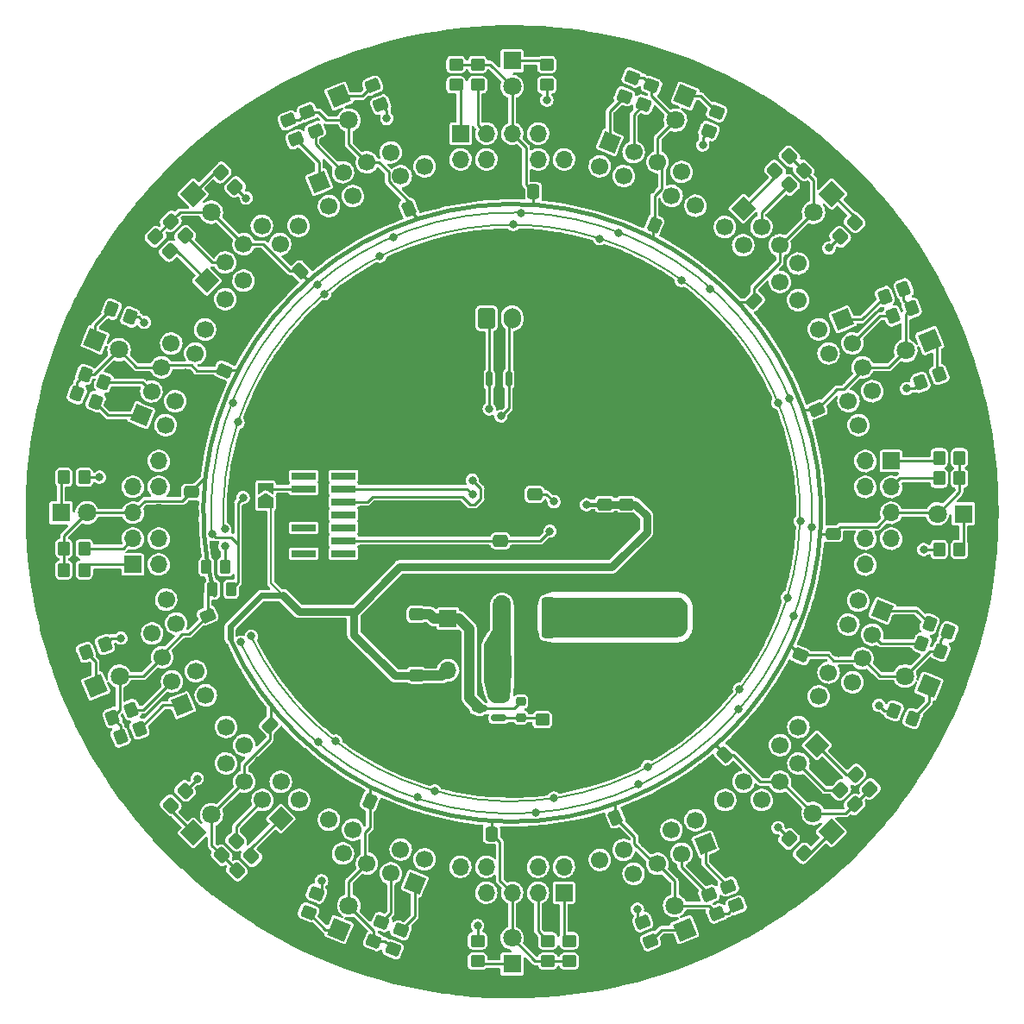
<source format=gtl>
G04 #@! TF.GenerationSoftware,KiCad,Pcbnew,(6.0.8)*
G04 #@! TF.CreationDate,2022-11-17T16:59:53+01:00*
G04 #@! TF.ProjectId,detection_pcb,64657465-6374-4696-9f6e-5f7063622e6b,rev?*
G04 #@! TF.SameCoordinates,Original*
G04 #@! TF.FileFunction,Copper,L1,Top*
G04 #@! TF.FilePolarity,Positive*
%FSLAX46Y46*%
G04 Gerber Fmt 4.6, Leading zero omitted, Abs format (unit mm)*
G04 Created by KiCad (PCBNEW (6.0.8)) date 2022-11-17 16:59:53*
%MOMM*%
%LPD*%
G01*
G04 APERTURE LIST*
G04 Aperture macros list*
%AMRoundRect*
0 Rectangle with rounded corners*
0 $1 Rounding radius*
0 $2 $3 $4 $5 $6 $7 $8 $9 X,Y pos of 4 corners*
0 Add a 4 corners polygon primitive as box body*
4,1,4,$2,$3,$4,$5,$6,$7,$8,$9,$2,$3,0*
0 Add four circle primitives for the rounded corners*
1,1,$1+$1,$2,$3*
1,1,$1+$1,$4,$5*
1,1,$1+$1,$6,$7*
1,1,$1+$1,$8,$9*
0 Add four rect primitives between the rounded corners*
20,1,$1+$1,$2,$3,$4,$5,0*
20,1,$1+$1,$4,$5,$6,$7,0*
20,1,$1+$1,$6,$7,$8,$9,0*
20,1,$1+$1,$8,$9,$2,$3,0*%
%AMHorizOval*
0 Thick line with rounded ends*
0 $1 width*
0 $2 $3 position (X,Y) of the first rounded end (center of the circle)*
0 $4 $5 position (X,Y) of the second rounded end (center of the circle)*
0 Add line between two ends*
20,1,$1,$2,$3,$4,$5,0*
0 Add two circle primitives to create the rounded ends*
1,1,$1,$2,$3*
1,1,$1,$4,$5*%
%AMRotRect*
0 Rectangle, with rotation*
0 The origin of the aperture is its center*
0 $1 length*
0 $2 width*
0 $3 Rotation angle, in degrees counterclockwise*
0 Add horizontal line*
21,1,$1,$2,0,0,$3*%
%AMFreePoly0*
4,1,6,1.000000,0.000000,0.500000,-0.750000,-0.500000,-0.750000,-0.500000,0.750000,0.500000,0.750000,1.000000,0.000000,1.000000,0.000000,$1*%
%AMFreePoly1*
4,1,6,0.500000,-0.750000,-0.650000,-0.750000,-0.150000,0.000000,-0.650000,0.750000,0.500000,0.750000,0.500000,-0.750000,0.500000,-0.750000,$1*%
G04 Aperture macros list end*
G04 #@! TA.AperFunction,SMDPad,CuDef*
%ADD10RoundRect,0.250000X0.450000X-0.350000X0.450000X0.350000X-0.450000X0.350000X-0.450000X-0.350000X0*%
G04 #@! TD*
G04 #@! TA.AperFunction,SMDPad,CuDef*
%ADD11RoundRect,0.250000X-0.574524X-0.097227X-0.097227X-0.574524X0.574524X0.097227X0.097227X0.574524X0*%
G04 #@! TD*
G04 #@! TA.AperFunction,SMDPad,CuDef*
%ADD12FreePoly0,90.000000*%
G04 #@! TD*
G04 #@! TA.AperFunction,SMDPad,CuDef*
%ADD13FreePoly1,90.000000*%
G04 #@! TD*
G04 #@! TA.AperFunction,SMDPad,CuDef*
%ADD14RoundRect,0.250000X0.565685X0.070711X0.070711X0.565685X-0.565685X-0.070711X-0.070711X-0.565685X0*%
G04 #@! TD*
G04 #@! TA.AperFunction,SMDPad,CuDef*
%ADD15RoundRect,0.250000X-0.475000X0.337500X-0.475000X-0.337500X0.475000X-0.337500X0.475000X0.337500X0*%
G04 #@! TD*
G04 #@! TA.AperFunction,SMDPad,CuDef*
%ADD16RoundRect,0.250000X-0.565685X-0.070711X-0.070711X-0.565685X0.565685X0.070711X0.070711X0.565685X0*%
G04 #@! TD*
G04 #@! TA.AperFunction,SMDPad,CuDef*
%ADD17RoundRect,0.250000X0.549685X-0.151150X0.281807X0.495565X-0.549685X0.151150X-0.281807X-0.495565X0*%
G04 #@! TD*
G04 #@! TA.AperFunction,ComponentPad*
%ADD18RoundRect,0.250000X-0.600000X-0.750000X0.600000X-0.750000X0.600000X0.750000X-0.600000X0.750000X0*%
G04 #@! TD*
G04 #@! TA.AperFunction,ComponentPad*
%ADD19O,1.700000X2.000000*%
G04 #@! TD*
G04 #@! TA.AperFunction,SMDPad,CuDef*
%ADD20RoundRect,0.250000X0.567998X-0.130035X0.309687X0.493584X-0.567998X0.130035X-0.309687X-0.493584X0*%
G04 #@! TD*
G04 #@! TA.AperFunction,SMDPad,CuDef*
%ADD21RoundRect,0.250000X-0.070711X0.565685X-0.565685X0.070711X0.070711X-0.565685X0.565685X-0.070711X0*%
G04 #@! TD*
G04 #@! TA.AperFunction,SMDPad,CuDef*
%ADD22RoundRect,0.250000X-0.281807X0.495565X-0.549685X-0.151150X0.281807X-0.495565X0.549685X0.151150X0*%
G04 #@! TD*
G04 #@! TA.AperFunction,SMDPad,CuDef*
%ADD23RoundRect,0.250000X-0.151150X-0.549685X0.495565X-0.281807X0.151150X0.549685X-0.495565X0.281807X0*%
G04 #@! TD*
G04 #@! TA.AperFunction,ComponentPad*
%ADD24RotRect,1.700000X1.700000X157.500000*%
G04 #@! TD*
G04 #@! TA.AperFunction,ComponentPad*
%ADD25HorizOval,1.700000X0.000000X0.000000X0.000000X0.000000X0*%
G04 #@! TD*
G04 #@! TA.AperFunction,SMDPad,CuDef*
%ADD26RoundRect,0.250000X0.475000X-0.337500X0.475000X0.337500X-0.475000X0.337500X-0.475000X-0.337500X0*%
G04 #@! TD*
G04 #@! TA.AperFunction,SMDPad,CuDef*
%ADD27RoundRect,0.250000X0.281807X-0.495565X0.549685X0.151150X-0.281807X0.495565X-0.549685X-0.151150X0*%
G04 #@! TD*
G04 #@! TA.AperFunction,ComponentPad*
%ADD28RotRect,1.700000X1.700000X22.500000*%
G04 #@! TD*
G04 #@! TA.AperFunction,ComponentPad*
%ADD29HorizOval,1.700000X0.000000X0.000000X0.000000X0.000000X0*%
G04 #@! TD*
G04 #@! TA.AperFunction,SMDPad,CuDef*
%ADD30RoundRect,0.250000X-0.450000X0.350000X-0.450000X-0.350000X0.450000X-0.350000X0.450000X0.350000X0*%
G04 #@! TD*
G04 #@! TA.AperFunction,ComponentPad*
%ADD31C,6.000000*%
G04 #@! TD*
G04 #@! TA.AperFunction,SMDPad,CuDef*
%ADD32RoundRect,0.250000X0.070711X-0.565685X0.565685X-0.070711X-0.070711X0.565685X-0.565685X0.070711X0*%
G04 #@! TD*
G04 #@! TA.AperFunction,ComponentPad*
%ADD33RotRect,1.700000X1.700000X45.000000*%
G04 #@! TD*
G04 #@! TA.AperFunction,ComponentPad*
%ADD34HorizOval,1.700000X0.000000X0.000000X0.000000X0.000000X0*%
G04 #@! TD*
G04 #@! TA.AperFunction,ComponentPad*
%ADD35RotRect,1.700000X1.700000X67.500000*%
G04 #@! TD*
G04 #@! TA.AperFunction,ComponentPad*
%ADD36HorizOval,1.700000X0.000000X0.000000X0.000000X0.000000X0*%
G04 #@! TD*
G04 #@! TA.AperFunction,SMDPad,CuDef*
%ADD37RoundRect,0.250000X-0.567998X0.130035X-0.309687X-0.493584X0.567998X-0.130035X0.309687X0.493584X0*%
G04 #@! TD*
G04 #@! TA.AperFunction,SMDPad,CuDef*
%ADD38RoundRect,0.250000X0.309687X-0.493584X0.567998X0.130035X-0.309687X0.493584X-0.567998X-0.130035X0*%
G04 #@! TD*
G04 #@! TA.AperFunction,ComponentPad*
%ADD39R,1.700000X1.700000*%
G04 #@! TD*
G04 #@! TA.AperFunction,ComponentPad*
%ADD40O,1.700000X1.700000*%
G04 #@! TD*
G04 #@! TA.AperFunction,SMDPad,CuDef*
%ADD41RoundRect,0.250000X0.337500X0.475000X-0.337500X0.475000X-0.337500X-0.475000X0.337500X-0.475000X0*%
G04 #@! TD*
G04 #@! TA.AperFunction,SMDPad,CuDef*
%ADD42RoundRect,0.250000X0.574524X0.097227X0.097227X0.574524X-0.574524X-0.097227X-0.097227X-0.574524X0*%
G04 #@! TD*
G04 #@! TA.AperFunction,ComponentPad*
%ADD43RotRect,1.700000X1.700000X292.500000*%
G04 #@! TD*
G04 #@! TA.AperFunction,ComponentPad*
%ADD44HorizOval,1.700000X0.000000X0.000000X0.000000X0.000000X0*%
G04 #@! TD*
G04 #@! TA.AperFunction,SMDPad,CuDef*
%ADD45RoundRect,0.150000X0.587500X0.150000X-0.587500X0.150000X-0.587500X-0.150000X0.587500X-0.150000X0*%
G04 #@! TD*
G04 #@! TA.AperFunction,SMDPad,CuDef*
%ADD46RoundRect,0.250000X-0.337500X-0.475000X0.337500X-0.475000X0.337500X0.475000X-0.337500X0.475000X0*%
G04 #@! TD*
G04 #@! TA.AperFunction,ComponentPad*
%ADD47RotRect,1.700000X1.700000X202.500000*%
G04 #@! TD*
G04 #@! TA.AperFunction,ComponentPad*
%ADD48HorizOval,1.700000X0.000000X0.000000X0.000000X0.000000X0*%
G04 #@! TD*
G04 #@! TA.AperFunction,SMDPad,CuDef*
%ADD49RoundRect,0.250000X0.495565X0.281807X-0.151150X0.549685X-0.495565X-0.281807X0.151150X-0.549685X0*%
G04 #@! TD*
G04 #@! TA.AperFunction,SMDPad,CuDef*
%ADD50RoundRect,0.250000X-0.495565X-0.281807X0.151150X-0.549685X0.495565X0.281807X-0.151150X0.549685X0*%
G04 #@! TD*
G04 #@! TA.AperFunction,SMDPad,CuDef*
%ADD51RoundRect,0.150000X-0.150000X0.587500X-0.150000X-0.587500X0.150000X-0.587500X0.150000X0.587500X0*%
G04 #@! TD*
G04 #@! TA.AperFunction,SMDPad,CuDef*
%ADD52RoundRect,0.250000X-0.493584X-0.309687X0.130035X-0.567998X0.493584X0.309687X-0.130035X0.567998X0*%
G04 #@! TD*
G04 #@! TA.AperFunction,SMDPad,CuDef*
%ADD53RoundRect,0.250000X0.493584X0.309687X-0.130035X0.567998X-0.493584X-0.309687X0.130035X-0.567998X0*%
G04 #@! TD*
G04 #@! TA.AperFunction,SMDPad,CuDef*
%ADD54RoundRect,0.250000X-0.262500X-0.450000X0.262500X-0.450000X0.262500X0.450000X-0.262500X0.450000X0*%
G04 #@! TD*
G04 #@! TA.AperFunction,SMDPad,CuDef*
%ADD55R,2.400000X0.740000*%
G04 #@! TD*
G04 #@! TA.AperFunction,ComponentPad*
%ADD56RotRect,1.700000X1.700000X112.500000*%
G04 #@! TD*
G04 #@! TA.AperFunction,ComponentPad*
%ADD57HorizOval,1.700000X0.000000X0.000000X0.000000X0.000000X0*%
G04 #@! TD*
G04 #@! TA.AperFunction,SMDPad,CuDef*
%ADD58RoundRect,0.250000X-0.097227X0.574524X-0.574524X0.097227X0.097227X-0.574524X0.574524X-0.097227X0*%
G04 #@! TD*
G04 #@! TA.AperFunction,SMDPad,CuDef*
%ADD59R,2.500000X2.300000*%
G04 #@! TD*
G04 #@! TA.AperFunction,SMDPad,CuDef*
%ADD60RoundRect,0.250000X0.151150X0.549685X-0.495565X0.281807X-0.151150X-0.549685X0.495565X-0.281807X0*%
G04 #@! TD*
G04 #@! TA.AperFunction,SMDPad,CuDef*
%ADD61RoundRect,0.218750X-0.256250X0.218750X-0.256250X-0.218750X0.256250X-0.218750X0.256250X0.218750X0*%
G04 #@! TD*
G04 #@! TA.AperFunction,SMDPad,CuDef*
%ADD62RoundRect,0.250000X-0.350000X-0.450000X0.350000X-0.450000X0.350000X0.450000X-0.350000X0.450000X0*%
G04 #@! TD*
G04 #@! TA.AperFunction,ComponentPad*
%ADD63RotRect,1.700000X1.700000X225.000000*%
G04 #@! TD*
G04 #@! TA.AperFunction,ComponentPad*
%ADD64HorizOval,1.700000X0.000000X0.000000X0.000000X0.000000X0*%
G04 #@! TD*
G04 #@! TA.AperFunction,SMDPad,CuDef*
%ADD65RoundRect,0.250000X0.350000X0.450000X-0.350000X0.450000X-0.350000X-0.450000X0.350000X-0.450000X0*%
G04 #@! TD*
G04 #@! TA.AperFunction,SMDPad,CuDef*
%ADD66RoundRect,0.250000X-0.309687X0.493584X-0.567998X-0.130035X0.309687X-0.493584X0.567998X0.130035X0*%
G04 #@! TD*
G04 #@! TA.AperFunction,SMDPad,CuDef*
%ADD67RoundRect,0.250000X-0.549685X0.151150X-0.281807X-0.495565X0.549685X-0.151150X0.281807X0.495565X0*%
G04 #@! TD*
G04 #@! TA.AperFunction,SMDPad,CuDef*
%ADD68RoundRect,0.249750X-0.425250X-1.750250X0.425250X-1.750250X0.425250X1.750250X-0.425250X1.750250X0*%
G04 #@! TD*
G04 #@! TA.AperFunction,SMDPad,CuDef*
%ADD69RoundRect,0.250000X0.130035X0.567998X-0.493584X0.309687X-0.130035X-0.567998X0.493584X-0.309687X0*%
G04 #@! TD*
G04 #@! TA.AperFunction,ComponentPad*
%ADD70RotRect,1.700000X1.700000X135.000000*%
G04 #@! TD*
G04 #@! TA.AperFunction,ComponentPad*
%ADD71HorizOval,1.700000X0.000000X0.000000X0.000000X0.000000X0*%
G04 #@! TD*
G04 #@! TA.AperFunction,ComponentPad*
%ADD72RotRect,1.700000X1.700000X247.500000*%
G04 #@! TD*
G04 #@! TA.AperFunction,ComponentPad*
%ADD73HorizOval,1.700000X0.000000X0.000000X0.000000X0.000000X0*%
G04 #@! TD*
G04 #@! TA.AperFunction,ComponentPad*
%ADD74RotRect,1.700000X1.700000X315.000000*%
G04 #@! TD*
G04 #@! TA.AperFunction,ComponentPad*
%ADD75HorizOval,1.700000X0.000000X0.000000X0.000000X0.000000X0*%
G04 #@! TD*
G04 #@! TA.AperFunction,ComponentPad*
%ADD76RotRect,1.700000X1.700000X337.500000*%
G04 #@! TD*
G04 #@! TA.AperFunction,ComponentPad*
%ADD77HorizOval,1.700000X0.000000X0.000000X0.000000X0.000000X0*%
G04 #@! TD*
G04 #@! TA.AperFunction,SMDPad,CuDef*
%ADD78RoundRect,0.250000X-0.130035X-0.567998X0.493584X-0.309687X0.130035X0.567998X-0.493584X0.309687X0*%
G04 #@! TD*
G04 #@! TA.AperFunction,SMDPad,CuDef*
%ADD79RoundRect,0.250000X0.097227X-0.574524X0.574524X-0.097227X-0.097227X0.574524X-0.574524X0.097227X0*%
G04 #@! TD*
G04 #@! TA.AperFunction,SMDPad,CuDef*
%ADD80RoundRect,0.250000X0.262500X0.450000X-0.262500X0.450000X-0.262500X-0.450000X0.262500X-0.450000X0*%
G04 #@! TD*
G04 #@! TA.AperFunction,ComponentPad*
%ADD81RotRect,1.800000X1.800000X45.000000*%
G04 #@! TD*
G04 #@! TA.AperFunction,ComponentPad*
%ADD82C,1.800000*%
G04 #@! TD*
G04 #@! TA.AperFunction,ComponentPad*
%ADD83R,1.800000X1.800000*%
G04 #@! TD*
G04 #@! TA.AperFunction,ComponentPad*
%ADD84RotRect,1.800000X1.800000X337.500000*%
G04 #@! TD*
G04 #@! TA.AperFunction,ComponentPad*
%ADD85RotRect,1.800000X1.800000X112.500000*%
G04 #@! TD*
G04 #@! TA.AperFunction,ComponentPad*
%ADD86RotRect,1.800000X1.800000X315.000000*%
G04 #@! TD*
G04 #@! TA.AperFunction,ComponentPad*
%ADD87RotRect,1.800000X1.800000X157.500000*%
G04 #@! TD*
G04 #@! TA.AperFunction,ComponentPad*
%ADD88RotRect,1.800000X1.800000X225.000000*%
G04 #@! TD*
G04 #@! TA.AperFunction,ComponentPad*
%ADD89RotRect,1.800000X1.800000X292.500000*%
G04 #@! TD*
G04 #@! TA.AperFunction,ComponentPad*
%ADD90RotRect,1.800000X1.800000X202.500000*%
G04 #@! TD*
G04 #@! TA.AperFunction,ComponentPad*
%ADD91RotRect,1.800000X1.800000X67.500000*%
G04 #@! TD*
G04 #@! TA.AperFunction,ComponentPad*
%ADD92RotRect,1.800000X1.800000X247.500000*%
G04 #@! TD*
G04 #@! TA.AperFunction,ComponentPad*
%ADD93RotRect,1.800000X1.800000X22.500000*%
G04 #@! TD*
G04 #@! TA.AperFunction,ComponentPad*
%ADD94RotRect,1.800000X1.800000X135.000000*%
G04 #@! TD*
G04 #@! TA.AperFunction,ViaPad*
%ADD95C,0.800000*%
G04 #@! TD*
G04 #@! TA.AperFunction,Conductor*
%ADD96C,1.000000*%
G04 #@! TD*
G04 #@! TA.AperFunction,Conductor*
%ADD97C,0.250000*%
G04 #@! TD*
G04 #@! TA.AperFunction,Conductor*
%ADD98C,0.800000*%
G04 #@! TD*
G04 #@! TA.AperFunction,Conductor*
%ADD99C,0.400000*%
G04 #@! TD*
G04 #@! TA.AperFunction,Conductor*
%ADD100C,0.200000*%
G04 #@! TD*
G04 #@! TA.AperFunction,Conductor*
%ADD101C,0.600000*%
G04 #@! TD*
G04 APERTURE END LIST*
D10*
X144500000Y-60000000D03*
X144500000Y-58000000D03*
D11*
X126232754Y-122832754D03*
X127700000Y-124300000D03*
D12*
X125800000Y-101025000D03*
D13*
X125800000Y-99575000D03*
D14*
X117907107Y-74807107D03*
X116492893Y-73392893D03*
D15*
X161200000Y-101162500D03*
X161200000Y-103237500D03*
D16*
X183692893Y-127692893D03*
X185107107Y-129107107D03*
D17*
X163582683Y-144023880D03*
X162817317Y-142176120D03*
D18*
X166100000Y-111600000D03*
D19*
X168600000Y-111600000D03*
D20*
X179897034Y-91858525D03*
X179102966Y-89941475D03*
D15*
X140600000Y-111962500D03*
X140600000Y-114037500D03*
D21*
X124407107Y-135692893D03*
X122992893Y-137107107D03*
D22*
X139082683Y-142976120D03*
X138317317Y-144823880D03*
D23*
X108176120Y-115682683D03*
X110023880Y-114917317D03*
D24*
X113626129Y-92419901D03*
D25*
X115972783Y-93391917D03*
X114598145Y-90073247D03*
X116944799Y-91045263D03*
X115570161Y-87726593D03*
X117916815Y-88698609D03*
X116542177Y-85379939D03*
X118888831Y-86351955D03*
X117514193Y-83033285D03*
X119860847Y-84005301D03*
D26*
X181500000Y-104037500D03*
X181500000Y-101962500D03*
D17*
X130682683Y-64523880D03*
X129917317Y-62676120D03*
D27*
X161017317Y-61123880D03*
X161782683Y-59276120D03*
D28*
X182435828Y-83023390D03*
D29*
X180089174Y-83995406D03*
X183407844Y-85370044D03*
X181061190Y-86342060D03*
X184379860Y-87716698D03*
X182033206Y-88688714D03*
X185351876Y-90063352D03*
X183005222Y-91035368D03*
X186323892Y-92410006D03*
X183977237Y-93382022D03*
D15*
X159100000Y-101162500D03*
X159100000Y-103237500D03*
D10*
X146600000Y-146000000D03*
X146600000Y-144000000D03*
D30*
X153500000Y-144000000D03*
X153500000Y-146000000D03*
D31*
X132850000Y-119150000D03*
D32*
X177192893Y-69807107D03*
X178607107Y-68392893D03*
D33*
X172677639Y-72145228D03*
D34*
X170881588Y-73941279D03*
X174473690Y-73941279D03*
X172677639Y-75737330D03*
X176269741Y-75737330D03*
X174473690Y-77533382D03*
X178065793Y-77533382D03*
X176269741Y-79329433D03*
X179861844Y-79329433D03*
X178065793Y-81125484D03*
D35*
X159580099Y-65626129D03*
D36*
X158608083Y-67972783D03*
X161926753Y-66598145D03*
X160954737Y-68944799D03*
X164273407Y-67570161D03*
X163301391Y-69916815D03*
X166620061Y-68542177D03*
X165648045Y-70888831D03*
X168966715Y-69514193D03*
X167994699Y-71860847D03*
D37*
X120102966Y-112078975D03*
X120897034Y-113996025D03*
D31*
X167150000Y-119150000D03*
D16*
X121392893Y-68592893D03*
X122807107Y-70007107D03*
D38*
X178302966Y-115958525D03*
X179097034Y-114041475D03*
D27*
X162917317Y-61923880D03*
X163682683Y-60076120D03*
D30*
X155600000Y-144000000D03*
X155600000Y-146000000D03*
D39*
X112775000Y-107075000D03*
D40*
X115315000Y-107075000D03*
X112775000Y-104535000D03*
X115315000Y-104535000D03*
X112775000Y-101995000D03*
X115315000Y-101995000D03*
X112775000Y-99455000D03*
X115315000Y-99455000D03*
X112775000Y-96915000D03*
X115315000Y-96915000D03*
D21*
X122907107Y-134192893D03*
X121492893Y-135607107D03*
D41*
X152100000Y-70500000D03*
X150025000Y-70500000D03*
D26*
X140600000Y-117937500D03*
X140600000Y-115862500D03*
D42*
X173733623Y-81196123D03*
X172266377Y-79728877D03*
D43*
X168956709Y-134509699D03*
D44*
X167984693Y-132163045D03*
X166610055Y-135481715D03*
X165638039Y-133135061D03*
X164263401Y-136453731D03*
X163291385Y-134107077D03*
X161916747Y-137425747D03*
X160944731Y-135079093D03*
X159570093Y-138397763D03*
X158598077Y-136051108D03*
D45*
X148687500Y-122150000D03*
X148687500Y-120250000D03*
X146812500Y-121200000D03*
D30*
X153400000Y-58000000D03*
X153400000Y-60000000D03*
D46*
X147962500Y-133500000D03*
X150037500Y-133500000D03*
D47*
X117580987Y-120878001D03*
D48*
X119927641Y-119905985D03*
X116608971Y-118531347D03*
X118955625Y-117559331D03*
X115636955Y-116184693D03*
X117983609Y-115212677D03*
X114664939Y-113838039D03*
X117011593Y-112866023D03*
X113692923Y-111491385D03*
X116039578Y-110519369D03*
D49*
X109923880Y-89182683D03*
X108076120Y-88417317D03*
D14*
X178607107Y-135407107D03*
X177192893Y-133992893D03*
D50*
X190176120Y-114817317D03*
X192023880Y-115582683D03*
D32*
X116492893Y-130707107D03*
X117907107Y-129292893D03*
D21*
X183607107Y-73485786D03*
X182192893Y-74900000D03*
D51*
X149650000Y-88862500D03*
X147750000Y-88862500D03*
X148700000Y-90737500D03*
D10*
X146600000Y-60000000D03*
X146600000Y-58000000D03*
D52*
X136041475Y-130302966D03*
X137958525Y-131097034D03*
D53*
X163958525Y-73734534D03*
X162041475Y-72940466D03*
D54*
X120587500Y-109500000D03*
X122412500Y-109500000D03*
D10*
X152950000Y-122300000D03*
X152950000Y-120300000D03*
D32*
X175792893Y-68407107D03*
X177207107Y-66992893D03*
D27*
X130017317Y-141223880D03*
X130782683Y-139376120D03*
D55*
X129550000Y-98390000D03*
X133450000Y-98390000D03*
X129550000Y-99660000D03*
X133450000Y-99660000D03*
X129550000Y-100930000D03*
X133450000Y-100930000D03*
X129550000Y-102200000D03*
X133450000Y-102200000D03*
X129550000Y-103470000D03*
X133450000Y-103470000D03*
X129550000Y-104740000D03*
X133450000Y-104740000D03*
X129550000Y-106010000D03*
X133450000Y-106010000D03*
D56*
X131049983Y-69534333D03*
D57*
X132021999Y-71880987D03*
X133396637Y-68562317D03*
X134368653Y-70908971D03*
X135743291Y-67590301D03*
X136715307Y-69936955D03*
X138089945Y-66618285D03*
X139061961Y-68964939D03*
X140436599Y-65646269D03*
X141408615Y-67992924D03*
D15*
X152200000Y-100162500D03*
X152200000Y-102237500D03*
D58*
X129233623Y-78266377D03*
X127766377Y-79733623D03*
D49*
X189300000Y-122200000D03*
X187452240Y-121434634D03*
D59*
X148650000Y-117100000D03*
X152950000Y-117100000D03*
D60*
X191923880Y-88417317D03*
X190076120Y-89182683D03*
D39*
X144925000Y-64775000D03*
D40*
X144925000Y-67315000D03*
X147465000Y-64775000D03*
X147465000Y-67315000D03*
X150005000Y-64775000D03*
X150005000Y-67315000D03*
X152545000Y-64775000D03*
X152545000Y-67315000D03*
X155085000Y-64775000D03*
X155085000Y-67315000D03*
D61*
X150850000Y-120512500D03*
X150850000Y-122087500D03*
D62*
X191900000Y-98600000D03*
X193900000Y-98600000D03*
D39*
X155075000Y-139275000D03*
D40*
X155075000Y-136735000D03*
X152535000Y-139275000D03*
X152535000Y-136735000D03*
X149995000Y-139275000D03*
X149995000Y-136735000D03*
X147455000Y-139275000D03*
X147455000Y-136735000D03*
X144915000Y-139275000D03*
X144915000Y-136735000D03*
D63*
X127296051Y-131988154D03*
D64*
X129092102Y-130192103D03*
X125500000Y-130192103D03*
X127296051Y-128396052D03*
X123703949Y-128396052D03*
X125500000Y-126600000D03*
X121907897Y-126600000D03*
X123703949Y-124803949D03*
X120111846Y-124803949D03*
X121907897Y-123007898D03*
D18*
X147500000Y-82900000D03*
D19*
X150000000Y-82900000D03*
D16*
X182192893Y-129192893D03*
X183607107Y-130607107D03*
D65*
X108000000Y-105500000D03*
X106000000Y-105500000D03*
D66*
X121734534Y-88041475D03*
X120940466Y-89958525D03*
D31*
X132860000Y-84850000D03*
D67*
X171217317Y-138676120D03*
X171982683Y-140523880D03*
D62*
X191900000Y-105600000D03*
X193900000Y-105600000D03*
D15*
X118500000Y-99962500D03*
X118500000Y-102037500D03*
D39*
X143700000Y-112375000D03*
D40*
X143700000Y-114915000D03*
X143700000Y-117455000D03*
D14*
X116407107Y-76307107D03*
X114992893Y-74892893D03*
D67*
X136317317Y-60076120D03*
X137082683Y-61923880D03*
D68*
X149100000Y-112300000D03*
X153600000Y-112300000D03*
D69*
X139858525Y-72140466D03*
X137941475Y-72934534D03*
D23*
X187376120Y-82682683D03*
X189223880Y-81917317D03*
X186576120Y-80782683D03*
X188423880Y-80017317D03*
D70*
X120045228Y-79222362D03*
D71*
X121841279Y-81018413D03*
X121841279Y-77426311D03*
X123637330Y-79222362D03*
X123637330Y-75630260D03*
X125433382Y-77426311D03*
X125433382Y-73834208D03*
X127229433Y-75630260D03*
X127229433Y-72038157D03*
X129025484Y-73834208D03*
D50*
X190976120Y-112917317D03*
X192823880Y-113682683D03*
D22*
X170082683Y-62676120D03*
X169317317Y-64523880D03*
D65*
X108000000Y-107600000D03*
X106000000Y-107600000D03*
D72*
X140436599Y-138353731D03*
D73*
X141408615Y-136007077D03*
X138089945Y-137381715D03*
X139061961Y-135035061D03*
X135743291Y-136409699D03*
X136715307Y-134063045D03*
X133396637Y-135437683D03*
X134368653Y-133091029D03*
X131049983Y-134465667D03*
X132021999Y-132119013D03*
D74*
X179888154Y-124803949D03*
D75*
X178092103Y-123007898D03*
X178092103Y-126600000D03*
X176296052Y-124803949D03*
X176296052Y-128396051D03*
X174500000Y-126600000D03*
X174500000Y-130192103D03*
X172703949Y-128396051D03*
X172703949Y-131988154D03*
X170907898Y-130192103D03*
D62*
X106000000Y-98500000D03*
X108000000Y-98500000D03*
D76*
X186320065Y-111599234D03*
D77*
X183973411Y-110627218D03*
X185348049Y-113945888D03*
X183001395Y-112973872D03*
X184376033Y-116292542D03*
X182029379Y-115320526D03*
X183404017Y-118639196D03*
X181057363Y-117667180D03*
X182432001Y-120985850D03*
X180085347Y-120013834D03*
D78*
X160141475Y-131897034D03*
X162058525Y-131102966D03*
D50*
X110676120Y-82017317D03*
X112523880Y-82782683D03*
D62*
X191900000Y-96600000D03*
X193900000Y-96600000D03*
D15*
X148850000Y-102662500D03*
X148850000Y-104737500D03*
D22*
X137182683Y-142176120D03*
X136417317Y-144023880D03*
D39*
X187200000Y-96920000D03*
D40*
X184660000Y-96920000D03*
X187200000Y-99460000D03*
X184660000Y-99460000D03*
X187200000Y-102000000D03*
X184660000Y-102000000D03*
X187200000Y-104540000D03*
X184660000Y-104540000D03*
X187200000Y-107080000D03*
X184660000Y-107080000D03*
D49*
X109123880Y-91082683D03*
X107276120Y-90317317D03*
D79*
X170866377Y-125733623D03*
X172333623Y-124266377D03*
D17*
X128782683Y-65323880D03*
X128017317Y-63476120D03*
D60*
X112623880Y-121317317D03*
X110776120Y-122082683D03*
D80*
X121812500Y-107300000D03*
X119987500Y-107300000D03*
D31*
X167150000Y-84850000D03*
D60*
X113423880Y-123217317D03*
X111576120Y-123982683D03*
D67*
X169317317Y-139476120D03*
X170082683Y-141323880D03*
D81*
X118700000Y-133400000D03*
D82*
X120496051Y-131603949D03*
D83*
X150000000Y-146275000D03*
D82*
X150000000Y-143735000D03*
D83*
X150000000Y-57625000D03*
D82*
X150000000Y-60165000D03*
D83*
X194275000Y-102100000D03*
D82*
X191735000Y-102100000D03*
D84*
X109075000Y-85027984D03*
D82*
X111421654Y-86000000D03*
D85*
X166925000Y-142900000D03*
D82*
X165952984Y-140553346D03*
D86*
X118675000Y-70698439D03*
D82*
X120471051Y-72494490D03*
D87*
X190900000Y-119000000D03*
D82*
X188553346Y-118027984D03*
D88*
X181375000Y-70700000D03*
D82*
X179578949Y-72496051D03*
D89*
X133000000Y-61100000D03*
D82*
X133972016Y-63446654D03*
D90*
X190975000Y-85100000D03*
D82*
X188628346Y-86072016D03*
D91*
X133000000Y-142900000D03*
D82*
X133972016Y-140553346D03*
D92*
X167000000Y-61100000D03*
D82*
X166027984Y-63446654D03*
D83*
X105725000Y-102000000D03*
D82*
X108265000Y-102000000D03*
D93*
X109125000Y-119000000D03*
D82*
X111471654Y-118027984D03*
D94*
X181325000Y-133296051D03*
D82*
X179528949Y-131500000D03*
D95*
X172900000Y-100400000D03*
X139900000Y-92700000D03*
X130200000Y-90900000D03*
X148700000Y-85900000D03*
X125400000Y-107300000D03*
X175500000Y-97800000D03*
X142100000Y-79500000D03*
X140700000Y-126800000D03*
X154100000Y-102300000D03*
X126800000Y-96600000D03*
X169200000Y-99200000D03*
X148700000Y-125000000D03*
X136000000Y-90700000D03*
X147300000Y-77800000D03*
X148700000Y-129000000D03*
X144000000Y-126700000D03*
X139100000Y-77700000D03*
X163800000Y-93300000D03*
X143800000Y-121400000D03*
X142800000Y-82000000D03*
X155100000Y-82200000D03*
X126300000Y-112400000D03*
X166800000Y-102300000D03*
X151900000Y-128700000D03*
X155100000Y-79000000D03*
X155100000Y-76300000D03*
X149800000Y-77800000D03*
X149700000Y-127300000D03*
X142500000Y-94800000D03*
X169600000Y-105300000D03*
X140600000Y-121400000D03*
X142900000Y-76700000D03*
X167500000Y-91800000D03*
X155100000Y-85900000D03*
X161600000Y-89300000D03*
X159200000Y-93900000D03*
X136700000Y-102100000D03*
X155900000Y-127400000D03*
X160100000Y-126100000D03*
X154100000Y-100900000D03*
X157300000Y-101200000D03*
X146100000Y-100200000D03*
X146100000Y-98800000D03*
X153700000Y-103800000D03*
X190400000Y-105600000D03*
X188700000Y-89800000D03*
X181100000Y-76000000D03*
X168700000Y-65900000D03*
X153400000Y-61500000D03*
X137700000Y-63300000D03*
X123900000Y-71100000D03*
X113900000Y-83300000D03*
X109500000Y-98500000D03*
X111600000Y-114300000D03*
X119100000Y-128100000D03*
X131300000Y-138100000D03*
X146600000Y-142500000D03*
X162300000Y-140900000D03*
X176100000Y-132900000D03*
X186000000Y-120900000D03*
X178300000Y-102800000D03*
X150100000Y-73700000D03*
X172300000Y-119300000D03*
X163300000Y-126900000D03*
X131600000Y-80500000D03*
X137000000Y-76800000D03*
X121800000Y-103600000D03*
X166600000Y-79200000D03*
X124400000Y-114100000D03*
X177000000Y-110300000D03*
X123100000Y-93100000D03*
X158600000Y-75100000D03*
X121800000Y-105300000D03*
X176100000Y-91200000D03*
X154100000Y-130000000D03*
X142400000Y-129300000D03*
X132700000Y-124400000D03*
X152300000Y-131400000D03*
X130900000Y-79600000D03*
X120600000Y-104100000D03*
X140700000Y-129900000D03*
X123600000Y-100500000D03*
X162400000Y-128600000D03*
X179400000Y-103400000D03*
X150900000Y-72600000D03*
X177600000Y-112100000D03*
X138350000Y-74950000D03*
X169400000Y-80000000D03*
X160400000Y-74500000D03*
X123400000Y-114700000D03*
X131000000Y-124500000D03*
X172200000Y-121300000D03*
X177200000Y-90800000D03*
X122600000Y-91200000D03*
X148900000Y-92500000D03*
X147750000Y-91800000D03*
D96*
X141937500Y-111962500D02*
X140600000Y-111962500D01*
D97*
X146812500Y-121200000D02*
X150162500Y-121200000D01*
D96*
X145800000Y-113400000D02*
X144775000Y-112375000D01*
X145800000Y-120187500D02*
X146812500Y-121200000D01*
X145800000Y-113400000D02*
X145800000Y-120187500D01*
X142350000Y-112375000D02*
X141937500Y-111962500D01*
X143700000Y-112375000D02*
X142350000Y-112375000D01*
D97*
X150162500Y-121200000D02*
X150850000Y-120512500D01*
D96*
X144775000Y-112375000D02*
X143700000Y-112375000D01*
D97*
X154100000Y-102300000D02*
X158162500Y-102300000D01*
X161200000Y-103237500D02*
X159100000Y-103237500D01*
X158162500Y-102300000D02*
X159100000Y-103237500D01*
X154037500Y-102237500D02*
X154100000Y-102300000D01*
X152200000Y-102237500D02*
X154037500Y-102237500D01*
X186111475Y-118027984D02*
X184376033Y-116292542D01*
X117642500Y-100820000D02*
X118500000Y-99962500D01*
X150000000Y-60165000D02*
X150000000Y-64770000D01*
X174365650Y-128396051D02*
X171703222Y-125733623D01*
X188423880Y-81117317D02*
X189223880Y-81917317D01*
X179578949Y-72496051D02*
X176337670Y-75737330D01*
X151370000Y-69770000D02*
X151370000Y-66140000D01*
X136417317Y-144023880D02*
X136417317Y-142998647D01*
X139858525Y-71458525D02*
X139858525Y-72140466D01*
X165952984Y-140553346D02*
X165952984Y-138143314D01*
X107276120Y-89217317D02*
X108076120Y-88417317D01*
X152100000Y-70600000D02*
X152100000Y-71700000D01*
X121976009Y-88000000D02*
X123100000Y-88000000D01*
D98*
X134462500Y-113962500D02*
X138500000Y-118000000D01*
D97*
X120102966Y-112078975D02*
X120102966Y-109984534D01*
D96*
X140662500Y-118000000D02*
X140600000Y-117937500D01*
D97*
X182714214Y-131500000D02*
X185107107Y-129107107D01*
X185835000Y-103365000D02*
X187200000Y-102000000D01*
X163800000Y-73876009D02*
X163800000Y-75000000D01*
X115570161Y-87726593D02*
X115773145Y-87523609D01*
X184173049Y-116495526D02*
X184376033Y-116292542D01*
X176337670Y-75737330D02*
X176269741Y-75737330D01*
X179578949Y-69364735D02*
X179578949Y-72496051D01*
X153362500Y-100162500D02*
X152200000Y-100162500D01*
X193900000Y-99935000D02*
X193900000Y-96600000D01*
X139858525Y-72258525D02*
X140700000Y-73100000D01*
X178302966Y-115958525D02*
X181005677Y-115958525D01*
X171182683Y-141323880D02*
X171982683Y-140523880D01*
X171703222Y-125733623D02*
X170866377Y-125733623D01*
X112775000Y-101995000D02*
X113950000Y-100820000D01*
D99*
X140537500Y-118000000D02*
X140600000Y-117937500D01*
D97*
X164263401Y-136453731D02*
X163976338Y-136453731D01*
X137886961Y-69486961D02*
X139858525Y-71458525D01*
X120496051Y-131603949D02*
X120496051Y-134610265D01*
X164700000Y-67996754D02*
X164273407Y-67570161D01*
D100*
X126300000Y-101525000D02*
X125800000Y-101025000D01*
D96*
X143100000Y-118000000D02*
X140662500Y-118000000D01*
D97*
X136417317Y-144023880D02*
X137517317Y-144023880D01*
X135743291Y-136409699D02*
X135540307Y-136206715D01*
X139858525Y-72140466D02*
X139858525Y-72158525D01*
X181542678Y-116495526D02*
X184173049Y-116495526D01*
X111471654Y-118027984D02*
X113793664Y-118027984D01*
X106000000Y-104265000D02*
X106000000Y-107600000D01*
X107276120Y-90317317D02*
X107276120Y-89217317D01*
X153500000Y-146000000D02*
X152265000Y-146000000D01*
X115570161Y-87726593D02*
X113148247Y-87726593D01*
X164700000Y-70179907D02*
X164700000Y-67996754D01*
X111576120Y-122882683D02*
X110776120Y-122082683D01*
D98*
X163200000Y-102300000D02*
X163200000Y-103900000D01*
D97*
X179528949Y-131500000D02*
X176425000Y-128396051D01*
X178258525Y-115958525D02*
X177400000Y-115100000D01*
X123637330Y-75630260D02*
X120501560Y-72494490D01*
X161200000Y-101162500D02*
X162062500Y-101162500D01*
X129266377Y-78466377D02*
X130000000Y-79200000D01*
D99*
X134581250Y-111681250D02*
X134462500Y-111800000D01*
D97*
X118523609Y-87523609D02*
X119041475Y-88041475D01*
X165952984Y-138143314D02*
X164263401Y-136453731D01*
X191735000Y-102100000D02*
X193900000Y-99935000D01*
D98*
X134462500Y-111800000D02*
X134462500Y-113962500D01*
X138500000Y-118000000D02*
X140537500Y-118000000D01*
D97*
X163976338Y-136453731D02*
X162000000Y-134477393D01*
X133972016Y-140553346D02*
X133972016Y-138180974D01*
X113148247Y-87726593D02*
X111421654Y-86000000D01*
X179738509Y-91900000D02*
X178600000Y-91900000D01*
X114992893Y-74892893D02*
X117391296Y-72494490D01*
X137886961Y-68531890D02*
X137886961Y-69486961D01*
D98*
X159100000Y-101162500D02*
X162062500Y-101162500D01*
D97*
X173733623Y-81196123D02*
X173733623Y-79935150D01*
X169312149Y-140553346D02*
X170082683Y-141323880D01*
X148800000Y-138080000D02*
X148800000Y-134337500D01*
X119041475Y-88041475D02*
X121734534Y-88041475D01*
X108076120Y-88417317D02*
X109004337Y-88417317D01*
X188553346Y-118027984D02*
X190998647Y-115582683D01*
D98*
X138962500Y-107300000D02*
X134581250Y-111681250D01*
D97*
X120102966Y-109984534D02*
X120587500Y-109500000D01*
X190998647Y-115582683D02*
X192023880Y-115582683D01*
X147962500Y-133437500D02*
X147962500Y-132300000D01*
X170966811Y-125733623D02*
X170033188Y-124800000D01*
X123703949Y-128396052D02*
X120496051Y-131603949D01*
X176269741Y-77399032D02*
X176269741Y-75737330D01*
X117634585Y-113900000D02*
X118281941Y-113900000D01*
X122992893Y-137107107D02*
X121492893Y-135607107D01*
X164273407Y-67570161D02*
X164273407Y-65201231D01*
X181005677Y-115958525D02*
X181542678Y-116495526D01*
X133972016Y-63446654D02*
X133972016Y-65819026D01*
D99*
X159100000Y-101162500D02*
X157337500Y-101162500D01*
D97*
X120501560Y-72494490D02*
X120471051Y-72494490D01*
X160100000Y-131738509D02*
X160100000Y-130600000D01*
X162000000Y-134477393D02*
X162000000Y-133755559D01*
D98*
X159800000Y-107300000D02*
X138962500Y-107300000D01*
D97*
X181891845Y-89863714D02*
X182536286Y-89863714D01*
X129117317Y-63476120D02*
X129917317Y-62676120D01*
X150000000Y-143735000D02*
X150000000Y-139280000D01*
X179897034Y-91858525D02*
X181891845Y-89863714D01*
X192023880Y-115582683D02*
X192023880Y-114482683D01*
X126300000Y-122800000D02*
X126300000Y-120900000D01*
X126232754Y-124205545D02*
X126232754Y-122832754D01*
X151370000Y-66140000D02*
X150005000Y-64775000D01*
X177207107Y-66992893D02*
X179578949Y-69364735D01*
X135743291Y-67590301D02*
X136945372Y-67590301D01*
X182536286Y-89863714D02*
X184379860Y-88020140D01*
X149995000Y-139275000D02*
X148800000Y-138080000D01*
X136041475Y-132858525D02*
X136041475Y-130302966D01*
X191635000Y-102000000D02*
X191735000Y-102100000D01*
X170082683Y-141323880D02*
X171182683Y-141323880D01*
X131746654Y-63446654D02*
X130976120Y-62676120D01*
X173729746Y-81300000D02*
X172200000Y-81300000D01*
X135540307Y-133359693D02*
X136041475Y-132858525D01*
X130976120Y-62676120D02*
X129917317Y-62676120D01*
X147835000Y-58000000D02*
X150000000Y-60165000D01*
X179528949Y-131500000D02*
X182714214Y-131500000D01*
X135540307Y-136206715D02*
X135540307Y-133359693D01*
X118281941Y-113900000D02*
X120102966Y-112078975D01*
X162000000Y-133755559D02*
X160141475Y-131897034D01*
X182172500Y-103365000D02*
X185835000Y-103365000D01*
X118600000Y-99800000D02*
X119900000Y-98500000D01*
X187200000Y-102000000D02*
X191635000Y-102000000D01*
D96*
X143700000Y-117455000D02*
X143645000Y-117455000D01*
D97*
X152100000Y-70500000D02*
X151370000Y-69770000D01*
X165952984Y-140553346D02*
X169312149Y-140553346D01*
X176425000Y-128396051D02*
X176296052Y-128396051D01*
X125567732Y-75630260D02*
X128203849Y-78266377D01*
X188628346Y-86072016D02*
X188628346Y-82512851D01*
X154100000Y-100900000D02*
X153362500Y-100162500D01*
X136100000Y-130261491D02*
X136100000Y-129000000D01*
X123703949Y-126734350D02*
X126232754Y-124205545D01*
X113950000Y-100820000D02*
X117642500Y-100820000D01*
X163958525Y-73734534D02*
X163958525Y-70921382D01*
X178302966Y-115958525D02*
X178258525Y-115958525D01*
D98*
X163200000Y-103900000D02*
X159800000Y-107300000D01*
D96*
X143645000Y-117455000D02*
X143100000Y-118000000D01*
D98*
X134581250Y-111681250D02*
X129081250Y-111681250D01*
D97*
X164273407Y-65201231D02*
X166027984Y-63446654D01*
X113793664Y-118027984D02*
X115636955Y-116184693D01*
D101*
X122325543Y-113174457D02*
X125400000Y-110100000D01*
D97*
X162882683Y-59276120D02*
X163682683Y-60076120D01*
X123637330Y-75630260D02*
X125567732Y-75630260D01*
X111471654Y-121387149D02*
X110776120Y-122082683D01*
X108265000Y-102000000D02*
X106000000Y-104265000D01*
D98*
X162062500Y-101162500D02*
X163200000Y-102300000D01*
D97*
X150000000Y-64770000D02*
X150005000Y-64775000D01*
X108270000Y-101995000D02*
X108265000Y-102000000D01*
X188553346Y-118027984D02*
X186111475Y-118027984D01*
X109004337Y-88417317D02*
X111421654Y-86000000D01*
X148800000Y-134337500D02*
X147962500Y-133500000D01*
X163958525Y-70921382D02*
X164700000Y-70179907D01*
X133972016Y-65819026D02*
X135743291Y-67590301D01*
X136945372Y-67590301D02*
X137886961Y-68531890D01*
X163682683Y-61101353D02*
X166027984Y-63446654D01*
X117391296Y-72494490D02*
X120471051Y-72494490D01*
X136417317Y-142998647D02*
X133972016Y-140553346D01*
X120496051Y-134610265D02*
X121492893Y-135607107D01*
X137517317Y-144023880D02*
X138317317Y-144823880D01*
X115636955Y-115897630D02*
X117634585Y-113900000D01*
X133972016Y-138180974D02*
X135743291Y-136409699D01*
X163682683Y-60076120D02*
X163682683Y-61101353D01*
X161782683Y-59276120D02*
X162882683Y-59276120D01*
X188628346Y-82512851D02*
X189223880Y-81917317D01*
X150000000Y-139280000D02*
X149995000Y-139275000D01*
X111471654Y-118027984D02*
X111471654Y-121387149D01*
D100*
X127500000Y-110100000D02*
X126300000Y-108900000D01*
D101*
X122325543Y-114344003D02*
X122325543Y-113174457D01*
D97*
X152265000Y-146000000D02*
X150000000Y-143735000D01*
X144500000Y-58000000D02*
X147835000Y-58000000D01*
X176296052Y-128396051D02*
X174365650Y-128396051D01*
X184379860Y-88020140D02*
X184379860Y-87716698D01*
D100*
X126300000Y-108900000D02*
X126300000Y-101525000D01*
D97*
X133972016Y-63446654D02*
X131746654Y-63446654D01*
X115636955Y-116184693D02*
X115636955Y-115897630D01*
X128017317Y-63476120D02*
X129117317Y-63476120D01*
X112775000Y-101995000D02*
X108270000Y-101995000D01*
X188423880Y-80017317D02*
X188423880Y-81117317D01*
X181500000Y-104037500D02*
X182172500Y-103365000D01*
X115773145Y-87523609D02*
X118523609Y-87523609D01*
X181462500Y-104037500D02*
X180300000Y-104037500D01*
X153500000Y-146000000D02*
X155600000Y-146000000D01*
X111576120Y-123982683D02*
X111576120Y-122882683D01*
X186983664Y-87716698D02*
X188628346Y-86072016D01*
D99*
X157337500Y-101162500D02*
X157300000Y-101200000D01*
D97*
X184379860Y-87716698D02*
X186983664Y-87716698D01*
D101*
X125400000Y-110100000D02*
X127500000Y-110100000D01*
D97*
X192023880Y-114482683D02*
X192823880Y-113682683D01*
X128203849Y-78266377D02*
X129233623Y-78266377D01*
X173733623Y-79935150D02*
X176269741Y-77399032D01*
D98*
X129081250Y-111681250D02*
X127500000Y-110100000D01*
D97*
X123703949Y-128396052D02*
X123703949Y-126734350D01*
D99*
X122325543Y-114344003D02*
G75*
G03*
X120800000Y-110100000I27674457J12344003D01*
G01*
D97*
X148650000Y-117100000D02*
X148650000Y-120212500D01*
X149100000Y-112300000D02*
X148650000Y-112750000D01*
X148650000Y-120212500D02*
X148687500Y-120250000D01*
X148650000Y-112750000D02*
X148650000Y-117100000D01*
X148687500Y-122150000D02*
X152800000Y-122150000D01*
X152800000Y-122150000D02*
X152950000Y-122300000D01*
X153900000Y-112000000D02*
X153600000Y-112300000D01*
X133450000Y-99660000D02*
X145560000Y-99660000D01*
X145560000Y-99660000D02*
X146100000Y-100200000D01*
X146100000Y-98800000D02*
X146900000Y-99600000D01*
X146900000Y-100600000D02*
X146300000Y-101200000D01*
X145900000Y-101200000D02*
X145100000Y-100400000D01*
X146900000Y-99600000D02*
X146900000Y-100600000D01*
X146300000Y-101200000D02*
X145900000Y-101200000D01*
X145100000Y-100400000D02*
X136300000Y-100400000D01*
X133450000Y-100930000D02*
X135770000Y-100930000D01*
X135770000Y-100930000D02*
X136300000Y-100400000D01*
X133450000Y-104740000D02*
X152760000Y-104740000D01*
X152760000Y-104740000D02*
X153700000Y-103800000D01*
X194275000Y-105225000D02*
X193900000Y-105600000D01*
X194275000Y-102100000D02*
X194275000Y-105225000D01*
X191700000Y-85825000D02*
X190975000Y-85100000D01*
X191700000Y-88193437D02*
X191700000Y-85825000D01*
X191923880Y-88417317D02*
X191700000Y-88193437D01*
X183607107Y-72932107D02*
X181375000Y-70700000D01*
X183607107Y-73485786D02*
X183607107Y-72932107D01*
X167000000Y-61100000D02*
X168506563Y-61100000D01*
X168506563Y-61100000D02*
X170082683Y-62676120D01*
X153025000Y-57625000D02*
X153400000Y-58000000D01*
X150000000Y-57625000D02*
X153025000Y-57625000D01*
X133000000Y-61100000D02*
X135293437Y-61100000D01*
X135293437Y-61100000D02*
X136317317Y-60076120D01*
X120780546Y-68592893D02*
X121392893Y-68592893D01*
X118675000Y-70698439D02*
X120780546Y-68592893D01*
X109075000Y-85027984D02*
X109075000Y-83618437D01*
X109075000Y-83618437D02*
X110676120Y-82017317D01*
X105725000Y-102000000D02*
X105725000Y-98775000D01*
X105725000Y-98775000D02*
X106000000Y-98500000D01*
X108176120Y-115682683D02*
X109125000Y-116631563D01*
X109125000Y-116631563D02*
X109125000Y-119000000D01*
X116492893Y-131192893D02*
X118700000Y-133400000D01*
X116492893Y-130707107D02*
X116492893Y-131192893D01*
X131693437Y-142900000D02*
X133000000Y-142900000D01*
X130017317Y-141223880D02*
X131693437Y-142900000D01*
X146875000Y-146275000D02*
X150000000Y-146275000D01*
X146600000Y-146000000D02*
X146875000Y-146275000D01*
X164706563Y-142900000D02*
X163582683Y-144023880D01*
X166925000Y-142900000D02*
X164706563Y-142900000D01*
X178607107Y-135407107D02*
X179213944Y-135407107D01*
X179213944Y-135407107D02*
X181325000Y-133296051D01*
X189300000Y-122200000D02*
X190900000Y-120600000D01*
X190900000Y-120600000D02*
X190900000Y-119000000D01*
X191580000Y-96920000D02*
X191900000Y-96600000D01*
X187200000Y-96920000D02*
X191580000Y-96920000D01*
X191900000Y-98600000D02*
X188060000Y-98600000D01*
X188060000Y-98600000D02*
X187200000Y-99460000D01*
X190176120Y-114817317D02*
X186219478Y-114817317D01*
X186219478Y-114817317D02*
X185348049Y-113945888D01*
X186320065Y-111599234D02*
X189658037Y-111599234D01*
X189658037Y-111599234D02*
X190976120Y-112917317D01*
X184335413Y-83023390D02*
X186576120Y-80782683D01*
X182435828Y-83023390D02*
X184335413Y-83023390D01*
X187376120Y-82682683D02*
X186095205Y-82682683D01*
X186095205Y-82682683D02*
X183407844Y-85370044D01*
X180684996Y-129192893D02*
X178092103Y-126600000D01*
X182192893Y-129192893D02*
X180684996Y-129192893D01*
X179888154Y-124803949D02*
X182777098Y-127692893D01*
X182777098Y-127692893D02*
X183692893Y-127692893D01*
X171217317Y-138676120D02*
X168956709Y-136415512D01*
X168956709Y-136415512D02*
X168956709Y-134509699D01*
X175792893Y-68407107D02*
X175792893Y-69029974D01*
X175792893Y-69029974D02*
X172677639Y-72145228D01*
X174473690Y-73941279D02*
X174473690Y-72526310D01*
X174473690Y-72526310D02*
X177192893Y-69807107D01*
X166610055Y-136768858D02*
X169317317Y-139476120D01*
X166610055Y-135481715D02*
X166610055Y-136768858D01*
X155075000Y-143475000D02*
X155600000Y-144000000D01*
X155075000Y-139275000D02*
X155075000Y-143475000D01*
X159580099Y-62561098D02*
X159580099Y-65626129D01*
X161017317Y-61123880D02*
X159580099Y-62561098D01*
X161926753Y-66598145D02*
X161926753Y-62914444D01*
X161926753Y-62914444D02*
X162917317Y-61923880D01*
X153500000Y-144000000D02*
X152535000Y-143035000D01*
X152535000Y-143035000D02*
X152535000Y-139275000D01*
X140436599Y-141622204D02*
X140436599Y-138353731D01*
X139082683Y-142976120D02*
X140436599Y-141622204D01*
X144925000Y-60425000D02*
X144925000Y-64775000D01*
X144500000Y-60000000D02*
X144925000Y-60425000D01*
X147465000Y-64775000D02*
X146600000Y-63910000D01*
X146600000Y-63910000D02*
X146600000Y-60000000D01*
X138089945Y-141268858D02*
X137182683Y-142176120D01*
X138089945Y-137381715D02*
X138089945Y-141268858D01*
X127296051Y-131988154D02*
X124407107Y-134877098D01*
X124407107Y-134877098D02*
X124407107Y-135692893D01*
X131049983Y-69534333D02*
X131049983Y-67591180D01*
X131049983Y-67591180D02*
X128782683Y-65323880D01*
X130682683Y-65848363D02*
X133396637Y-68562317D01*
X130682683Y-64523880D02*
X130682683Y-65848363D01*
X122907107Y-132784996D02*
X125500000Y-130192103D01*
X122907107Y-134192893D02*
X122907107Y-132784996D01*
X113423880Y-123217317D02*
X115763196Y-120878001D01*
X115763196Y-120878001D02*
X117580987Y-120878001D01*
X116407107Y-76307107D02*
X117129973Y-76307107D01*
X117129973Y-76307107D02*
X120045228Y-79222362D01*
X120526311Y-77426311D02*
X117907107Y-74807107D01*
X121841279Y-77426311D02*
X120526311Y-77426311D01*
X116608971Y-118531347D02*
X113823001Y-121317317D01*
X113823001Y-121317317D02*
X112623880Y-121317317D01*
X112775000Y-107075000D02*
X108525000Y-107075000D01*
X108525000Y-107075000D02*
X108000000Y-107600000D01*
X109123880Y-91223880D02*
X109123880Y-91082683D01*
X110319901Y-92419901D02*
X109123880Y-91223880D01*
X113626129Y-92419901D02*
X110319901Y-92419901D01*
X109923880Y-89182683D02*
X113707581Y-89182683D01*
X113707581Y-89182683D02*
X114598145Y-90073247D01*
X111810000Y-105500000D02*
X112775000Y-104535000D01*
X108000000Y-105500000D02*
X111810000Y-105500000D01*
X191900000Y-105600000D02*
X190400000Y-105600000D01*
X189458803Y-89800000D02*
X190076120Y-89182683D01*
X188700000Y-89800000D02*
X189458803Y-89800000D01*
X181100000Y-75992893D02*
X182192893Y-74900000D01*
X181100000Y-76000000D02*
X181100000Y-75992893D01*
X168700000Y-65900000D02*
X168700000Y-65141197D01*
X168700000Y-65141197D02*
X169317317Y-64523880D01*
X153400000Y-61500000D02*
X153400000Y-60000000D01*
X137700000Y-62541197D02*
X137082683Y-61923880D01*
X137700000Y-63300000D02*
X137700000Y-62541197D01*
X123900000Y-71100000D02*
X122807107Y-70007107D01*
X113382683Y-82782683D02*
X113900000Y-83300000D01*
X112523880Y-82782683D02*
X113382683Y-82782683D01*
X109500000Y-98500000D02*
X108000000Y-98500000D01*
X111600000Y-114300000D02*
X110641197Y-114300000D01*
X110641197Y-114300000D02*
X110023880Y-114917317D01*
X117907107Y-129292893D02*
X119100000Y-128100000D01*
X131300000Y-138100000D02*
X131300000Y-138858803D01*
X131300000Y-138858803D02*
X130782683Y-139376120D01*
X146600000Y-144000000D02*
X146600000Y-142500000D01*
X162300000Y-140900000D02*
X162300000Y-141658803D01*
X162300000Y-141658803D02*
X162817317Y-142176120D01*
X176100000Y-132900000D02*
X177192893Y-133992893D01*
X186534634Y-121434634D02*
X186000000Y-120900000D01*
X187452240Y-121434634D02*
X186534634Y-121434634D01*
X121812500Y-105312500D02*
X121800000Y-105300000D01*
X121812500Y-107300000D02*
X121812500Y-105312500D01*
D100*
X124367932Y-114115157D02*
G75*
G03*
X121700000Y-103700000I25582088J12102357D01*
G01*
D97*
X123100000Y-101000000D02*
X123600000Y-100500000D01*
X120900000Y-104400000D02*
X122400000Y-104400000D01*
X123100000Y-105100000D02*
X123100000Y-101000000D01*
X122400000Y-104400000D02*
X123100000Y-105100000D01*
X123100000Y-108812500D02*
X123100000Y-105100000D01*
X122412500Y-109500000D02*
X123100000Y-108812500D01*
X120600000Y-104100000D02*
X120900000Y-104400000D01*
D100*
X123304872Y-114697682D02*
G75*
G03*
X120500001Y-103900000I26633328J12681582D01*
G01*
D97*
X149700000Y-88812500D02*
X149700000Y-83325305D01*
X149650000Y-88862500D02*
X149700000Y-88812500D01*
X149650000Y-91750000D02*
X149650000Y-88862500D01*
X148900000Y-92500000D02*
X149650000Y-91750000D01*
X149700000Y-83325305D02*
X150062653Y-82962652D01*
X147750000Y-88862500D02*
X147750000Y-83150000D01*
X147750000Y-83150000D02*
X147500000Y-82900000D01*
X147750000Y-88862500D02*
X147750000Y-91800000D01*
X129550000Y-99660000D02*
X125885000Y-99660000D01*
X125885000Y-99660000D02*
X125800000Y-99575000D01*
G04 #@! TA.AperFunction,Conductor*
G36*
X150335114Y-54151701D02*
G01*
X150727313Y-54159916D01*
X151664647Y-54179551D01*
X151668163Y-54179673D01*
X152715810Y-54230911D01*
X152996468Y-54244638D01*
X152999964Y-54244857D01*
X154325934Y-54346885D01*
X154329389Y-54347200D01*
X155517711Y-54472097D01*
X155651998Y-54486211D01*
X155655493Y-54486628D01*
X156973659Y-54662510D01*
X156977116Y-54663020D01*
X157603524Y-54764476D01*
X158289878Y-54875641D01*
X158293343Y-54876252D01*
X159599622Y-55125439D01*
X159603069Y-55126146D01*
X160352574Y-55290934D01*
X160901967Y-55411726D01*
X160905347Y-55412520D01*
X162195682Y-55734237D01*
X162199063Y-55735129D01*
X163480002Y-56092773D01*
X163483355Y-56093761D01*
X164753721Y-56487005D01*
X164757060Y-56488090D01*
X166015993Y-56916665D01*
X166019281Y-56917837D01*
X167265767Y-57381402D01*
X167269047Y-57382674D01*
X168502024Y-57880828D01*
X168505268Y-57882191D01*
X169723971Y-58414630D01*
X169727104Y-58416052D01*
X170930418Y-58982288D01*
X170933528Y-58983804D01*
X171901794Y-59472910D01*
X172120582Y-59583428D01*
X172123700Y-59585058D01*
X172378515Y-59722836D01*
X173293541Y-60217588D01*
X173296582Y-60219289D01*
X174448255Y-60884207D01*
X174451267Y-60886002D01*
X174631506Y-60996886D01*
X175583977Y-61582851D01*
X175586948Y-61584737D01*
X176699696Y-62312898D01*
X176702613Y-62314865D01*
X177161561Y-62633842D01*
X177794655Y-63073854D01*
X177797466Y-63075866D01*
X178703078Y-63743542D01*
X178867916Y-63865071D01*
X178870718Y-63867199D01*
X179053788Y-64010229D01*
X179840077Y-64624544D01*
X179918619Y-64685908D01*
X179921352Y-64688105D01*
X180133501Y-64863610D01*
X180946048Y-65535808D01*
X180948728Y-65538089D01*
X181380581Y-65916147D01*
X181903692Y-66374095D01*
X181949317Y-66414037D01*
X181951921Y-66416381D01*
X182912368Y-67305766D01*
X182927689Y-67319953D01*
X182930233Y-67322375D01*
X183180175Y-67567136D01*
X183880402Y-68252849D01*
X183882881Y-68255346D01*
X184806678Y-69211966D01*
X184809084Y-69214528D01*
X185214307Y-69658304D01*
X185705797Y-70196554D01*
X185708133Y-70199185D01*
X186577078Y-71205868D01*
X186579340Y-71208563D01*
X187416202Y-72234656D01*
X187419858Y-72239139D01*
X187422035Y-72241886D01*
X187645988Y-72532694D01*
X188233456Y-73295538D01*
X188235563Y-73298355D01*
X189017227Y-74374224D01*
X189019255Y-74377099D01*
X189708928Y-75384340D01*
X189757871Y-75455818D01*
X189770585Y-75474387D01*
X189772530Y-75477316D01*
X189784440Y-75495795D01*
X190492913Y-76595131D01*
X190494778Y-76598115D01*
X191183685Y-77735637D01*
X191185465Y-77738671D01*
X191318967Y-77973677D01*
X191820405Y-78856365D01*
X191842344Y-78894985D01*
X191844028Y-78898050D01*
X192045251Y-79276495D01*
X192468347Y-80072224D01*
X192469956Y-80075353D01*
X193061273Y-81266553D01*
X193062793Y-81269726D01*
X193188605Y-81542008D01*
X193615381Y-82465633D01*
X193620601Y-82476931D01*
X193622022Y-82480122D01*
X194138736Y-83685706D01*
X194145915Y-83702456D01*
X194147256Y-83705709D01*
X194636820Y-84942207D01*
X194638069Y-84945496D01*
X195092914Y-86195175D01*
X195094043Y-86198416D01*
X195389073Y-87085309D01*
X195513822Y-87460318D01*
X195514886Y-87463672D01*
X195899254Y-88736762D01*
X195900224Y-88740144D01*
X196104244Y-89491060D01*
X196230774Y-89956765D01*
X196248901Y-90023485D01*
X196249775Y-90026889D01*
X196282705Y-90163005D01*
X196562476Y-91319443D01*
X196563256Y-91322874D01*
X196839756Y-92623704D01*
X196840439Y-92627156D01*
X197079444Y-93929386D01*
X197080499Y-93935136D01*
X197081082Y-93938582D01*
X197145284Y-94353304D01*
X197284539Y-95252838D01*
X197285028Y-95256322D01*
X197451697Y-96575642D01*
X197452090Y-96579138D01*
X197580748Y-97891282D01*
X197581866Y-97902688D01*
X197582159Y-97906178D01*
X197622167Y-98478325D01*
X197674925Y-99232810D01*
X197675121Y-99236323D01*
X197730808Y-100564971D01*
X197730907Y-100568488D01*
X197749475Y-101898241D01*
X197749475Y-101901759D01*
X197730907Y-103231512D01*
X197730808Y-103235029D01*
X197675121Y-104563677D01*
X197674925Y-104567190D01*
X197633007Y-105166657D01*
X197583107Y-105880269D01*
X197582160Y-105893805D01*
X197581868Y-105897290D01*
X197470410Y-107034019D01*
X197452090Y-107220862D01*
X197451697Y-107224358D01*
X197285028Y-108543678D01*
X197284539Y-108547162D01*
X197182701Y-109204997D01*
X197083207Y-109847697D01*
X197081086Y-109861395D01*
X197080503Y-109864840D01*
X196894277Y-110879504D01*
X196840439Y-111172844D01*
X196839756Y-111176296D01*
X196563256Y-112477126D01*
X196562476Y-112480557D01*
X196336801Y-113413387D01*
X196255138Y-113750945D01*
X196249776Y-113773107D01*
X196248902Y-113776511D01*
X196186170Y-114007404D01*
X195900224Y-115059856D01*
X195899254Y-115063238D01*
X195514886Y-116336328D01*
X195513822Y-116339682D01*
X195428906Y-116594950D01*
X195098520Y-117588127D01*
X195094053Y-117601554D01*
X195092914Y-117604825D01*
X194677108Y-118747246D01*
X194638069Y-118854504D01*
X194636820Y-118857793D01*
X194203138Y-119953150D01*
X194175306Y-120023446D01*
X194147256Y-120094291D01*
X194145916Y-120097541D01*
X193626551Y-121309312D01*
X193622032Y-121319855D01*
X193620611Y-121323046D01*
X193251013Y-122122929D01*
X193062793Y-122530274D01*
X193061273Y-122533447D01*
X192469956Y-123724647D01*
X192468347Y-123727776D01*
X192180206Y-124269691D01*
X191861080Y-124869882D01*
X191844039Y-124901931D01*
X191842354Y-124904996D01*
X191458318Y-125581022D01*
X191185465Y-126061329D01*
X191183685Y-126064363D01*
X190494778Y-127201885D01*
X190492913Y-127204869D01*
X189772532Y-128322682D01*
X189770586Y-128325611D01*
X189742164Y-128367121D01*
X189019255Y-129422901D01*
X189017227Y-129425776D01*
X188235563Y-130501645D01*
X188233456Y-130504462D01*
X187747047Y-131136077D01*
X187423228Y-131556566D01*
X187422044Y-131558103D01*
X187419867Y-131560849D01*
X186718377Y-132420961D01*
X186579340Y-132591437D01*
X186577078Y-132594132D01*
X185708133Y-133600815D01*
X185705797Y-133603446D01*
X185687869Y-133623080D01*
X184809859Y-134584623D01*
X184809086Y-134585469D01*
X184806679Y-134588032D01*
X184728023Y-134669484D01*
X183882881Y-135544654D01*
X183880402Y-135547151D01*
X183352936Y-136063684D01*
X182936779Y-136471215D01*
X182930237Y-136477621D01*
X182927693Y-136480043D01*
X181957968Y-137378020D01*
X181951932Y-137383609D01*
X181949329Y-137385952D01*
X181532746Y-137750643D01*
X180948728Y-138261911D01*
X180946048Y-138264192D01*
X180452209Y-138672732D01*
X179958082Y-139081510D01*
X179921361Y-139111888D01*
X179918628Y-139114085D01*
X179348910Y-139559197D01*
X178870718Y-139932801D01*
X178867916Y-139934929D01*
X178841740Y-139954228D01*
X177797466Y-140724134D01*
X177794655Y-140726146D01*
X177230679Y-141118120D01*
X176702613Y-141485135D01*
X176699696Y-141487102D01*
X175586948Y-142215263D01*
X175583977Y-142217149D01*
X174910514Y-142631467D01*
X174457815Y-142909970D01*
X174451277Y-142913992D01*
X174448265Y-142915787D01*
X173307218Y-143574571D01*
X173296597Y-143580703D01*
X173293541Y-143582412D01*
X172578585Y-143968987D01*
X172123700Y-144214942D01*
X172120582Y-144216572D01*
X170933528Y-144816196D01*
X170930418Y-144817712D01*
X169727104Y-145383948D01*
X169723971Y-145385370D01*
X168724955Y-145821830D01*
X168505268Y-145917809D01*
X168502024Y-145919172D01*
X167269047Y-146417326D01*
X167265767Y-146418598D01*
X166019281Y-146882163D01*
X166015993Y-146883335D01*
X164907874Y-147260569D01*
X164757067Y-147311908D01*
X164753727Y-147312993D01*
X163483355Y-147706239D01*
X163480002Y-147707227D01*
X162199063Y-148064871D01*
X162195682Y-148065763D01*
X160905347Y-148387480D01*
X160901967Y-148388274D01*
X160352574Y-148509066D01*
X159603069Y-148673854D01*
X159599622Y-148674561D01*
X158293343Y-148923748D01*
X158289878Y-148924359D01*
X157638742Y-149029820D01*
X156977116Y-149136980D01*
X156973659Y-149137490D01*
X156278452Y-149230251D01*
X155655491Y-149313372D01*
X155651995Y-149313789D01*
X154329389Y-149452800D01*
X154325934Y-149453115D01*
X152999964Y-149555143D01*
X152996468Y-149555362D01*
X152715810Y-149569089D01*
X151668163Y-149620327D01*
X151664647Y-149620449D01*
X150727313Y-149640084D01*
X150335114Y-149648299D01*
X150331620Y-149648324D01*
X149704267Y-149643944D01*
X149001757Y-149639040D01*
X148998240Y-149638966D01*
X147669204Y-149592555D01*
X147665689Y-149592383D01*
X146338458Y-149508880D01*
X146334950Y-149508610D01*
X145352938Y-149419240D01*
X145010590Y-149388084D01*
X145007105Y-149387719D01*
X144596919Y-149338807D01*
X143686544Y-149230251D01*
X143683057Y-149229785D01*
X143289307Y-149171641D01*
X142367480Y-149035518D01*
X142364079Y-149034968D01*
X141054342Y-148804026D01*
X141050887Y-148803366D01*
X139748232Y-148535969D01*
X139744798Y-148535215D01*
X138450070Y-148231539D01*
X138446656Y-148230688D01*
X137160922Y-147890982D01*
X137157533Y-147890036D01*
X135881756Y-147514555D01*
X135878395Y-147513514D01*
X134613646Y-147102572D01*
X134610315Y-147101438D01*
X133357533Y-146655342D01*
X133354235Y-146654116D01*
X132114360Y-146173200D01*
X132111098Y-146171882D01*
X130885142Y-145656538D01*
X130881918Y-145655129D01*
X130773702Y-145606040D01*
X129670850Y-145105764D01*
X129667679Y-145104272D01*
X129657625Y-145099368D01*
X128472408Y-144521300D01*
X128469268Y-144519714D01*
X127290726Y-143903587D01*
X127287631Y-143901913D01*
X126126791Y-143253141D01*
X126123744Y-143251382D01*
X124981440Y-142570432D01*
X124978443Y-142568588D01*
X124537608Y-142288826D01*
X123855611Y-141856018D01*
X123852701Y-141854114D01*
X123061574Y-141320492D01*
X122750186Y-141110458D01*
X122747296Y-141108450D01*
X121665956Y-140334286D01*
X121663125Y-140332198D01*
X120674618Y-139581880D01*
X129730309Y-139581880D01*
X129732533Y-139590573D01*
X129732533Y-139590574D01*
X129763618Y-139712082D01*
X129763620Y-139712086D01*
X129765842Y-139720773D01*
X129770416Y-139728492D01*
X129829149Y-139827607D01*
X129838928Y-139844110D01*
X129943695Y-139941977D01*
X129950620Y-139945768D01*
X129950622Y-139945770D01*
X129994690Y-139969898D01*
X129994701Y-139969903D01*
X129997694Y-139971542D01*
X130916727Y-140352216D01*
X130975816Y-140369496D01*
X130983707Y-140369765D01*
X130983709Y-140369765D01*
X131110130Y-140374070D01*
X131110133Y-140374070D01*
X131119100Y-140374375D01*
X131127793Y-140372151D01*
X131127794Y-140372151D01*
X131249301Y-140341066D01*
X131249305Y-140341065D01*
X131257992Y-140338842D01*
X131265752Y-140334244D01*
X131373605Y-140270333D01*
X131381329Y-140265756D01*
X131396899Y-140249089D01*
X131473805Y-140166761D01*
X131479197Y-140160989D01*
X131508761Y-140106989D01*
X131554397Y-139996815D01*
X131712288Y-139615630D01*
X131812899Y-139372733D01*
X131830179Y-139313643D01*
X131830448Y-139305751D01*
X131834752Y-139179330D01*
X131834752Y-139179327D01*
X131835057Y-139170360D01*
X131832833Y-139161666D01*
X131801748Y-139040158D01*
X131801746Y-139040154D01*
X131799524Y-139031467D01*
X131726438Y-138908130D01*
X131719879Y-138902003D01*
X131715488Y-138897901D01*
X131679362Y-138836783D01*
X131675500Y-138805826D01*
X131675500Y-138692886D01*
X131695502Y-138624765D01*
X131719669Y-138597075D01*
X131776576Y-138548472D01*
X131776577Y-138548471D01*
X131782348Y-138543542D01*
X131874224Y-138415683D01*
X131880398Y-138400326D01*
X131899424Y-138352997D01*
X131932950Y-138269598D01*
X131944068Y-138191476D01*
X131954553Y-138117807D01*
X131954553Y-138117804D01*
X131955134Y-138113723D01*
X131955278Y-138100000D01*
X131954471Y-138093327D01*
X131950719Y-138062330D01*
X131936363Y-137943694D01*
X131925951Y-137916140D01*
X131883394Y-137803514D01*
X131883393Y-137803511D01*
X131880710Y-137796412D01*
X131791531Y-137666657D01*
X131744971Y-137625174D01*
X131679648Y-137566972D01*
X131679645Y-137566970D01*
X131673976Y-137561919D01*
X131650933Y-137549718D01*
X131582338Y-137513399D01*
X131534831Y-137488245D01*
X131512035Y-137482519D01*
X131389498Y-137451740D01*
X131389496Y-137451740D01*
X131382128Y-137449889D01*
X131374530Y-137449849D01*
X131374528Y-137449849D01*
X131307319Y-137449497D01*
X131224684Y-137449065D01*
X131217305Y-137450837D01*
X131217301Y-137450837D01*
X131078967Y-137484048D01*
X131078963Y-137484049D01*
X131071588Y-137485820D01*
X130931679Y-137558032D01*
X130925957Y-137563024D01*
X130925955Y-137563025D01*
X130818759Y-137656538D01*
X130818756Y-137656541D01*
X130813034Y-137661533D01*
X130799993Y-137680089D01*
X130727074Y-137783842D01*
X130722501Y-137790348D01*
X130665309Y-137937039D01*
X130662106Y-137961368D01*
X130647488Y-138072405D01*
X130644758Y-138093138D01*
X130661041Y-138240628D01*
X130661084Y-138241015D01*
X130648678Y-138310920D01*
X130600448Y-138363020D01*
X130531557Y-138380769D01*
X130455236Y-138378170D01*
X130455233Y-138378170D01*
X130446266Y-138377865D01*
X130437573Y-138380089D01*
X130437572Y-138380089D01*
X130316065Y-138411174D01*
X130316061Y-138411175D01*
X130307374Y-138413398D01*
X130184037Y-138486484D01*
X130177907Y-138493046D01*
X130152511Y-138520232D01*
X130086169Y-138591251D01*
X130056605Y-138645251D01*
X130055304Y-138648392D01*
X130055303Y-138648394D01*
X129988628Y-138809363D01*
X129752467Y-139379507D01*
X129751510Y-139382780D01*
X129740267Y-139421227D01*
X129735187Y-139438597D01*
X129734918Y-139446486D01*
X129734918Y-139446489D01*
X129730859Y-139565732D01*
X129730309Y-139581880D01*
X120674618Y-139581880D01*
X120603885Y-139528191D01*
X120601112Y-139526025D01*
X119564689Y-138692720D01*
X119561978Y-138690477D01*
X119067447Y-138269598D01*
X118549219Y-137828552D01*
X118546586Y-137826246D01*
X118529108Y-137810508D01*
X117558340Y-136936426D01*
X117555761Y-136934038D01*
X117541792Y-136920735D01*
X117346751Y-136735000D01*
X116592697Y-136016924D01*
X116590183Y-136014462D01*
X116115837Y-135536793D01*
X115653109Y-135070824D01*
X115650677Y-135068305D01*
X115646837Y-135064215D01*
X114740343Y-134098897D01*
X114737971Y-134096300D01*
X114709764Y-134064530D01*
X113855006Y-133101792D01*
X113852743Y-133099170D01*
X112997912Y-132080422D01*
X112995691Y-132077699D01*
X112962501Y-132035824D01*
X112169652Y-131035497D01*
X112167511Y-131032717D01*
X112166168Y-131030921D01*
X111722140Y-130437377D01*
X111370889Y-129967850D01*
X111368821Y-129965003D01*
X110844819Y-129222182D01*
X116835775Y-129222182D01*
X116837048Y-129231071D01*
X116854200Y-129350837D01*
X116856099Y-129364100D01*
X116859816Y-129372276D01*
X116859817Y-129372278D01*
X116904081Y-129469629D01*
X116915439Y-129494610D01*
X116939724Y-129524815D01*
X116948536Y-129535775D01*
X116954014Y-129542589D01*
X117657411Y-130245985D01*
X117705390Y-130284561D01*
X117712582Y-130287831D01*
X117827722Y-130340183D01*
X117827724Y-130340184D01*
X117835900Y-130343901D01*
X117844790Y-130345174D01*
X117844793Y-130345175D01*
X117968929Y-130362952D01*
X117977818Y-130364225D01*
X117986707Y-130362952D01*
X118110842Y-130345175D01*
X118110845Y-130345174D01*
X118119735Y-130343901D01*
X118127911Y-130340184D01*
X118127913Y-130340183D01*
X118243051Y-130287832D01*
X118243053Y-130287831D01*
X118250245Y-130284561D01*
X118298224Y-130245986D01*
X118860199Y-129684010D01*
X118898775Y-129636031D01*
X118922428Y-129584010D01*
X118954397Y-129513699D01*
X118954399Y-129513693D01*
X118958115Y-129505521D01*
X118960042Y-129492069D01*
X118977166Y-129372493D01*
X118978439Y-129363604D01*
X118972157Y-129319735D01*
X118959389Y-129230579D01*
X118959388Y-129230576D01*
X118958115Y-129221686D01*
X118952997Y-129210428D01*
X118902046Y-129098370D01*
X118898775Y-129091176D01*
X118860200Y-129043197D01*
X118858227Y-129041224D01*
X118827666Y-128977276D01*
X118836544Y-128906837D01*
X118862957Y-128868080D01*
X118944547Y-128786490D01*
X119006859Y-128752464D01*
X119035621Y-128749601D01*
X119160897Y-128751569D01*
X119160900Y-128751569D01*
X119168495Y-128751688D01*
X119321968Y-128716538D01*
X119462625Y-128645795D01*
X119511336Y-128604192D01*
X119576574Y-128548474D01*
X119576576Y-128548471D01*
X119582348Y-128543542D01*
X119674224Y-128415683D01*
X119683776Y-128391923D01*
X119720236Y-128301225D01*
X119732950Y-128269598D01*
X119747656Y-128166265D01*
X119754553Y-128117807D01*
X119754553Y-128117804D01*
X119755134Y-128113723D01*
X119755278Y-128100000D01*
X119736363Y-127943694D01*
X119691044Y-127823759D01*
X119683394Y-127803514D01*
X119683393Y-127803511D01*
X119680710Y-127796412D01*
X119591531Y-127666657D01*
X119527564Y-127609664D01*
X119479648Y-127566972D01*
X119479645Y-127566970D01*
X119473976Y-127561919D01*
X119454429Y-127551569D01*
X119419270Y-127532954D01*
X119334831Y-127488245D01*
X119303061Y-127480265D01*
X119189498Y-127451740D01*
X119189496Y-127451740D01*
X119182128Y-127449889D01*
X119174530Y-127449849D01*
X119174528Y-127449849D01*
X119107319Y-127449497D01*
X119024684Y-127449065D01*
X119017305Y-127450837D01*
X119017301Y-127450837D01*
X118878967Y-127484048D01*
X118878963Y-127484049D01*
X118871588Y-127485820D01*
X118731679Y-127558032D01*
X118725957Y-127563024D01*
X118725955Y-127563025D01*
X118618759Y-127656538D01*
X118618756Y-127656541D01*
X118613034Y-127661533D01*
X118574269Y-127716689D01*
X118534114Y-127773825D01*
X118522501Y-127790348D01*
X118465309Y-127937039D01*
X118461234Y-127967989D01*
X118445954Y-128084056D01*
X118444758Y-128093138D01*
X118448420Y-128126305D01*
X118451150Y-128151035D01*
X118438744Y-128220940D01*
X118415006Y-128253957D01*
X118331920Y-128337043D01*
X118269608Y-128371069D01*
X118198793Y-128366004D01*
X118158814Y-128341812D01*
X118156803Y-128339801D01*
X118149391Y-128333841D01*
X118131884Y-128319766D01*
X118108824Y-128301225D01*
X118039265Y-128269598D01*
X117986492Y-128245603D01*
X117986490Y-128245602D01*
X117978314Y-128241885D01*
X117969424Y-128240612D01*
X117969421Y-128240611D01*
X117845285Y-128222834D01*
X117836396Y-128221561D01*
X117827507Y-128222834D01*
X117703372Y-128240611D01*
X117703369Y-128240612D01*
X117694479Y-128241885D01*
X117686303Y-128245602D01*
X117686301Y-128245603D01*
X117587891Y-128290348D01*
X117563969Y-128301225D01*
X117515990Y-128339800D01*
X116954015Y-128901776D01*
X116915439Y-128949755D01*
X116912169Y-128956947D01*
X116872004Y-129045285D01*
X116856099Y-129080265D01*
X116854826Y-129089155D01*
X116854825Y-129089158D01*
X116842800Y-129173125D01*
X116835775Y-129222182D01*
X110844819Y-129222182D01*
X110602262Y-128878336D01*
X110600274Y-128875433D01*
X110125438Y-128160748D01*
X109864333Y-127767754D01*
X109862438Y-127764813D01*
X109861993Y-127764100D01*
X109524340Y-127223743D01*
X109157718Y-126637025D01*
X109155895Y-126634015D01*
X109118965Y-126571069D01*
X120803061Y-126571069D01*
X120816289Y-126772894D01*
X120866075Y-126968928D01*
X120950753Y-127152607D01*
X120975436Y-127187533D01*
X121058047Y-127304425D01*
X121067485Y-127317780D01*
X121071627Y-127321815D01*
X121148296Y-127396502D01*
X121212363Y-127458913D01*
X121380534Y-127571282D01*
X121385837Y-127573560D01*
X121385840Y-127573562D01*
X121540047Y-127639814D01*
X121566367Y-127651122D01*
X121763637Y-127695760D01*
X121769406Y-127695987D01*
X121769409Y-127695987D01*
X121845580Y-127698979D01*
X121965739Y-127703700D01*
X122052029Y-127691189D01*
X122160183Y-127675508D01*
X122160188Y-127675507D01*
X122165904Y-127674678D01*
X122171376Y-127672820D01*
X122171378Y-127672820D01*
X122351964Y-127611519D01*
X122351966Y-127611518D01*
X122357428Y-127609664D01*
X122506906Y-127525953D01*
X122528861Y-127513658D01*
X122528862Y-127513657D01*
X122533898Y-127510837D01*
X122548179Y-127498960D01*
X122668968Y-127398500D01*
X122689402Y-127381505D01*
X122818734Y-127226001D01*
X122832240Y-127201885D01*
X122859836Y-127152607D01*
X122917561Y-127049531D01*
X122932881Y-127004402D01*
X122980717Y-126863481D01*
X122980717Y-126863479D01*
X122982575Y-126858007D01*
X122983404Y-126852291D01*
X122983405Y-126852286D01*
X123006478Y-126693145D01*
X123011597Y-126657842D01*
X123013112Y-126600000D01*
X122994605Y-126398591D01*
X122984575Y-126363025D01*
X122952667Y-126249889D01*
X122939704Y-126203926D01*
X122850248Y-126022527D01*
X122840373Y-126009302D01*
X122732685Y-125865091D01*
X122732684Y-125865090D01*
X122729232Y-125860467D01*
X122706247Y-125839220D01*
X122584950Y-125727094D01*
X122584948Y-125727092D01*
X122580709Y-125723174D01*
X122553271Y-125705862D01*
X122414534Y-125618325D01*
X122409654Y-125615246D01*
X122221795Y-125540298D01*
X122023423Y-125500839D01*
X122017649Y-125500763D01*
X122017645Y-125500763D01*
X121915154Y-125499422D01*
X121821183Y-125498192D01*
X121815486Y-125499171D01*
X121815485Y-125499171D01*
X121627543Y-125531465D01*
X121627542Y-125531465D01*
X121621846Y-125532444D01*
X121432090Y-125602449D01*
X121427129Y-125605401D01*
X121427128Y-125605401D01*
X121330545Y-125662862D01*
X121258268Y-125705862D01*
X121106202Y-125839220D01*
X120980986Y-125998057D01*
X120886811Y-126177053D01*
X120826834Y-126370213D01*
X120803061Y-126571069D01*
X109118965Y-126571069D01*
X108583489Y-125658373D01*
X108482942Y-125486994D01*
X108481208Y-125483942D01*
X108474075Y-125470966D01*
X108229421Y-125025943D01*
X107840526Y-124318545D01*
X107838875Y-124315438D01*
X107288888Y-123245280D01*
X107231024Y-123132688D01*
X107229462Y-123129544D01*
X107216145Y-123101748D01*
X106989186Y-122628050D01*
X106654842Y-121930219D01*
X106653366Y-121927025D01*
X106258550Y-121040255D01*
X106112457Y-120712124D01*
X106111075Y-120708899D01*
X106095943Y-120672185D01*
X105604298Y-119479365D01*
X105603012Y-119476116D01*
X105597678Y-119462072D01*
X105130758Y-118232899D01*
X105129561Y-118229609D01*
X105098648Y-118140837D01*
X104692229Y-116973762D01*
X104691119Y-116970426D01*
X104685456Y-116952574D01*
X104288995Y-115702771D01*
X104287986Y-115699427D01*
X104287906Y-115699145D01*
X103967254Y-114580900D01*
X109025625Y-114580900D01*
X109025930Y-114589867D01*
X109025930Y-114589870D01*
X109030205Y-114715415D01*
X109030504Y-114724184D01*
X109047783Y-114783273D01*
X109049087Y-114786421D01*
X109049088Y-114786424D01*
X109134901Y-114993595D01*
X109428459Y-115702304D01*
X109458023Y-115756305D01*
X109463415Y-115762077D01*
X109463417Y-115762080D01*
X109523808Y-115826728D01*
X109555890Y-115861072D01*
X109563608Y-115865646D01*
X109563610Y-115865647D01*
X109606876Y-115891285D01*
X109679227Y-115934158D01*
X109687914Y-115936380D01*
X109687918Y-115936382D01*
X109809426Y-115967467D01*
X109809427Y-115967467D01*
X109818120Y-115969691D01*
X109827087Y-115969386D01*
X109827090Y-115969386D01*
X109953508Y-115965082D01*
X109953510Y-115965082D01*
X109961403Y-115964813D01*
X110000096Y-115953498D01*
X110017213Y-115948493D01*
X110017215Y-115948492D01*
X110020492Y-115947534D01*
X110047416Y-115936382D01*
X110751605Y-115644696D01*
X110751607Y-115644695D01*
X110754748Y-115643394D01*
X110757723Y-115641766D01*
X110757730Y-115641762D01*
X110793973Y-115621920D01*
X110808749Y-115613831D01*
X110814519Y-115608441D01*
X110814523Y-115608438D01*
X110906954Y-115522093D01*
X110913516Y-115515963D01*
X110986602Y-115392626D01*
X110988825Y-115383939D01*
X110988826Y-115383935D01*
X111019911Y-115262428D01*
X111019911Y-115262427D01*
X111022135Y-115253734D01*
X111021497Y-115234982D01*
X111017525Y-115118345D01*
X111017525Y-115118344D01*
X111017256Y-115110450D01*
X110999977Y-115051361D01*
X110992357Y-115032965D01*
X110937950Y-114901614D01*
X110930361Y-114831024D01*
X110962140Y-114767537D01*
X111023199Y-114731310D01*
X111094150Y-114733844D01*
X111139159Y-114760203D01*
X111214789Y-114829021D01*
X111214793Y-114829024D01*
X111220410Y-114834135D01*
X111271863Y-114862072D01*
X111352099Y-114905637D01*
X111352101Y-114905638D01*
X111358776Y-114909262D01*
X111366125Y-114911190D01*
X111503719Y-114947287D01*
X111503721Y-114947287D01*
X111511069Y-114949215D01*
X111594380Y-114950524D01*
X111660898Y-114951569D01*
X111660901Y-114951569D01*
X111668495Y-114951688D01*
X111821968Y-114916538D01*
X111962625Y-114845795D01*
X112005331Y-114809321D01*
X112076574Y-114748474D01*
X112076576Y-114748471D01*
X112082348Y-114743542D01*
X112174224Y-114615683D01*
X112183571Y-114592433D01*
X112203898Y-114541867D01*
X112232950Y-114469598D01*
X112241771Y-114407618D01*
X112254553Y-114317807D01*
X112254553Y-114317804D01*
X112255134Y-114313723D01*
X112255278Y-114300000D01*
X112253437Y-114284782D01*
X112247923Y-114239221D01*
X112236363Y-114143694D01*
X112220229Y-114100997D01*
X112183394Y-114003514D01*
X112183393Y-114003511D01*
X112180710Y-113996412D01*
X112091531Y-113866657D01*
X112044971Y-113825174D01*
X112026939Y-113809108D01*
X113560103Y-113809108D01*
X113573331Y-114010933D01*
X113595951Y-114100000D01*
X113621630Y-114201111D01*
X113623117Y-114206967D01*
X113707795Y-114390646D01*
X113729573Y-114421462D01*
X113811019Y-114536705D01*
X113824527Y-114555819D01*
X113828669Y-114559854D01*
X113894706Y-114624184D01*
X113969405Y-114696952D01*
X113974209Y-114700162D01*
X114032226Y-114738928D01*
X114137576Y-114809321D01*
X114142879Y-114811599D01*
X114142882Y-114811601D01*
X114289841Y-114874739D01*
X114323409Y-114889161D01*
X114520679Y-114933799D01*
X114526448Y-114934026D01*
X114526451Y-114934026D01*
X114602622Y-114937018D01*
X114722781Y-114941739D01*
X114809071Y-114929228D01*
X114917225Y-114913547D01*
X114917230Y-114913546D01*
X114922946Y-114912717D01*
X114928418Y-114910859D01*
X114928420Y-114910859D01*
X115109006Y-114849558D01*
X115109008Y-114849557D01*
X115114470Y-114847703D01*
X115265818Y-114762945D01*
X115285903Y-114751697D01*
X115285904Y-114751696D01*
X115290940Y-114748876D01*
X115297170Y-114743695D01*
X115410106Y-114649766D01*
X115446444Y-114619544D01*
X115575776Y-114464040D01*
X115582844Y-114451420D01*
X115639249Y-114350699D01*
X115674603Y-114287570D01*
X115677082Y-114280269D01*
X115737759Y-114101520D01*
X115737759Y-114101518D01*
X115739617Y-114096046D01*
X115740446Y-114090330D01*
X115740447Y-114090325D01*
X115758128Y-113968377D01*
X115768639Y-113895881D01*
X115770154Y-113838039D01*
X115751647Y-113636630D01*
X115749789Y-113630040D01*
X115720023Y-113524500D01*
X115696746Y-113441965D01*
X115607290Y-113260566D01*
X115600850Y-113251941D01*
X115489727Y-113103130D01*
X115489726Y-113103129D01*
X115486274Y-113098506D01*
X115479213Y-113091979D01*
X115341992Y-112965133D01*
X115341990Y-112965131D01*
X115337751Y-112961213D01*
X115322981Y-112951894D01*
X115171576Y-112856364D01*
X115166696Y-112853285D01*
X114978837Y-112778337D01*
X114780465Y-112738878D01*
X114774691Y-112738802D01*
X114774687Y-112738802D01*
X114672196Y-112737461D01*
X114578225Y-112736231D01*
X114572528Y-112737210D01*
X114572527Y-112737210D01*
X114384585Y-112769504D01*
X114384584Y-112769504D01*
X114378888Y-112770483D01*
X114189132Y-112840488D01*
X114184171Y-112843440D01*
X114184170Y-112843440D01*
X114023202Y-112939206D01*
X114015310Y-112943901D01*
X113863244Y-113077259D01*
X113738028Y-113236096D01*
X113643853Y-113415092D01*
X113583876Y-113608252D01*
X113560103Y-113809108D01*
X112026939Y-113809108D01*
X111979648Y-113766972D01*
X111979645Y-113766970D01*
X111973976Y-113761919D01*
X111961621Y-113755377D01*
X111848886Y-113695687D01*
X111834831Y-113688245D01*
X111806342Y-113681089D01*
X111689498Y-113651740D01*
X111689496Y-113651740D01*
X111682128Y-113649889D01*
X111674530Y-113649849D01*
X111674528Y-113649849D01*
X111607319Y-113649497D01*
X111524684Y-113649065D01*
X111517305Y-113650837D01*
X111517301Y-113650837D01*
X111378967Y-113684048D01*
X111378963Y-113684049D01*
X111371588Y-113685820D01*
X111323058Y-113710868D01*
X111246784Y-113750236D01*
X111231679Y-113758032D01*
X111225957Y-113763024D01*
X111225955Y-113763025D01*
X111118759Y-113856538D01*
X111118756Y-113856541D01*
X111113034Y-113861533D01*
X111108667Y-113867747D01*
X111108664Y-113867750D01*
X111106415Y-113870950D01*
X111104179Y-113872731D01*
X111103582Y-113873394D01*
X111103471Y-113873294D01*
X111050881Y-113915182D01*
X111003328Y-113924500D01*
X110694693Y-113924500D01*
X110671396Y-113922021D01*
X110669311Y-113921923D01*
X110659131Y-113919731D01*
X110627068Y-113923526D01*
X110626213Y-113923627D01*
X110620376Y-113923971D01*
X110620384Y-113924072D01*
X110615205Y-113924500D01*
X110610004Y-113924500D01*
X110604876Y-113925354D01*
X110604870Y-113925354D01*
X110591210Y-113927628D01*
X110585333Y-113928465D01*
X110534987Y-113934424D01*
X110526820Y-113938346D01*
X110517884Y-113939833D01*
X110514490Y-113941664D01*
X110445184Y-113941468D01*
X110416790Y-113929071D01*
X110376257Y-113905052D01*
X110376251Y-113905050D01*
X110368533Y-113900476D01*
X110272141Y-113875816D01*
X110238334Y-113867167D01*
X110238333Y-113867167D01*
X110229640Y-113864943D01*
X110220673Y-113865248D01*
X110220670Y-113865248D01*
X110094252Y-113869552D01*
X110094250Y-113869552D01*
X110086357Y-113869821D01*
X110065856Y-113875816D01*
X110035445Y-113884709D01*
X110027268Y-113887100D01*
X110024120Y-113888404D01*
X110024117Y-113888405D01*
X109296155Y-114189938D01*
X109293012Y-114191240D01*
X109290037Y-114192868D01*
X109290030Y-114192872D01*
X109264284Y-114206967D01*
X109239011Y-114220803D01*
X109233241Y-114226193D01*
X109233237Y-114226196D01*
X109142952Y-114310536D01*
X109134244Y-114318671D01*
X109129667Y-114326395D01*
X109073878Y-114420543D01*
X109061158Y-114442008D01*
X109058935Y-114450695D01*
X109058934Y-114450699D01*
X109027849Y-114572206D01*
X109025625Y-114580900D01*
X103967254Y-114580900D01*
X103921423Y-114421070D01*
X103920504Y-114417685D01*
X103920388Y-114417231D01*
X103671404Y-113447504D01*
X103589791Y-113129643D01*
X103588963Y-113126223D01*
X103294328Y-111829380D01*
X103293597Y-111825939D01*
X103052282Y-110607214D01*
X103035300Y-110521445D01*
X103034665Y-110517991D01*
X103033874Y-110513311D01*
X103030005Y-110490438D01*
X114934742Y-110490438D01*
X114947970Y-110692263D01*
X114969586Y-110777376D01*
X114986409Y-110843616D01*
X114997756Y-110888297D01*
X115082434Y-111071976D01*
X115085767Y-111076692D01*
X115194690Y-111230815D01*
X115199166Y-111237149D01*
X115203308Y-111241184D01*
X115250468Y-111287125D01*
X115344044Y-111378282D01*
X115348848Y-111381492D01*
X115354044Y-111384964D01*
X115512215Y-111490651D01*
X115517518Y-111492929D01*
X115517521Y-111492931D01*
X115660942Y-111554549D01*
X115698048Y-111570491D01*
X115895318Y-111615129D01*
X115901087Y-111615356D01*
X115901090Y-111615356D01*
X115977261Y-111618348D01*
X116097420Y-111623069D01*
X116193778Y-111609098D01*
X116291864Y-111594877D01*
X116291869Y-111594876D01*
X116297585Y-111594047D01*
X116303057Y-111592189D01*
X116303059Y-111592189D01*
X116483645Y-111530888D01*
X116483647Y-111530887D01*
X116489109Y-111529033D01*
X116641110Y-111443909D01*
X116660542Y-111433027D01*
X116660543Y-111433026D01*
X116665579Y-111430206D01*
X116686978Y-111412409D01*
X116802276Y-111316516D01*
X116821083Y-111300874D01*
X116950415Y-111145370D01*
X116961896Y-111124870D01*
X116993481Y-111068470D01*
X117049242Y-110968900D01*
X117066783Y-110917228D01*
X117112398Y-110782850D01*
X117112398Y-110782848D01*
X117114256Y-110777376D01*
X117115085Y-110771660D01*
X117115086Y-110771655D01*
X117137700Y-110615683D01*
X117143278Y-110577211D01*
X117144793Y-110519369D01*
X117126286Y-110317960D01*
X117122260Y-110303683D01*
X117095779Y-110209789D01*
X117071385Y-110123295D01*
X116981929Y-109941896D01*
X116971945Y-109928525D01*
X116864366Y-109784460D01*
X116864365Y-109784459D01*
X116860913Y-109779836D01*
X116842727Y-109763025D01*
X116716631Y-109646463D01*
X116716629Y-109646461D01*
X116712390Y-109642543D01*
X116699093Y-109634153D01*
X116546215Y-109537694D01*
X116541335Y-109534615D01*
X116353476Y-109459667D01*
X116155104Y-109420208D01*
X116149330Y-109420132D01*
X116149326Y-109420132D01*
X116046835Y-109418791D01*
X115952864Y-109417561D01*
X115947167Y-109418540D01*
X115947166Y-109418540D01*
X115759224Y-109450834D01*
X115759223Y-109450834D01*
X115753527Y-109451813D01*
X115563771Y-109521818D01*
X115558810Y-109524770D01*
X115558809Y-109524770D01*
X115396582Y-109621285D01*
X115389949Y-109625231D01*
X115237883Y-109758589D01*
X115112667Y-109917426D01*
X115018492Y-110096422D01*
X114958515Y-110289582D01*
X114934742Y-110490438D01*
X103030005Y-110490438D01*
X102947185Y-110000776D01*
X102812881Y-109206722D01*
X102812343Y-109203245D01*
X102627264Y-107886341D01*
X102626823Y-107882850D01*
X102478584Y-106561270D01*
X102478241Y-106557768D01*
X102374318Y-105320191D01*
X102366964Y-105232608D01*
X102366718Y-105229102D01*
X102292482Y-103901285D01*
X102292335Y-103897770D01*
X102265154Y-102924674D01*
X104574500Y-102924674D01*
X104589034Y-102997740D01*
X104644399Y-103080601D01*
X104667311Y-103095910D01*
X104699911Y-103117692D01*
X104727260Y-103135966D01*
X104800326Y-103150500D01*
X106279273Y-103150500D01*
X106347394Y-103170502D01*
X106393887Y-103224158D01*
X106403991Y-103294432D01*
X106374497Y-103359012D01*
X106368368Y-103365595D01*
X105772311Y-103961652D01*
X105754080Y-103976377D01*
X105752540Y-103977778D01*
X105743790Y-103983428D01*
X105737343Y-103991606D01*
X105723264Y-104009465D01*
X105719383Y-104013832D01*
X105719461Y-104013898D01*
X105716107Y-104017856D01*
X105712425Y-104021538D01*
X105709402Y-104025769D01*
X105709399Y-104025772D01*
X105705956Y-104030591D01*
X105701339Y-104037052D01*
X105697794Y-104041774D01*
X105666397Y-104081600D01*
X105663395Y-104090149D01*
X105658128Y-104097519D01*
X105653670Y-104112425D01*
X105643608Y-104146070D01*
X105641774Y-104151714D01*
X105627604Y-104192065D01*
X105627603Y-104192071D01*
X105624977Y-104199548D01*
X105624500Y-104205055D01*
X105624500Y-104207762D01*
X105624389Y-104210335D01*
X105624341Y-104210494D01*
X105624197Y-104210488D01*
X105624158Y-104211108D01*
X105622310Y-104217287D01*
X105623919Y-104258244D01*
X105624403Y-104270555D01*
X105624500Y-104275502D01*
X105624500Y-104437856D01*
X105604498Y-104505977D01*
X105550842Y-104552470D01*
X105541273Y-104555757D01*
X105541420Y-104556149D01*
X105407176Y-104606474D01*
X105399997Y-104611854D01*
X105399994Y-104611856D01*
X105336816Y-104659206D01*
X105292454Y-104692454D01*
X105287072Y-104699635D01*
X105211856Y-104799994D01*
X105211854Y-104799997D01*
X105206474Y-104807176D01*
X105183034Y-104869704D01*
X105162264Y-104925109D01*
X105156149Y-104941420D01*
X105155296Y-104949270D01*
X105155296Y-104949271D01*
X105149869Y-104999224D01*
X105149500Y-105002623D01*
X105149501Y-105997376D01*
X105149870Y-106000770D01*
X105149870Y-106000776D01*
X105154609Y-106044399D01*
X105156149Y-106058580D01*
X105206474Y-106192824D01*
X105211854Y-106200003D01*
X105211856Y-106200006D01*
X105225517Y-106218233D01*
X105292454Y-106307546D01*
X105299635Y-106312928D01*
X105399994Y-106388144D01*
X105399997Y-106388146D01*
X105407176Y-106393526D01*
X105444575Y-106407546D01*
X105509855Y-106432018D01*
X105566620Y-106474659D01*
X105591320Y-106541220D01*
X105576113Y-106610569D01*
X105525827Y-106660688D01*
X105509855Y-106667982D01*
X105407176Y-106706474D01*
X105399997Y-106711854D01*
X105399994Y-106711856D01*
X105306511Y-106781919D01*
X105292454Y-106792454D01*
X105287072Y-106799635D01*
X105211856Y-106899994D01*
X105211854Y-106899997D01*
X105206474Y-106907176D01*
X105156149Y-107041420D01*
X105155296Y-107049270D01*
X105155296Y-107049271D01*
X105151958Y-107080000D01*
X105149500Y-107102623D01*
X105149501Y-108097376D01*
X105149870Y-108100772D01*
X105153167Y-108131122D01*
X105156149Y-108158580D01*
X105206474Y-108292824D01*
X105211854Y-108300003D01*
X105211856Y-108300006D01*
X105248874Y-108349398D01*
X105292454Y-108407546D01*
X105299635Y-108412928D01*
X105399994Y-108488144D01*
X105399997Y-108488146D01*
X105407176Y-108493526D01*
X105496561Y-108527034D01*
X105534025Y-108541079D01*
X105534027Y-108541079D01*
X105541420Y-108543851D01*
X105549270Y-108544704D01*
X105549271Y-108544704D01*
X105571897Y-108547162D01*
X105602623Y-108550500D01*
X105999941Y-108550500D01*
X106397376Y-108550499D01*
X106400770Y-108550130D01*
X106400776Y-108550130D01*
X106450722Y-108544705D01*
X106450726Y-108544704D01*
X106458580Y-108543851D01*
X106592824Y-108493526D01*
X106600003Y-108488146D01*
X106600006Y-108488144D01*
X106700365Y-108412928D01*
X106707546Y-108407546D01*
X106751126Y-108349398D01*
X106788144Y-108300006D01*
X106788146Y-108300003D01*
X106793526Y-108292824D01*
X106834745Y-108182871D01*
X106841079Y-108165975D01*
X106841079Y-108165973D01*
X106843851Y-108158580D01*
X106850500Y-108097377D01*
X106850499Y-107102624D01*
X106850499Y-107102623D01*
X107149500Y-107102623D01*
X107149501Y-108097376D01*
X107149870Y-108100772D01*
X107153167Y-108131122D01*
X107156149Y-108158580D01*
X107206474Y-108292824D01*
X107211854Y-108300003D01*
X107211856Y-108300006D01*
X107248874Y-108349398D01*
X107292454Y-108407546D01*
X107299635Y-108412928D01*
X107399994Y-108488144D01*
X107399997Y-108488146D01*
X107407176Y-108493526D01*
X107496561Y-108527034D01*
X107534025Y-108541079D01*
X107534027Y-108541079D01*
X107541420Y-108543851D01*
X107549270Y-108544704D01*
X107549271Y-108544704D01*
X107571897Y-108547162D01*
X107602623Y-108550500D01*
X107999941Y-108550500D01*
X108397376Y-108550499D01*
X108400770Y-108550130D01*
X108400776Y-108550130D01*
X108450722Y-108544705D01*
X108450726Y-108544704D01*
X108458580Y-108543851D01*
X108592824Y-108493526D01*
X108600003Y-108488146D01*
X108600006Y-108488144D01*
X108700365Y-108412928D01*
X108707546Y-108407546D01*
X108751126Y-108349398D01*
X108788144Y-108300006D01*
X108788146Y-108300003D01*
X108793526Y-108292824D01*
X108834745Y-108182871D01*
X108841079Y-108165975D01*
X108841079Y-108165973D01*
X108843851Y-108158580D01*
X108850500Y-108097377D01*
X108850499Y-107576499D01*
X108870501Y-107508379D01*
X108924156Y-107461886D01*
X108976499Y-107450500D01*
X111548500Y-107450500D01*
X111616621Y-107470502D01*
X111663114Y-107524158D01*
X111674500Y-107576500D01*
X111674500Y-107949674D01*
X111689034Y-108022740D01*
X111744399Y-108105601D01*
X111754714Y-108112493D01*
X111811929Y-108150722D01*
X111827260Y-108160966D01*
X111900326Y-108175500D01*
X113649674Y-108175500D01*
X113722740Y-108160966D01*
X113738072Y-108150722D01*
X113795286Y-108112493D01*
X113805601Y-108105601D01*
X113860966Y-108022740D01*
X113875500Y-107949674D01*
X113875500Y-107046069D01*
X114210164Y-107046069D01*
X114223392Y-107247894D01*
X114273178Y-107443928D01*
X114357856Y-107627607D01*
X114361189Y-107632323D01*
X114436074Y-107738283D01*
X114474588Y-107792780D01*
X114478730Y-107796815D01*
X114534071Y-107850725D01*
X114619466Y-107933913D01*
X114787637Y-108046282D01*
X114792940Y-108048560D01*
X114792943Y-108048562D01*
X114942760Y-108112928D01*
X114973470Y-108126122D01*
X115116913Y-108158580D01*
X115149594Y-108165975D01*
X115170740Y-108170760D01*
X115176509Y-108170987D01*
X115176512Y-108170987D01*
X115252683Y-108173979D01*
X115372842Y-108178700D01*
X115460606Y-108165975D01*
X115567286Y-108150508D01*
X115567291Y-108150507D01*
X115573007Y-108149678D01*
X115578479Y-108147820D01*
X115578481Y-108147820D01*
X115759067Y-108086519D01*
X115759069Y-108086518D01*
X115764531Y-108084664D01*
X115915700Y-108000006D01*
X115935964Y-107988658D01*
X115935965Y-107988657D01*
X115941001Y-107985837D01*
X116003433Y-107933913D01*
X116074787Y-107874568D01*
X116096505Y-107856505D01*
X116198328Y-107734077D01*
X116222146Y-107705439D01*
X116225837Y-107701001D01*
X116324664Y-107524531D01*
X116343005Y-107470502D01*
X116387820Y-107338481D01*
X116387820Y-107338479D01*
X116389678Y-107333007D01*
X116390507Y-107327291D01*
X116390508Y-107327286D01*
X116418167Y-107136516D01*
X116418700Y-107132842D01*
X116420215Y-107075000D01*
X116401708Y-106873591D01*
X116399546Y-106865923D01*
X116352609Y-106699500D01*
X116346807Y-106678926D01*
X116257351Y-106497527D01*
X116251306Y-106489431D01*
X116139788Y-106340091D01*
X116139787Y-106340090D01*
X116136335Y-106335467D01*
X116118264Y-106318762D01*
X115992053Y-106202094D01*
X115992051Y-106202092D01*
X115987812Y-106198174D01*
X115960374Y-106180862D01*
X115821637Y-106093325D01*
X115816757Y-106090246D01*
X115628898Y-106015298D01*
X115430526Y-105975839D01*
X115424752Y-105975763D01*
X115424748Y-105975763D01*
X115322257Y-105974422D01*
X115228286Y-105973192D01*
X115222589Y-105974171D01*
X115222588Y-105974171D01*
X115034646Y-106006465D01*
X115034645Y-106006465D01*
X115028949Y-106007444D01*
X114839193Y-106077449D01*
X114834232Y-106080401D01*
X114834231Y-106080401D01*
X114804104Y-106098325D01*
X114665371Y-106180862D01*
X114513305Y-106314220D01*
X114388089Y-106473057D01*
X114293914Y-106652053D01*
X114233937Y-106845213D01*
X114210164Y-107046069D01*
X113875500Y-107046069D01*
X113875500Y-106200326D01*
X113860966Y-106127260D01*
X113840999Y-106097376D01*
X113812493Y-106054714D01*
X113805601Y-106044399D01*
X113748828Y-106006465D01*
X113733058Y-105995928D01*
X113733057Y-105995928D01*
X113722740Y-105989034D01*
X113649674Y-105974500D01*
X112170828Y-105974500D01*
X112102707Y-105954498D01*
X112056214Y-105900842D01*
X112046110Y-105830568D01*
X112078309Y-105762965D01*
X112079546Y-105761627D01*
X112082970Y-105758067D01*
X112248195Y-105592842D01*
X112310507Y-105558816D01*
X112387027Y-105566169D01*
X112428167Y-105583844D01*
X112428170Y-105583845D01*
X112433470Y-105586122D01*
X112439099Y-105587396D01*
X112439100Y-105587396D01*
X112564110Y-105615683D01*
X112630740Y-105630760D01*
X112636509Y-105630987D01*
X112636512Y-105630987D01*
X112712683Y-105633979D01*
X112832842Y-105638700D01*
X112949064Y-105621849D01*
X113027286Y-105610508D01*
X113027291Y-105610507D01*
X113033007Y-105609678D01*
X113038479Y-105607820D01*
X113038481Y-105607820D01*
X113219067Y-105546519D01*
X113219069Y-105546518D01*
X113224531Y-105544664D01*
X113376784Y-105459399D01*
X113395964Y-105448658D01*
X113395965Y-105448657D01*
X113401001Y-105445837D01*
X113405514Y-105442084D01*
X113552073Y-105320191D01*
X113556505Y-105316505D01*
X113677072Y-105171540D01*
X113682146Y-105165439D01*
X113685837Y-105161001D01*
X113784664Y-104984531D01*
X113786808Y-104978217D01*
X113847820Y-104798481D01*
X113847820Y-104798479D01*
X113849678Y-104793007D01*
X113850507Y-104787291D01*
X113850508Y-104787286D01*
X113872136Y-104638115D01*
X113878700Y-104592842D01*
X113880215Y-104535000D01*
X113877557Y-104506069D01*
X114210164Y-104506069D01*
X114223392Y-104707894D01*
X114240544Y-104775431D01*
X114265865Y-104875131D01*
X114273178Y-104903928D01*
X114357856Y-105087607D01*
X114371420Y-105106800D01*
X114437833Y-105200772D01*
X114474588Y-105252780D01*
X114478730Y-105256815D01*
X114541358Y-105317824D01*
X114619466Y-105393913D01*
X114787637Y-105506282D01*
X114792940Y-105508560D01*
X114792943Y-105508562D01*
X114968163Y-105583842D01*
X114973470Y-105586122D01*
X115170740Y-105630760D01*
X115176509Y-105630987D01*
X115176512Y-105630987D01*
X115252683Y-105633979D01*
X115372842Y-105638700D01*
X115489064Y-105621849D01*
X115567286Y-105610508D01*
X115567291Y-105610507D01*
X115573007Y-105609678D01*
X115578479Y-105607820D01*
X115578481Y-105607820D01*
X115759067Y-105546519D01*
X115759069Y-105546518D01*
X115764531Y-105544664D01*
X115916784Y-105459399D01*
X115935964Y-105448658D01*
X115935965Y-105448657D01*
X115941001Y-105445837D01*
X115945514Y-105442084D01*
X116092073Y-105320191D01*
X116096505Y-105316505D01*
X116217072Y-105171540D01*
X116222146Y-105165439D01*
X116225837Y-105161001D01*
X116324664Y-104984531D01*
X116326808Y-104978217D01*
X116387820Y-104798481D01*
X116387820Y-104798479D01*
X116389678Y-104793007D01*
X116390507Y-104787291D01*
X116390508Y-104787286D01*
X116412136Y-104638115D01*
X116418700Y-104592842D01*
X116420215Y-104535000D01*
X116401708Y-104333591D01*
X116400103Y-104327898D01*
X116373554Y-104233764D01*
X116346807Y-104138926D01*
X116257351Y-103957527D01*
X116247022Y-103943694D01*
X116139788Y-103800091D01*
X116139787Y-103800090D01*
X116136335Y-103795467D01*
X116132099Y-103791551D01*
X115992053Y-103662094D01*
X115992051Y-103662092D01*
X115987812Y-103658174D01*
X115960374Y-103640862D01*
X115821637Y-103553325D01*
X115816757Y-103550246D01*
X115628898Y-103475298D01*
X115430526Y-103435839D01*
X115424752Y-103435763D01*
X115424748Y-103435763D01*
X115322257Y-103434422D01*
X115228286Y-103433192D01*
X115222589Y-103434171D01*
X115222588Y-103434171D01*
X115034646Y-103466465D01*
X115034645Y-103466465D01*
X115028949Y-103467444D01*
X114839193Y-103537449D01*
X114834232Y-103540401D01*
X114834231Y-103540401D01*
X114683691Y-103629963D01*
X114665371Y-103640862D01*
X114513305Y-103774220D01*
X114388089Y-103933057D01*
X114293914Y-104112053D01*
X114233937Y-104305213D01*
X114210164Y-104506069D01*
X113877557Y-104506069D01*
X113861708Y-104333591D01*
X113860103Y-104327898D01*
X113833554Y-104233764D01*
X113806807Y-104138926D01*
X113717351Y-103957527D01*
X113707022Y-103943694D01*
X113599788Y-103800091D01*
X113599787Y-103800090D01*
X113596335Y-103795467D01*
X113592099Y-103791551D01*
X113452053Y-103662094D01*
X113452051Y-103662092D01*
X113447812Y-103658174D01*
X113420374Y-103640862D01*
X113281637Y-103553325D01*
X113276757Y-103550246D01*
X113088898Y-103475298D01*
X112890526Y-103435839D01*
X112884752Y-103435763D01*
X112884748Y-103435763D01*
X112782257Y-103434422D01*
X112688286Y-103433192D01*
X112682589Y-103434171D01*
X112682588Y-103434171D01*
X112494646Y-103466465D01*
X112494645Y-103466465D01*
X112488949Y-103467444D01*
X112299193Y-103537449D01*
X112294232Y-103540401D01*
X112294231Y-103540401D01*
X112143691Y-103629963D01*
X112125371Y-103640862D01*
X111973305Y-103774220D01*
X111848089Y-103933057D01*
X111753914Y-104112053D01*
X111693937Y-104305213D01*
X111670164Y-104506069D01*
X111683392Y-104707894D01*
X111700544Y-104775431D01*
X111725865Y-104875131D01*
X111733178Y-104903928D01*
X111735596Y-104909174D01*
X111735600Y-104909184D01*
X111741174Y-104921275D01*
X111751529Y-104991512D01*
X111722266Y-105056198D01*
X111715843Y-105063120D01*
X111691368Y-105087595D01*
X111629056Y-105121621D01*
X111602273Y-105124500D01*
X108976276Y-105124500D01*
X108908155Y-105104498D01*
X108861662Y-105050842D01*
X108850499Y-105005474D01*
X108850499Y-105002624D01*
X108843851Y-104941420D01*
X108793526Y-104807176D01*
X108788146Y-104799997D01*
X108788144Y-104799994D01*
X108712928Y-104699635D01*
X108707546Y-104692454D01*
X108663184Y-104659206D01*
X108600006Y-104611856D01*
X108600003Y-104611854D01*
X108592824Y-104606474D01*
X108503439Y-104572966D01*
X108465975Y-104558921D01*
X108465973Y-104558921D01*
X108458580Y-104556149D01*
X108450730Y-104555296D01*
X108450729Y-104555296D01*
X108400774Y-104549869D01*
X108400773Y-104549869D01*
X108397377Y-104549500D01*
X108000059Y-104549500D01*
X107602624Y-104549501D01*
X107599230Y-104549870D01*
X107599224Y-104549870D01*
X107549278Y-104555295D01*
X107549274Y-104555296D01*
X107541420Y-104556149D01*
X107407176Y-104606474D01*
X107399997Y-104611854D01*
X107399994Y-104611856D01*
X107336816Y-104659206D01*
X107292454Y-104692454D01*
X107287072Y-104699635D01*
X107211856Y-104799994D01*
X107211854Y-104799997D01*
X107206474Y-104807176D01*
X107183034Y-104869704D01*
X107162264Y-104925109D01*
X107156149Y-104941420D01*
X107155296Y-104949270D01*
X107155296Y-104949271D01*
X107149869Y-104999224D01*
X107149500Y-105002623D01*
X107149501Y-105997376D01*
X107149870Y-106000770D01*
X107149870Y-106000776D01*
X107154609Y-106044399D01*
X107156149Y-106058580D01*
X107206474Y-106192824D01*
X107211854Y-106200003D01*
X107211856Y-106200006D01*
X107225517Y-106218233D01*
X107292454Y-106307546D01*
X107299635Y-106312928D01*
X107399994Y-106388144D01*
X107399997Y-106388146D01*
X107407176Y-106393526D01*
X107444575Y-106407546D01*
X107509855Y-106432018D01*
X107566620Y-106474659D01*
X107591320Y-106541220D01*
X107576113Y-106610569D01*
X107525827Y-106660688D01*
X107509855Y-106667982D01*
X107407176Y-106706474D01*
X107399997Y-106711854D01*
X107399994Y-106711856D01*
X107306511Y-106781919D01*
X107292454Y-106792454D01*
X107287072Y-106799635D01*
X107211856Y-106899994D01*
X107211854Y-106899997D01*
X107206474Y-106907176D01*
X107156149Y-107041420D01*
X107155296Y-107049270D01*
X107155296Y-107049271D01*
X107151958Y-107080000D01*
X107149500Y-107102623D01*
X106850499Y-107102623D01*
X106847901Y-107078704D01*
X106844705Y-107049278D01*
X106844704Y-107049274D01*
X106843851Y-107041420D01*
X106793526Y-106907176D01*
X106788146Y-106899997D01*
X106788144Y-106899994D01*
X106712928Y-106799635D01*
X106707546Y-106792454D01*
X106693489Y-106781919D01*
X106600006Y-106711856D01*
X106600003Y-106711854D01*
X106592824Y-106706474D01*
X106490145Y-106667982D01*
X106433380Y-106625341D01*
X106408680Y-106558780D01*
X106423887Y-106489431D01*
X106474173Y-106439312D01*
X106490145Y-106432018D01*
X106555425Y-106407546D01*
X106592824Y-106393526D01*
X106600003Y-106388146D01*
X106600006Y-106388144D01*
X106700365Y-106312928D01*
X106707546Y-106307546D01*
X106774483Y-106218233D01*
X106788144Y-106200006D01*
X106788146Y-106200003D01*
X106793526Y-106192824D01*
X106832782Y-106088107D01*
X106841079Y-106065975D01*
X106841079Y-106065973D01*
X106843851Y-106058580D01*
X106847155Y-106028172D01*
X106850131Y-106000774D01*
X106850131Y-106000773D01*
X106850500Y-105997377D01*
X106850499Y-105002624D01*
X106850130Y-104999224D01*
X106844705Y-104949278D01*
X106844704Y-104949274D01*
X106843851Y-104941420D01*
X106793526Y-104807176D01*
X106788146Y-104799997D01*
X106788144Y-104799994D01*
X106712928Y-104699635D01*
X106707546Y-104692454D01*
X106663184Y-104659206D01*
X106600006Y-104611856D01*
X106600003Y-104611854D01*
X106592824Y-104606474D01*
X106529813Y-104582853D01*
X106482765Y-104565215D01*
X106426000Y-104522574D01*
X106401300Y-104456012D01*
X106416507Y-104386663D01*
X106437899Y-104358138D01*
X107068635Y-103727403D01*
X107700128Y-103095910D01*
X107762440Y-103061884D01*
X107838960Y-103069237D01*
X107902650Y-103096600D01*
X107902653Y-103096601D01*
X107907953Y-103098878D01*
X107913582Y-103100152D01*
X107913583Y-103100152D01*
X108108550Y-103144269D01*
X108108553Y-103144269D01*
X108114186Y-103145544D01*
X108119957Y-103145771D01*
X108119959Y-103145771D01*
X108181989Y-103148208D01*
X108325470Y-103153846D01*
X108331179Y-103153018D01*
X108331183Y-103153018D01*
X108529015Y-103124333D01*
X108529019Y-103124332D01*
X108534730Y-103123504D01*
X108607276Y-103098878D01*
X108729483Y-103057395D01*
X108729488Y-103057393D01*
X108734955Y-103055537D01*
X108742839Y-103051122D01*
X108914395Y-102955046D01*
X108914399Y-102955043D01*
X108919442Y-102952219D01*
X109082012Y-102817012D01*
X109217219Y-102654442D01*
X109220043Y-102649399D01*
X109220046Y-102649395D01*
X109317713Y-102474998D01*
X109317714Y-102474996D01*
X109320537Y-102469955D01*
X109325274Y-102456001D01*
X109366108Y-102397925D01*
X109431860Y-102371144D01*
X109444587Y-102370500D01*
X111655550Y-102370500D01*
X111723671Y-102390502D01*
X111769976Y-102443748D01*
X111773564Y-102451531D01*
X111817856Y-102547607D01*
X111821189Y-102552323D01*
X111894156Y-102655569D01*
X111934588Y-102712780D01*
X111938730Y-102716815D01*
X111981919Y-102758888D01*
X112079466Y-102853913D01*
X112084270Y-102857123D01*
X112090990Y-102861613D01*
X112247637Y-102966282D01*
X112252940Y-102968560D01*
X112252943Y-102968562D01*
X112398666Y-103031169D01*
X112433470Y-103046122D01*
X112630740Y-103090760D01*
X112636509Y-103090987D01*
X112636512Y-103090987D01*
X112712683Y-103093979D01*
X112832842Y-103098700D01*
X112924607Y-103085395D01*
X113027286Y-103070508D01*
X113027291Y-103070507D01*
X113033007Y-103069678D01*
X113038479Y-103067820D01*
X113038481Y-103067820D01*
X113219067Y-103006519D01*
X113219069Y-103006518D01*
X113224531Y-103004664D01*
X113378413Y-102918487D01*
X113395964Y-102908658D01*
X113395965Y-102908657D01*
X113401001Y-102905837D01*
X113463433Y-102853913D01*
X113552073Y-102780191D01*
X113556505Y-102776505D01*
X113666963Y-102643694D01*
X113682146Y-102625439D01*
X113685837Y-102621001D01*
X113700481Y-102594853D01*
X113729874Y-102542366D01*
X113784664Y-102444531D01*
X113791648Y-102423959D01*
X113847820Y-102258481D01*
X113847820Y-102258479D01*
X113849678Y-102253007D01*
X113850507Y-102247291D01*
X113850508Y-102247286D01*
X113869623Y-102115449D01*
X113878700Y-102052842D01*
X113880215Y-101995000D01*
X113861708Y-101793591D01*
X113855115Y-101770213D01*
X113808375Y-101604485D01*
X113808374Y-101604483D01*
X113806807Y-101598926D01*
X113806543Y-101598391D01*
X113800942Y-101529303D01*
X113835216Y-101465821D01*
X114068632Y-101232405D01*
X114130944Y-101198379D01*
X114157727Y-101195500D01*
X117589004Y-101195500D01*
X117612301Y-101197979D01*
X117614386Y-101198077D01*
X117624566Y-101200269D01*
X117657484Y-101196373D01*
X117663321Y-101196029D01*
X117663313Y-101195928D01*
X117668492Y-101195500D01*
X117673693Y-101195500D01*
X117678821Y-101194646D01*
X117678827Y-101194646D01*
X117692487Y-101192372D01*
X117698363Y-101191535D01*
X117712734Y-101189834D01*
X117748710Y-101185576D01*
X117756877Y-101181654D01*
X117765813Y-101180167D01*
X117774975Y-101175223D01*
X117774979Y-101175222D01*
X117810429Y-101156094D01*
X117815720Y-101153398D01*
X117854249Y-101134897D01*
X117854250Y-101134896D01*
X117861400Y-101131463D01*
X117865631Y-101127906D01*
X117867563Y-101125974D01*
X117869437Y-101124255D01*
X117869574Y-101124181D01*
X117869674Y-101124291D01*
X117870154Y-101123868D01*
X117875829Y-101120806D01*
X117882930Y-101113125D01*
X117912040Y-101081633D01*
X117915470Y-101078067D01*
X118156132Y-100837405D01*
X118218444Y-100803379D01*
X118245227Y-100800500D01*
X118971400Y-100800499D01*
X119022376Y-100800499D01*
X119025770Y-100800130D01*
X119025776Y-100800130D01*
X119075722Y-100794705D01*
X119075726Y-100794704D01*
X119083580Y-100793851D01*
X119095952Y-100789213D01*
X119166760Y-100784033D01*
X119229127Y-100817956D01*
X119263254Y-100880213D01*
X119266103Y-100911519D01*
X119258433Y-101134897D01*
X119246695Y-101476736D01*
X119246034Y-101495974D01*
X119246876Y-102039602D01*
X119247698Y-102569955D01*
X119247743Y-102599287D01*
X119264883Y-103057094D01*
X119288941Y-103699687D01*
X119289021Y-103701830D01*
X119289102Y-103702927D01*
X119289102Y-103702935D01*
X119369487Y-104797709D01*
X119369815Y-104802182D01*
X119369932Y-104803246D01*
X119369934Y-104803272D01*
X119489863Y-105897490D01*
X119490021Y-105898929D01*
X119511111Y-106043318D01*
X119545622Y-106279589D01*
X119535676Y-106349885D01*
X119489303Y-106403645D01*
X119488590Y-106404069D01*
X119482176Y-106406474D01*
X119455410Y-106426534D01*
X119379846Y-106483167D01*
X119367454Y-106492454D01*
X119362072Y-106499635D01*
X119286856Y-106599994D01*
X119286854Y-106599997D01*
X119281474Y-106607176D01*
X119252702Y-106683926D01*
X119237143Y-106725432D01*
X119231149Y-106741420D01*
X119230296Y-106749270D01*
X119230296Y-106749271D01*
X119229269Y-106758728D01*
X119224500Y-106802623D01*
X119224501Y-107797376D01*
X119224870Y-107800770D01*
X119224870Y-107800776D01*
X119229598Y-107844298D01*
X119231149Y-107858580D01*
X119281474Y-107992824D01*
X119286854Y-108000003D01*
X119286856Y-108000006D01*
X119359832Y-108097376D01*
X119367454Y-108107546D01*
X119374635Y-108112928D01*
X119474994Y-108188144D01*
X119474997Y-108188146D01*
X119482176Y-108193526D01*
X119571561Y-108227034D01*
X119609025Y-108241079D01*
X119609027Y-108241079D01*
X119616420Y-108243851D01*
X119624270Y-108244704D01*
X119624271Y-108244704D01*
X119674217Y-108250130D01*
X119677623Y-108250500D01*
X119785171Y-108250500D01*
X119853292Y-108270502D01*
X119899785Y-108324158D01*
X119908222Y-108349397D01*
X119966912Y-108615869D01*
X119967643Y-108619190D01*
X119962761Y-108690019D01*
X119945421Y-108721852D01*
X119881474Y-108807176D01*
X119831149Y-108941420D01*
X119824500Y-109002623D01*
X119824500Y-109006040D01*
X119824501Y-109687499D01*
X119804499Y-109755620D01*
X119797451Y-109765505D01*
X119778472Y-109789580D01*
X119769363Y-109801134D01*
X119766361Y-109809683D01*
X119761094Y-109817053D01*
X119758110Y-109827032D01*
X119746574Y-109865604D01*
X119744740Y-109871248D01*
X119730570Y-109911599D01*
X119730569Y-109911605D01*
X119727943Y-109919082D01*
X119727466Y-109924589D01*
X119727466Y-109927296D01*
X119727355Y-109929869D01*
X119727307Y-109930028D01*
X119727163Y-109930022D01*
X119727124Y-109930642D01*
X119725276Y-109936821D01*
X119726475Y-109967345D01*
X119727369Y-109990089D01*
X119727466Y-109995036D01*
X119727466Y-111243278D01*
X119707464Y-111311399D01*
X119649685Y-111359686D01*
X119457165Y-111439431D01*
X119333510Y-111490651D01*
X119299665Y-111504670D01*
X119296690Y-111506298D01*
X119296683Y-111506302D01*
X119278202Y-111516420D01*
X119245664Y-111534233D01*
X119140897Y-111632100D01*
X119136323Y-111639818D01*
X119136322Y-111639820D01*
X119112741Y-111679615D01*
X119067811Y-111755438D01*
X119065588Y-111764125D01*
X119065587Y-111764129D01*
X119035619Y-111881269D01*
X119032278Y-111894330D01*
X119032583Y-111903297D01*
X119032583Y-111903300D01*
X119036888Y-112029715D01*
X119037157Y-112037614D01*
X119039375Y-112045199D01*
X119039375Y-112045200D01*
X119053393Y-112093138D01*
X119054435Y-112096703D01*
X119168596Y-112372310D01*
X119176185Y-112442898D01*
X119141282Y-112509622D01*
X118241953Y-113408951D01*
X118179641Y-113442977D01*
X118108826Y-113437912D01*
X118051990Y-113395365D01*
X118027179Y-113328845D01*
X118033545Y-113279354D01*
X118041494Y-113255939D01*
X118076051Y-113154136D01*
X118084413Y-113129504D01*
X118084413Y-113129502D01*
X118086271Y-113124030D01*
X118087100Y-113118314D01*
X118087101Y-113118309D01*
X118105671Y-112990229D01*
X118115293Y-112923865D01*
X118116808Y-112866023D01*
X118098301Y-112664614D01*
X118095105Y-112653280D01*
X118067794Y-112556443D01*
X118043400Y-112469949D01*
X117953944Y-112288550D01*
X117950255Y-112283609D01*
X117836381Y-112131114D01*
X117836380Y-112131113D01*
X117832928Y-112126490D01*
X117809267Y-112104618D01*
X117688646Y-111993117D01*
X117688644Y-111993115D01*
X117684405Y-111989197D01*
X117670572Y-111980469D01*
X117518230Y-111884348D01*
X117513350Y-111881269D01*
X117325491Y-111806321D01*
X117127119Y-111766862D01*
X117121345Y-111766786D01*
X117121341Y-111766786D01*
X117018850Y-111765445D01*
X116924879Y-111764215D01*
X116919182Y-111765194D01*
X116919181Y-111765194D01*
X116731239Y-111797488D01*
X116731238Y-111797488D01*
X116725542Y-111798467D01*
X116535786Y-111868472D01*
X116530825Y-111871424D01*
X116530824Y-111871424D01*
X116393714Y-111952996D01*
X116361964Y-111971885D01*
X116209898Y-112105243D01*
X116084682Y-112264080D01*
X115990507Y-112443076D01*
X115930530Y-112636236D01*
X115906757Y-112837092D01*
X115919985Y-113038917D01*
X115932200Y-113087013D01*
X115964975Y-113216065D01*
X115969771Y-113234951D01*
X116054449Y-113418630D01*
X116068076Y-113437912D01*
X116156497Y-113563025D01*
X116171181Y-113583803D01*
X116175323Y-113587838D01*
X116274086Y-113684048D01*
X116316059Y-113724936D01*
X116484230Y-113837305D01*
X116489533Y-113839583D01*
X116489536Y-113839585D01*
X116650451Y-113908719D01*
X116670063Y-113917145D01*
X116786729Y-113943544D01*
X116848756Y-113978087D01*
X116882260Y-114040680D01*
X116876606Y-114111452D01*
X116848016Y-114155532D01*
X115938175Y-115065373D01*
X115875863Y-115099399D01*
X115824499Y-115099857D01*
X115758148Y-115086659D01*
X115758145Y-115086659D01*
X115752481Y-115085532D01*
X115746706Y-115085456D01*
X115746702Y-115085456D01*
X115645897Y-115084137D01*
X115550241Y-115082885D01*
X115544544Y-115083864D01*
X115544543Y-115083864D01*
X115356601Y-115116158D01*
X115356600Y-115116158D01*
X115350904Y-115117137D01*
X115161148Y-115187142D01*
X115156187Y-115190094D01*
X115156186Y-115190094D01*
X115049217Y-115253734D01*
X114987326Y-115290555D01*
X114835260Y-115423913D01*
X114710044Y-115582750D01*
X114615869Y-115761746D01*
X114555892Y-115954906D01*
X114532119Y-116155762D01*
X114545347Y-116357587D01*
X114559863Y-116414744D01*
X114590581Y-116535696D01*
X114595133Y-116553621D01*
X114597551Y-116558867D01*
X114597555Y-116558877D01*
X114603129Y-116570968D01*
X114613484Y-116641205D01*
X114584221Y-116705891D01*
X114577798Y-116712813D01*
X113675032Y-117615579D01*
X113612720Y-117649605D01*
X113585937Y-117652484D01*
X112647712Y-117652484D01*
X112579591Y-117632482D01*
X112534706Y-117582212D01*
X112459375Y-117429457D01*
X112456819Y-117424274D01*
X112355352Y-117288393D01*
X112333758Y-117259475D01*
X112333757Y-117259474D01*
X112330305Y-117254851D01*
X112214089Y-117147422D01*
X112179276Y-117115241D01*
X112179274Y-117115239D01*
X112175035Y-117111321D01*
X112110135Y-117070372D01*
X112001088Y-117001568D01*
X112001087Y-117001568D01*
X111996208Y-116998489D01*
X111799814Y-116920136D01*
X111794157Y-116919011D01*
X111794151Y-116919009D01*
X111598096Y-116880012D01*
X111598094Y-116880012D01*
X111592429Y-116878885D01*
X111586654Y-116878809D01*
X111586650Y-116878809D01*
X111480630Y-116877421D01*
X111381000Y-116876117D01*
X111375303Y-116877096D01*
X111375302Y-116877096D01*
X111178304Y-116910946D01*
X111178303Y-116910946D01*
X111172607Y-116911925D01*
X110974229Y-116985111D01*
X110969268Y-116988063D01*
X110969267Y-116988063D01*
X110830918Y-117070372D01*
X110792510Y-117093222D01*
X110633535Y-117232639D01*
X110502630Y-117398692D01*
X110499941Y-117403803D01*
X110499939Y-117403806D01*
X110462877Y-117474249D01*
X110404177Y-117585820D01*
X110341474Y-117787757D01*
X110316621Y-117997738D01*
X110330450Y-118208733D01*
X110331871Y-118214329D01*
X110331872Y-118214334D01*
X110356695Y-118312072D01*
X110354077Y-118383021D01*
X110313517Y-118441291D01*
X110247892Y-118468382D01*
X110178038Y-118455693D01*
X110126134Y-118407253D01*
X110118163Y-118391306D01*
X110108710Y-118368485D01*
X109834066Y-117705435D01*
X109813678Y-117674922D01*
X109799571Y-117653810D01*
X109799570Y-117653809D01*
X109792677Y-117643493D01*
X109782361Y-117636600D01*
X109782359Y-117636598D01*
X109720135Y-117595021D01*
X109720134Y-117595020D01*
X109709817Y-117588127D01*
X109612076Y-117568686D01*
X109612417Y-117566972D01*
X109558379Y-117551105D01*
X109511886Y-117497449D01*
X109500500Y-117445107D01*
X109500500Y-116685059D01*
X109502979Y-116661762D01*
X109503077Y-116659677D01*
X109505269Y-116649497D01*
X109501373Y-116616579D01*
X109501029Y-116610742D01*
X109500928Y-116610750D01*
X109500500Y-116605571D01*
X109500500Y-116600370D01*
X109497372Y-116581576D01*
X109496535Y-116575700D01*
X109495487Y-116566842D01*
X109490576Y-116525353D01*
X109486654Y-116517186D01*
X109485167Y-116508250D01*
X109480223Y-116499088D01*
X109480222Y-116499084D01*
X109461094Y-116463634D01*
X109458398Y-116458343D01*
X109439897Y-116419814D01*
X109439896Y-116419813D01*
X109436463Y-116412663D01*
X109432906Y-116408432D01*
X109430974Y-116406500D01*
X109429255Y-116404626D01*
X109429181Y-116404489D01*
X109429291Y-116404389D01*
X109428868Y-116403909D01*
X109425806Y-116398234D01*
X109414134Y-116387444D01*
X109386633Y-116362023D01*
X109383067Y-116358593D01*
X109198497Y-116174023D01*
X109164471Y-116111711D01*
X109165524Y-116053697D01*
X109172151Y-116027797D01*
X109172152Y-116027791D01*
X109174375Y-116019100D01*
X109173832Y-116003135D01*
X109169765Y-115883711D01*
X109169765Y-115883710D01*
X109169496Y-115875816D01*
X109152217Y-115816727D01*
X109138428Y-115783436D01*
X109023313Y-115505525D01*
X108771541Y-114897696D01*
X108741977Y-114843695D01*
X108736585Y-114837923D01*
X108736583Y-114837920D01*
X108663849Y-114760059D01*
X108644110Y-114738928D01*
X108636392Y-114734354D01*
X108636390Y-114734353D01*
X108528492Y-114670416D01*
X108520773Y-114665842D01*
X108512086Y-114663620D01*
X108512082Y-114663618D01*
X108390574Y-114632533D01*
X108390573Y-114632533D01*
X108381880Y-114630309D01*
X108372913Y-114630614D01*
X108372910Y-114630614D01*
X108246492Y-114634918D01*
X108246490Y-114634918D01*
X108238597Y-114635187D01*
X108179508Y-114652466D01*
X108176360Y-114653770D01*
X108176357Y-114653771D01*
X107458844Y-114950976D01*
X107445252Y-114956606D01*
X107442277Y-114958234D01*
X107442270Y-114958238D01*
X107419414Y-114970751D01*
X107391251Y-114986169D01*
X107385481Y-114991559D01*
X107385477Y-114991562D01*
X107306247Y-115065575D01*
X107286484Y-115084037D01*
X107213398Y-115207374D01*
X107211175Y-115216061D01*
X107211174Y-115216065D01*
X107189613Y-115300345D01*
X107177865Y-115346266D01*
X107178170Y-115355233D01*
X107178170Y-115355236D01*
X107182141Y-115471853D01*
X107182744Y-115489550D01*
X107193973Y-115527950D01*
X107198490Y-115543395D01*
X107200023Y-115548639D01*
X107201327Y-115551787D01*
X107201328Y-115551790D01*
X107263673Y-115702304D01*
X107580699Y-116467670D01*
X107610263Y-116521671D01*
X107615655Y-116527443D01*
X107615657Y-116527446D01*
X107674398Y-116590328D01*
X107708130Y-116626438D01*
X107715848Y-116631012D01*
X107715850Y-116631013D01*
X107811029Y-116687413D01*
X107831467Y-116699524D01*
X107840154Y-116701746D01*
X107840158Y-116701748D01*
X107961666Y-116732833D01*
X107961667Y-116732833D01*
X107970360Y-116735057D01*
X107979327Y-116734752D01*
X107979330Y-116734752D01*
X108105748Y-116730448D01*
X108105750Y-116730448D01*
X108113643Y-116730179D01*
X108172732Y-116712900D01*
X108189654Y-116705891D01*
X108450320Y-116597919D01*
X108520910Y-116590330D01*
X108587633Y-116625233D01*
X108712595Y-116750195D01*
X108746621Y-116812507D01*
X108749500Y-116839290D01*
X108749500Y-117826054D01*
X108729498Y-117894175D01*
X108671718Y-117942463D01*
X108271111Y-118108400D01*
X107830435Y-118290934D01*
X107825289Y-118294372D01*
X107825288Y-118294373D01*
X107789052Y-118318586D01*
X107768493Y-118332323D01*
X107761600Y-118342639D01*
X107761598Y-118342641D01*
X107720280Y-118404478D01*
X107713127Y-118415183D01*
X107710706Y-118427355D01*
X107700885Y-118476733D01*
X107693686Y-118512924D01*
X107708219Y-118585990D01*
X107710585Y-118591703D01*
X107710586Y-118591705D01*
X107947032Y-119162536D01*
X108415934Y-120294565D01*
X108419372Y-120299711D01*
X108419373Y-120299712D01*
X108419884Y-120300476D01*
X108457323Y-120356507D01*
X108467639Y-120363400D01*
X108467641Y-120363402D01*
X108529865Y-120404979D01*
X108529866Y-120404980D01*
X108540183Y-120411873D01*
X108637924Y-120431314D01*
X108710990Y-120416781D01*
X108716703Y-120414415D01*
X108716705Y-120414414D01*
X109489550Y-120094291D01*
X110419565Y-119709066D01*
X110481507Y-119667677D01*
X110488400Y-119657361D01*
X110488402Y-119657359D01*
X110529979Y-119595135D01*
X110529980Y-119595134D01*
X110536873Y-119584817D01*
X110556314Y-119487076D01*
X110541781Y-119414010D01*
X110539025Y-119407355D01*
X110264629Y-118744906D01*
X110257040Y-118674316D01*
X110288819Y-118610829D01*
X110349877Y-118574602D01*
X110420829Y-118577136D01*
X110479147Y-118617627D01*
X110483934Y-118623967D01*
X110593059Y-118778375D01*
X110621747Y-118806322D01*
X110739705Y-118921231D01*
X110744519Y-118925921D01*
X110749315Y-118929126D01*
X110749318Y-118929128D01*
X110859160Y-119002522D01*
X110920331Y-119043395D01*
X111013728Y-119083521D01*
X111019891Y-119086169D01*
X111074585Y-119131437D01*
X111096154Y-119201937D01*
X111096154Y-120904635D01*
X111076152Y-120972756D01*
X111022496Y-121019249D01*
X110974441Y-121030562D01*
X110846492Y-121034918D01*
X110846490Y-121034918D01*
X110838597Y-121035187D01*
X110779508Y-121052466D01*
X110776360Y-121053770D01*
X110776357Y-121053771D01*
X110060744Y-121350189D01*
X110045252Y-121356606D01*
X110042277Y-121358234D01*
X110042270Y-121358238D01*
X110011030Y-121375341D01*
X109991251Y-121386169D01*
X109985481Y-121391559D01*
X109985477Y-121391562D01*
X109893046Y-121477907D01*
X109886484Y-121484037D01*
X109813398Y-121607374D01*
X109811175Y-121616061D01*
X109811174Y-121616065D01*
X109782518Y-121728079D01*
X109777865Y-121746266D01*
X109778170Y-121755233D01*
X109778170Y-121755236D01*
X109782475Y-121881655D01*
X109782744Y-121889550D01*
X109800023Y-121948639D01*
X109801327Y-121951787D01*
X109801328Y-121951790D01*
X109869997Y-122117570D01*
X110180699Y-122867670D01*
X110210263Y-122921671D01*
X110215655Y-122927443D01*
X110215657Y-122927446D01*
X110258428Y-122973232D01*
X110308130Y-123026438D01*
X110315848Y-123031012D01*
X110315850Y-123031013D01*
X110421345Y-123093526D01*
X110431467Y-123099524D01*
X110440154Y-123101746D01*
X110440158Y-123101748D01*
X110561666Y-123132833D01*
X110561667Y-123132833D01*
X110570360Y-123135057D01*
X110579327Y-123134752D01*
X110579330Y-123134752D01*
X110631578Y-123132973D01*
X110700340Y-123150646D01*
X110748631Y-123202689D01*
X110761120Y-123272578D01*
X110733842Y-123338125D01*
X110721887Y-123350966D01*
X110686484Y-123384037D01*
X110613398Y-123507374D01*
X110611175Y-123516061D01*
X110611174Y-123516065D01*
X110582317Y-123628862D01*
X110577865Y-123646266D01*
X110578170Y-123655233D01*
X110578170Y-123655236D01*
X110582475Y-123781655D01*
X110582744Y-123789550D01*
X110600023Y-123848639D01*
X110601327Y-123851787D01*
X110601328Y-123851790D01*
X110683170Y-124049373D01*
X110980699Y-124767670D01*
X111010263Y-124821671D01*
X111015655Y-124827443D01*
X111015657Y-124827446D01*
X111076010Y-124892053D01*
X111108130Y-124926438D01*
X111115848Y-124931012D01*
X111115850Y-124931013D01*
X111183797Y-124971276D01*
X111231467Y-124999524D01*
X111240154Y-125001746D01*
X111240158Y-125001748D01*
X111361666Y-125032833D01*
X111361667Y-125032833D01*
X111370360Y-125035057D01*
X111379327Y-125034752D01*
X111379330Y-125034752D01*
X111505748Y-125030448D01*
X111505750Y-125030448D01*
X111513643Y-125030179D01*
X111572732Y-125012900D01*
X111576861Y-125011190D01*
X112303845Y-124710062D01*
X112303847Y-124710061D01*
X112306988Y-124708760D01*
X112309963Y-124707132D01*
X112309970Y-124707128D01*
X112354062Y-124682989D01*
X112360989Y-124679197D01*
X112366759Y-124673807D01*
X112366763Y-124673804D01*
X112459194Y-124587459D01*
X112465756Y-124581329D01*
X112521583Y-124487117D01*
X112534268Y-124465711D01*
X112538842Y-124457992D01*
X112541065Y-124449305D01*
X112541066Y-124449301D01*
X112572151Y-124327794D01*
X112572151Y-124327793D01*
X112574375Y-124319100D01*
X112572683Y-124269386D01*
X112569765Y-124183711D01*
X112569765Y-124183710D01*
X112569496Y-124175816D01*
X112556085Y-124129954D01*
X112553176Y-124120006D01*
X112553175Y-124120004D01*
X112552217Y-124116727D01*
X112550093Y-124111598D01*
X112441364Y-123849105D01*
X112171541Y-123197696D01*
X112141977Y-123143695D01*
X112136585Y-123137923D01*
X112136583Y-123137920D01*
X112050235Y-123045485D01*
X112050236Y-123045485D01*
X112044110Y-123038928D01*
X112029592Y-123030325D01*
X112015959Y-123022246D01*
X111967552Y-122970310D01*
X111954574Y-122909048D01*
X111956389Y-122900617D01*
X111952493Y-122867699D01*
X111952149Y-122861862D01*
X111952048Y-122861870D01*
X111951620Y-122856694D01*
X111951620Y-122851490D01*
X111948492Y-122832694D01*
X111947655Y-122826819D01*
X111942920Y-122786816D01*
X111941696Y-122776474D01*
X111937775Y-122768308D01*
X111936287Y-122759370D01*
X111912211Y-122714747D01*
X111909518Y-122709461D01*
X111891016Y-122670930D01*
X111891012Y-122670924D01*
X111887583Y-122663783D01*
X111884026Y-122659552D01*
X111882097Y-122657623D01*
X111880375Y-122655746D01*
X111880301Y-122655609D01*
X111880411Y-122655509D01*
X111879988Y-122655029D01*
X111876926Y-122649354D01*
X111868400Y-122641472D01*
X111837753Y-122613143D01*
X111834187Y-122609713D01*
X111798497Y-122574023D01*
X111764471Y-122511711D01*
X111765524Y-122453697D01*
X111772151Y-122427797D01*
X111772152Y-122427791D01*
X111774375Y-122419100D01*
X111773928Y-122405955D01*
X111769765Y-122283711D01*
X111769765Y-122283710D01*
X111769496Y-122275816D01*
X111755211Y-122226967D01*
X111753176Y-122220006D01*
X111753175Y-122220004D01*
X111752217Y-122216727D01*
X111744565Y-122198252D01*
X111626773Y-121913880D01*
X111614819Y-121885020D01*
X111607230Y-121814430D01*
X111642133Y-121747707D01*
X111678107Y-121711733D01*
X111740419Y-121677707D01*
X111811234Y-121682772D01*
X111868070Y-121725319D01*
X111883611Y-121752610D01*
X112028459Y-122102304D01*
X112058023Y-122156305D01*
X112063415Y-122162077D01*
X112063417Y-122162080D01*
X112119977Y-122222627D01*
X112155890Y-122261072D01*
X112163608Y-122265646D01*
X112163610Y-122265647D01*
X112266410Y-122326563D01*
X112279227Y-122334158D01*
X112287914Y-122336380D01*
X112287918Y-122336382D01*
X112409426Y-122367467D01*
X112409427Y-122367467D01*
X112418120Y-122369691D01*
X112427087Y-122369386D01*
X112427090Y-122369386D01*
X112479338Y-122367607D01*
X112548100Y-122385280D01*
X112596391Y-122437323D01*
X112608880Y-122507212D01*
X112581602Y-122572759D01*
X112569647Y-122585600D01*
X112534244Y-122618671D01*
X112529667Y-122626395D01*
X112494557Y-122685646D01*
X112461158Y-122742008D01*
X112458935Y-122750695D01*
X112458934Y-122750699D01*
X112429002Y-122867699D01*
X112425625Y-122880900D01*
X112425930Y-122889867D01*
X112425930Y-122889870D01*
X112430121Y-123012928D01*
X112430504Y-123024184D01*
X112447783Y-123083273D01*
X112449087Y-123086421D01*
X112449088Y-123086424D01*
X112515907Y-123247739D01*
X112828459Y-124002304D01*
X112858023Y-124056305D01*
X112955890Y-124161072D01*
X112963608Y-124165646D01*
X112963610Y-124165647D01*
X113055247Y-124219948D01*
X113079227Y-124234158D01*
X113087914Y-124236380D01*
X113087918Y-124236382D01*
X113209426Y-124267467D01*
X113209427Y-124267467D01*
X113218120Y-124269691D01*
X113227087Y-124269386D01*
X113227090Y-124269386D01*
X113353508Y-124265082D01*
X113353510Y-124265082D01*
X113361403Y-124264813D01*
X113407839Y-124251234D01*
X113417213Y-124248493D01*
X113417215Y-124248492D01*
X113420492Y-124247534D01*
X113431791Y-124242854D01*
X114151605Y-123944696D01*
X114151607Y-123944695D01*
X114154748Y-123943394D01*
X114157723Y-123941766D01*
X114157730Y-123941762D01*
X114201822Y-123917623D01*
X114208749Y-123913831D01*
X114214519Y-123908441D01*
X114214523Y-123908438D01*
X114306954Y-123822093D01*
X114313516Y-123815963D01*
X114386602Y-123692626D01*
X114388825Y-123683939D01*
X114388826Y-123683935D01*
X114419911Y-123562428D01*
X114419911Y-123562427D01*
X114422135Y-123553734D01*
X114421793Y-123543664D01*
X114417525Y-123418345D01*
X114417525Y-123418344D01*
X114417256Y-123410450D01*
X114399977Y-123351361D01*
X114394495Y-123338125D01*
X114262579Y-123019654D01*
X114258205Y-122978967D01*
X120803061Y-122978967D01*
X120816289Y-123180792D01*
X120824283Y-123212267D01*
X120863301Y-123365902D01*
X120866075Y-123376826D01*
X120950753Y-123560505D01*
X120975001Y-123594815D01*
X121052722Y-123704788D01*
X121067485Y-123725678D01*
X121212363Y-123866811D01*
X121380534Y-123979180D01*
X121385837Y-123981458D01*
X121385840Y-123981460D01*
X121543913Y-124049373D01*
X121566367Y-124059020D01*
X121703972Y-124090157D01*
X121731615Y-124096412D01*
X121763637Y-124103658D01*
X121769406Y-124103885D01*
X121769409Y-124103885D01*
X121845580Y-124106877D01*
X121965739Y-124111598D01*
X122052029Y-124099087D01*
X122160183Y-124083406D01*
X122160188Y-124083405D01*
X122165904Y-124082576D01*
X122171376Y-124080718D01*
X122171378Y-124080718D01*
X122351964Y-124019417D01*
X122351966Y-124019416D01*
X122357428Y-124017562D01*
X122533898Y-123918735D01*
X122596330Y-123866811D01*
X122684970Y-123793089D01*
X122689402Y-123789403D01*
X122818734Y-123633899D01*
X122841547Y-123593164D01*
X122863628Y-123553734D01*
X122917561Y-123457429D01*
X122930829Y-123418345D01*
X122980717Y-123271379D01*
X122980717Y-123271377D01*
X122982575Y-123265905D01*
X122983404Y-123260189D01*
X122983405Y-123260184D01*
X123004759Y-123112900D01*
X123011597Y-123065740D01*
X123013112Y-123007898D01*
X122994605Y-122806489D01*
X122991917Y-122796956D01*
X122960524Y-122685646D01*
X122939704Y-122611824D01*
X122850248Y-122430425D01*
X122839108Y-122415506D01*
X122732685Y-122272989D01*
X122732684Y-122272988D01*
X122729232Y-122268365D01*
X122724996Y-122264449D01*
X122584950Y-122134992D01*
X122584948Y-122134990D01*
X122580709Y-122131072D01*
X122551092Y-122112385D01*
X122414534Y-122026223D01*
X122409654Y-122023144D01*
X122221795Y-121948196D01*
X122023423Y-121908737D01*
X122017649Y-121908661D01*
X122017645Y-121908661D01*
X121915154Y-121907320D01*
X121821183Y-121906090D01*
X121815486Y-121907069D01*
X121815485Y-121907069D01*
X121627543Y-121939363D01*
X121627542Y-121939363D01*
X121621846Y-121940342D01*
X121432090Y-122010347D01*
X121427129Y-122013299D01*
X121427128Y-122013299D01*
X121269231Y-122107238D01*
X121258268Y-122113760D01*
X121106202Y-122247118D01*
X120980986Y-122405955D01*
X120886811Y-122584951D01*
X120826834Y-122778111D01*
X120803061Y-122978967D01*
X114258205Y-122978967D01*
X114254990Y-122949064D01*
X114289893Y-122882341D01*
X115881828Y-121290406D01*
X115944140Y-121256380D01*
X115970923Y-121253501D01*
X116461160Y-121253501D01*
X116529281Y-121273503D01*
X116577569Y-121331283D01*
X116728146Y-121694806D01*
X116898981Y-122107238D01*
X116902419Y-122112384D01*
X116902420Y-122112385D01*
X116917491Y-122134939D01*
X116940370Y-122169180D01*
X116950686Y-122176073D01*
X116950688Y-122176075D01*
X117012912Y-122217652D01*
X117012913Y-122217653D01*
X117023230Y-122224546D01*
X117120971Y-122243987D01*
X117194037Y-122229454D01*
X117199750Y-122227088D01*
X117199752Y-122227087D01*
X117950871Y-121915963D01*
X118810224Y-121560007D01*
X118829261Y-121547287D01*
X118861849Y-121525512D01*
X118861850Y-121525511D01*
X118872166Y-121518618D01*
X118879059Y-121508302D01*
X118879061Y-121508300D01*
X118920638Y-121446076D01*
X118920639Y-121446075D01*
X118927532Y-121435758D01*
X118946973Y-121338017D01*
X118932440Y-121264951D01*
X118919458Y-121233608D01*
X118594244Y-120448474D01*
X118357554Y-119877054D01*
X118822805Y-119877054D01*
X118836033Y-120078879D01*
X118841927Y-120102085D01*
X118884165Y-120268399D01*
X118885819Y-120274913D01*
X118970497Y-120458592D01*
X118984446Y-120478329D01*
X119083273Y-120618167D01*
X119087229Y-120623765D01*
X119232107Y-120764898D01*
X119236911Y-120768108D01*
X119304292Y-120813131D01*
X119400278Y-120877267D01*
X119405581Y-120879545D01*
X119405584Y-120879547D01*
X119503966Y-120921815D01*
X119586111Y-120957107D01*
X119783381Y-121001745D01*
X119789150Y-121001972D01*
X119789153Y-121001972D01*
X119865324Y-121004964D01*
X119985483Y-121009685D01*
X120071773Y-120997174D01*
X120179927Y-120981493D01*
X120179932Y-120981492D01*
X120185648Y-120980663D01*
X120191120Y-120978805D01*
X120191122Y-120978805D01*
X120371708Y-120917504D01*
X120371710Y-120917503D01*
X120377172Y-120915649D01*
X120524663Y-120833051D01*
X120548605Y-120819643D01*
X120548606Y-120819642D01*
X120553642Y-120816822D01*
X120575041Y-120799025D01*
X120651241Y-120735649D01*
X120709146Y-120687490D01*
X120827105Y-120545660D01*
X120834787Y-120536424D01*
X120838478Y-120531986D01*
X120845429Y-120519575D01*
X120876939Y-120463308D01*
X120937305Y-120355516D01*
X120949279Y-120320244D01*
X121000461Y-120169466D01*
X121000461Y-120169464D01*
X121002319Y-120163992D01*
X121003148Y-120158276D01*
X121003149Y-120158271D01*
X121021058Y-120034751D01*
X121031341Y-119963827D01*
X121032856Y-119905985D01*
X121014349Y-119704576D01*
X121010688Y-119691593D01*
X120983484Y-119595135D01*
X120959448Y-119509911D01*
X120869992Y-119328512D01*
X120864961Y-119321774D01*
X120752429Y-119171076D01*
X120752428Y-119171075D01*
X120748976Y-119166452D01*
X120744740Y-119162536D01*
X120604694Y-119033079D01*
X120604692Y-119033077D01*
X120600453Y-119029159D01*
X120595570Y-119026078D01*
X120434278Y-118924310D01*
X120429398Y-118921231D01*
X120241539Y-118846283D01*
X120043167Y-118806824D01*
X120037393Y-118806748D01*
X120037389Y-118806748D01*
X119934898Y-118805407D01*
X119840927Y-118804177D01*
X119835230Y-118805156D01*
X119835229Y-118805156D01*
X119647287Y-118837450D01*
X119647286Y-118837450D01*
X119641590Y-118838429D01*
X119451834Y-118908434D01*
X119446873Y-118911386D01*
X119446872Y-118911386D01*
X119302346Y-118997370D01*
X119278012Y-119011847D01*
X119125946Y-119145205D01*
X119000730Y-119304042D01*
X118906555Y-119483038D01*
X118846578Y-119676198D01*
X118822805Y-119877054D01*
X118357554Y-119877054D01*
X118262993Y-119648764D01*
X118255482Y-119637523D01*
X118228498Y-119597139D01*
X118228497Y-119597138D01*
X118221604Y-119586822D01*
X118211288Y-119579929D01*
X118211286Y-119579927D01*
X118149062Y-119538350D01*
X118149061Y-119538349D01*
X118138744Y-119531456D01*
X118089873Y-119521735D01*
X118053175Y-119514436D01*
X118041003Y-119512015D01*
X118028831Y-119514436D01*
X118016648Y-119516859D01*
X117967937Y-119526548D01*
X117962224Y-119528914D01*
X117962222Y-119528915D01*
X117467874Y-119733681D01*
X116351750Y-120195995D01*
X116346604Y-120199433D01*
X116346603Y-120199434D01*
X116305123Y-120227151D01*
X116289808Y-120237384D01*
X116282915Y-120247700D01*
X116282913Y-120247702D01*
X116244594Y-120305050D01*
X116234442Y-120320244D01*
X116232021Y-120332414D01*
X116232021Y-120332415D01*
X116218363Y-120401082D01*
X116185456Y-120463991D01*
X116123761Y-120499124D01*
X116094784Y-120502501D01*
X115816692Y-120502501D01*
X115793404Y-120500022D01*
X115791306Y-120499923D01*
X115781129Y-120497732D01*
X115749066Y-120501527D01*
X115748211Y-120501628D01*
X115742375Y-120501972D01*
X115742383Y-120502073D01*
X115737204Y-120502501D01*
X115732003Y-120502501D01*
X115726873Y-120503355D01*
X115726871Y-120503355D01*
X115713204Y-120505630D01*
X115707327Y-120506467D01*
X115656986Y-120512425D01*
X115648819Y-120516347D01*
X115639883Y-120517834D01*
X115630721Y-120522778D01*
X115630717Y-120522779D01*
X115595267Y-120541907D01*
X115589976Y-120544603D01*
X115551447Y-120563104D01*
X115544296Y-120566538D01*
X115540065Y-120570095D01*
X115538133Y-120572027D01*
X115536259Y-120573746D01*
X115536122Y-120573820D01*
X115536022Y-120573710D01*
X115535542Y-120574133D01*
X115529867Y-120577195D01*
X115522798Y-120584842D01*
X115522797Y-120584843D01*
X115493656Y-120616368D01*
X115490226Y-120619934D01*
X113926336Y-122183824D01*
X113864024Y-122217850D01*
X113793209Y-122212785D01*
X113782062Y-122207457D01*
X113776252Y-122205050D01*
X113768533Y-122200476D01*
X113759846Y-122198254D01*
X113759842Y-122198252D01*
X113638334Y-122167167D01*
X113638333Y-122167167D01*
X113629640Y-122164943D01*
X113620673Y-122165248D01*
X113620670Y-122165248D01*
X113568422Y-122167027D01*
X113499660Y-122149354D01*
X113451369Y-122097311D01*
X113438880Y-122027422D01*
X113466158Y-121961875D01*
X113478113Y-121949034D01*
X113513516Y-121915963D01*
X113562074Y-121834019D01*
X113582028Y-121800345D01*
X113586602Y-121792626D01*
X113588825Y-121783935D01*
X113592263Y-121775636D01*
X113594452Y-121776543D01*
X113624155Y-121726548D01*
X113687661Y-121694806D01*
X113709960Y-121692817D01*
X113769505Y-121692817D01*
X113792802Y-121695296D01*
X113794887Y-121695394D01*
X113805067Y-121697586D01*
X113837985Y-121693690D01*
X113843822Y-121693346D01*
X113843814Y-121693245D01*
X113848993Y-121692817D01*
X113854194Y-121692817D01*
X113859322Y-121691963D01*
X113859328Y-121691963D01*
X113872988Y-121689689D01*
X113878864Y-121688852D01*
X113883953Y-121688250D01*
X113929211Y-121682893D01*
X113937378Y-121678971D01*
X113946314Y-121677484D01*
X113955476Y-121672540D01*
X113955480Y-121672539D01*
X113990930Y-121653411D01*
X113996221Y-121650715D01*
X114034750Y-121632214D01*
X114034751Y-121632213D01*
X114041901Y-121628780D01*
X114046132Y-121625223D01*
X114048064Y-121623291D01*
X114049938Y-121621572D01*
X114050075Y-121621498D01*
X114050175Y-121621608D01*
X114050655Y-121621185D01*
X114056330Y-121618123D01*
X114092542Y-121578949D01*
X114095971Y-121575384D01*
X116082167Y-119589189D01*
X116144479Y-119555163D01*
X116221001Y-119562517D01*
X116225892Y-119564618D01*
X116267441Y-119582469D01*
X116332273Y-119597139D01*
X116447993Y-119623324D01*
X116464711Y-119627107D01*
X116470480Y-119627334D01*
X116470483Y-119627334D01*
X116546654Y-119630326D01*
X116666813Y-119635047D01*
X116753103Y-119622536D01*
X116861257Y-119606855D01*
X116861262Y-119606854D01*
X116866978Y-119606025D01*
X116872450Y-119604167D01*
X116872452Y-119604167D01*
X117053038Y-119542866D01*
X117053040Y-119542865D01*
X117058502Y-119541011D01*
X117199459Y-119462072D01*
X117229935Y-119445005D01*
X117229936Y-119445004D01*
X117234972Y-119442184D01*
X117256371Y-119424387D01*
X117359050Y-119338989D01*
X117390476Y-119312852D01*
X117507412Y-119172253D01*
X117516117Y-119161786D01*
X117519808Y-119157348D01*
X117531182Y-119137039D01*
X117589401Y-119033079D01*
X117618635Y-118980878D01*
X117637291Y-118925921D01*
X117681791Y-118794828D01*
X117681791Y-118794826D01*
X117683649Y-118789354D01*
X117684478Y-118783638D01*
X117684479Y-118783633D01*
X117703984Y-118649105D01*
X117712671Y-118589189D01*
X117714186Y-118531347D01*
X117695679Y-118329938D01*
X117692478Y-118318586D01*
X117664613Y-118219787D01*
X117640778Y-118135273D01*
X117551322Y-117953874D01*
X117536113Y-117933506D01*
X117433759Y-117796438D01*
X117433758Y-117796437D01*
X117430306Y-117791814D01*
X117407321Y-117770567D01*
X117286024Y-117658441D01*
X117286022Y-117658439D01*
X117281783Y-117654521D01*
X117276269Y-117651042D01*
X117115608Y-117549672D01*
X117110728Y-117546593D01*
X117070140Y-117530400D01*
X117850789Y-117530400D01*
X117864017Y-117732225D01*
X117873516Y-117769628D01*
X117906541Y-117899663D01*
X117913803Y-117928259D01*
X117998481Y-118111938D01*
X118014972Y-118135273D01*
X118108901Y-118268179D01*
X118115213Y-118277111D01*
X118260091Y-118418244D01*
X118264895Y-118421454D01*
X118267887Y-118423453D01*
X118428262Y-118530613D01*
X118433565Y-118532891D01*
X118433568Y-118532893D01*
X118581011Y-118596239D01*
X118614095Y-118610453D01*
X118747952Y-118640742D01*
X118788376Y-118649889D01*
X118811365Y-118655091D01*
X118817134Y-118655318D01*
X118817137Y-118655318D01*
X118893308Y-118658310D01*
X119013467Y-118663031D01*
X119099893Y-118650500D01*
X119207911Y-118634839D01*
X119207916Y-118634838D01*
X119213632Y-118634009D01*
X119219104Y-118632151D01*
X119219106Y-118632151D01*
X119399692Y-118570850D01*
X119399694Y-118570849D01*
X119405156Y-118568995D01*
X119569648Y-118476876D01*
X119576589Y-118472989D01*
X119576590Y-118472988D01*
X119581626Y-118470168D01*
X119603025Y-118452371D01*
X119680445Y-118387981D01*
X119737130Y-118340836D01*
X119837806Y-118219787D01*
X119862771Y-118189770D01*
X119866462Y-118185332D01*
X119965289Y-118008862D01*
X119980303Y-117964634D01*
X120028445Y-117822812D01*
X120028445Y-117822810D01*
X120030303Y-117817338D01*
X120031132Y-117811622D01*
X120031133Y-117811617D01*
X120052610Y-117663485D01*
X120059325Y-117617173D01*
X120060840Y-117559331D01*
X120042333Y-117357922D01*
X120040166Y-117350236D01*
X120011467Y-117248480D01*
X119987432Y-117163257D01*
X119907696Y-117001568D01*
X119900531Y-116987039D01*
X119897976Y-116981858D01*
X119890678Y-116972084D01*
X119780413Y-116824422D01*
X119780412Y-116824421D01*
X119776960Y-116819798D01*
X119772724Y-116815882D01*
X119632678Y-116686425D01*
X119632676Y-116686423D01*
X119628437Y-116682505D01*
X119623554Y-116679424D01*
X119462262Y-116577656D01*
X119457382Y-116574577D01*
X119269523Y-116499629D01*
X119094886Y-116464891D01*
X119076817Y-116461297D01*
X119076816Y-116461297D01*
X119071151Y-116460170D01*
X119065377Y-116460094D01*
X119065373Y-116460094D01*
X118962882Y-116458753D01*
X118868911Y-116457523D01*
X118863214Y-116458502D01*
X118863213Y-116458502D01*
X118675271Y-116490796D01*
X118675270Y-116490796D01*
X118669574Y-116491775D01*
X118479818Y-116561780D01*
X118474857Y-116564732D01*
X118474856Y-116564732D01*
X118330330Y-116650716D01*
X118305996Y-116665193D01*
X118153930Y-116798551D01*
X118028714Y-116957388D01*
X117934539Y-117136384D01*
X117874562Y-117329544D01*
X117850789Y-117530400D01*
X117070140Y-117530400D01*
X116922869Y-117471645D01*
X116746738Y-117436610D01*
X116730163Y-117433313D01*
X116730162Y-117433313D01*
X116724497Y-117432186D01*
X116718723Y-117432110D01*
X116718719Y-117432110D01*
X116616228Y-117430769D01*
X116522257Y-117429539D01*
X116516560Y-117430518D01*
X116516559Y-117430518D01*
X116328617Y-117462812D01*
X116328616Y-117462812D01*
X116322920Y-117463791D01*
X116133164Y-117533796D01*
X116128203Y-117536748D01*
X116128202Y-117536748D01*
X115967234Y-117632514D01*
X115959342Y-117637209D01*
X115807276Y-117770567D01*
X115682060Y-117929404D01*
X115587885Y-118108400D01*
X115527908Y-118301560D01*
X115504135Y-118502416D01*
X115517363Y-118704241D01*
X115527127Y-118742688D01*
X115551194Y-118837450D01*
X115567149Y-118900275D01*
X115569567Y-118905521D01*
X115569571Y-118905531D01*
X115575145Y-118917622D01*
X115585500Y-118987859D01*
X115556237Y-119052545D01*
X115549814Y-119059467D01*
X113704369Y-120904912D01*
X113642057Y-120938938D01*
X113615274Y-120941817D01*
X113473107Y-120941817D01*
X113404986Y-120921815D01*
X113356698Y-120864035D01*
X113282879Y-120685820D01*
X113219301Y-120532330D01*
X113189737Y-120478329D01*
X113184345Y-120472557D01*
X113184343Y-120472554D01*
X113106622Y-120389354D01*
X113091870Y-120373562D01*
X113084152Y-120368988D01*
X113084150Y-120368987D01*
X112976252Y-120305050D01*
X112968533Y-120300476D01*
X112959846Y-120298254D01*
X112959842Y-120298252D01*
X112838334Y-120267167D01*
X112838333Y-120267167D01*
X112829640Y-120264943D01*
X112820673Y-120265248D01*
X112820670Y-120265248D01*
X112694252Y-120269552D01*
X112694250Y-120269552D01*
X112686357Y-120269821D01*
X112627268Y-120287100D01*
X112624120Y-120288404D01*
X112624117Y-120288405D01*
X112021372Y-120538071D01*
X111950782Y-120545660D01*
X111887295Y-120513881D01*
X111851068Y-120452823D01*
X111847154Y-120421662D01*
X111847154Y-119205874D01*
X111867156Y-119137753D01*
X111920812Y-119091260D01*
X111932640Y-119086566D01*
X111941609Y-119083521D01*
X111949659Y-119079013D01*
X112121049Y-118983030D01*
X112121053Y-118983027D01*
X112126096Y-118980203D01*
X112288666Y-118844996D01*
X112423873Y-118682426D01*
X112426697Y-118677383D01*
X112426700Y-118677379D01*
X112524367Y-118502982D01*
X112524368Y-118502980D01*
X112527191Y-118497939D01*
X112530232Y-118488982D01*
X112531237Y-118487552D01*
X112531398Y-118487190D01*
X112531469Y-118487222D01*
X112571067Y-118430908D01*
X112636819Y-118404128D01*
X112649544Y-118403484D01*
X113740168Y-118403484D01*
X113763465Y-118405963D01*
X113765550Y-118406061D01*
X113775730Y-118408253D01*
X113808648Y-118404357D01*
X113814485Y-118404013D01*
X113814477Y-118403912D01*
X113819656Y-118403484D01*
X113824857Y-118403484D01*
X113829985Y-118402630D01*
X113829991Y-118402630D01*
X113843651Y-118400356D01*
X113849527Y-118399519D01*
X113854616Y-118398917D01*
X113899874Y-118393560D01*
X113908041Y-118389638D01*
X113916977Y-118388151D01*
X113926139Y-118383207D01*
X113926143Y-118383206D01*
X113961593Y-118364078D01*
X113966884Y-118361382D01*
X114005413Y-118342881D01*
X114005414Y-118342880D01*
X114012564Y-118339447D01*
X114016795Y-118335890D01*
X114018727Y-118333958D01*
X114020601Y-118332239D01*
X114020738Y-118332165D01*
X114020838Y-118332275D01*
X114021318Y-118331852D01*
X114026993Y-118328790D01*
X114036426Y-118318586D01*
X114063204Y-118289617D01*
X114066634Y-118286051D01*
X115110150Y-117242535D01*
X115172462Y-117208509D01*
X115248982Y-117215862D01*
X115290122Y-117233537D01*
X115290125Y-117233538D01*
X115295425Y-117235815D01*
X115301054Y-117237089D01*
X115301055Y-117237089D01*
X115475977Y-117276670D01*
X115492695Y-117280453D01*
X115498464Y-117280680D01*
X115498467Y-117280680D01*
X115574638Y-117283672D01*
X115694797Y-117288393D01*
X115781087Y-117275882D01*
X115889241Y-117260201D01*
X115889246Y-117260200D01*
X115894962Y-117259371D01*
X115900434Y-117257513D01*
X115900436Y-117257513D01*
X116081022Y-117196212D01*
X116081024Y-117196211D01*
X116086486Y-117194357D01*
X116239039Y-117108924D01*
X116257919Y-117098351D01*
X116257920Y-117098350D01*
X116262956Y-117095530D01*
X116418460Y-116966198D01*
X116524009Y-116839290D01*
X116544101Y-116815132D01*
X116547792Y-116810694D01*
X116646619Y-116634224D01*
X116648745Y-116627963D01*
X116709775Y-116448174D01*
X116709775Y-116448172D01*
X116711633Y-116442700D01*
X116712462Y-116436984D01*
X116712463Y-116436979D01*
X116740122Y-116246209D01*
X116740655Y-116242535D01*
X116742170Y-116184693D01*
X116723663Y-115983284D01*
X116719830Y-115969691D01*
X116693156Y-115875113D01*
X116668762Y-115788619D01*
X116631276Y-115712605D01*
X116579309Y-115607225D01*
X116567119Y-115537283D01*
X116594679Y-115471853D01*
X116603220Y-115462402D01*
X117753217Y-114312405D01*
X117815529Y-114278379D01*
X117842312Y-114275500D01*
X118228445Y-114275500D01*
X118251742Y-114277979D01*
X118253827Y-114278077D01*
X118264007Y-114280269D01*
X118296925Y-114276373D01*
X118302762Y-114276029D01*
X118302754Y-114275928D01*
X118307933Y-114275500D01*
X118313134Y-114275500D01*
X118318262Y-114274646D01*
X118318268Y-114274646D01*
X118331928Y-114272372D01*
X118337804Y-114271535D01*
X118354169Y-114269598D01*
X118388151Y-114265576D01*
X118396318Y-114261654D01*
X118405254Y-114260167D01*
X118414416Y-114255223D01*
X118414420Y-114255222D01*
X118449870Y-114236094D01*
X118455161Y-114233398D01*
X118493690Y-114214897D01*
X118493691Y-114214896D01*
X118500841Y-114211463D01*
X118505072Y-114207906D01*
X118507004Y-114205974D01*
X118508878Y-114204255D01*
X118509015Y-114204181D01*
X118509115Y-114204291D01*
X118509595Y-114203868D01*
X118515270Y-114200806D01*
X118551482Y-114161632D01*
X118554911Y-114158067D01*
X119607524Y-113105454D01*
X119669836Y-113071428D01*
X119721014Y-113072355D01*
X119721047Y-113072054D01*
X119724382Y-113072416D01*
X119727844Y-113072479D01*
X119729973Y-113073024D01*
X119729978Y-113073025D01*
X119738669Y-113075248D01*
X119747636Y-113074943D01*
X119747639Y-113074943D01*
X119874059Y-113070639D01*
X119874061Y-113070639D01*
X119881953Y-113070370D01*
X119941041Y-113053091D01*
X119944279Y-113051750D01*
X120903124Y-112654582D01*
X120903126Y-112654581D01*
X120906267Y-112653280D01*
X120909242Y-112651652D01*
X120909249Y-112651648D01*
X120947478Y-112630719D01*
X120960268Y-112623717D01*
X121065035Y-112525850D01*
X121074652Y-112509622D01*
X121133547Y-112410231D01*
X121138121Y-112402512D01*
X121140344Y-112393825D01*
X121140345Y-112393821D01*
X121171430Y-112272314D01*
X121171430Y-112272313D01*
X121173654Y-112263620D01*
X121173080Y-112246745D01*
X121169044Y-112128235D01*
X121168775Y-112120336D01*
X121165690Y-112109785D01*
X121152455Y-112064522D01*
X121152453Y-112064516D01*
X121151497Y-112061247D01*
X121147881Y-112052516D01*
X121054029Y-111825939D01*
X120856924Y-111350089D01*
X120827360Y-111296088D01*
X120821968Y-111290316D01*
X120821966Y-111290313D01*
X120748549Y-111211721D01*
X120729493Y-111191321D01*
X120721775Y-111186747D01*
X120721773Y-111186746D01*
X120613875Y-111122809D01*
X120606156Y-111118235D01*
X120597466Y-111116012D01*
X120597459Y-111116009D01*
X120573236Y-111109812D01*
X120512199Y-111073550D01*
X120480455Y-111010045D01*
X120478466Y-110987744D01*
X120478466Y-110642886D01*
X120498468Y-110574765D01*
X120552124Y-110528272D01*
X120622398Y-110518168D01*
X120642237Y-110522681D01*
X120726479Y-110549155D01*
X120735448Y-110549334D01*
X120735451Y-110549335D01*
X120793596Y-110550498D01*
X120855497Y-110551737D01*
X120864159Y-110549391D01*
X120864160Y-110549391D01*
X120971390Y-110520350D01*
X120971393Y-110520349D01*
X120980054Y-110518003D01*
X120987710Y-110513320D01*
X120987712Y-110513319D01*
X121067168Y-110464716D01*
X121090137Y-110450666D01*
X121176895Y-110355140D01*
X121185405Y-110337650D01*
X121206068Y-110308654D01*
X121207546Y-110307546D01*
X121212928Y-110300365D01*
X121288144Y-110200006D01*
X121288146Y-110200003D01*
X121293526Y-110192824D01*
X121336025Y-110079457D01*
X121341079Y-110065975D01*
X121341079Y-110065973D01*
X121343851Y-110058580D01*
X121344838Y-110049500D01*
X121350131Y-110000774D01*
X121350131Y-110000773D01*
X121350500Y-109997377D01*
X121350499Y-109002624D01*
X121350130Y-108999224D01*
X121344705Y-108949278D01*
X121344704Y-108949274D01*
X121343851Y-108941420D01*
X121293526Y-108807176D01*
X121288146Y-108799997D01*
X121288144Y-108799994D01*
X121212928Y-108699635D01*
X121207546Y-108692454D01*
X121193535Y-108681953D01*
X121100006Y-108611856D01*
X121100003Y-108611854D01*
X121092824Y-108606474D01*
X121003439Y-108572966D01*
X120965975Y-108558921D01*
X120965973Y-108558921D01*
X120958580Y-108556149D01*
X120953254Y-108555570D01*
X120892586Y-108520912D01*
X120860311Y-108460570D01*
X120830358Y-108324158D01*
X120741368Y-107918882D01*
X120741843Y-107863935D01*
X120743851Y-107858580D01*
X120750500Y-107797377D01*
X120750499Y-106802624D01*
X120749868Y-106796812D01*
X120744705Y-106749278D01*
X120744704Y-106749274D01*
X120743851Y-106741420D01*
X120693526Y-106607176D01*
X120688146Y-106599997D01*
X120688144Y-106599994D01*
X120612928Y-106499635D01*
X120607546Y-106492454D01*
X120519588Y-106426533D01*
X120477074Y-106369675D01*
X120470450Y-106343734D01*
X120469924Y-106340091D01*
X120382611Y-105736050D01*
X120382041Y-105731526D01*
X120372047Y-105638700D01*
X120351144Y-105444568D01*
X120289020Y-104867579D01*
X120301615Y-104797709D01*
X120349985Y-104745739D01*
X120418773Y-104728171D01*
X120446266Y-104732214D01*
X120511069Y-104749215D01*
X120594380Y-104750524D01*
X120660898Y-104751569D01*
X120660901Y-104751569D01*
X120668495Y-104751688D01*
X120675898Y-104749992D01*
X120675902Y-104749992D01*
X120690948Y-104746546D01*
X120755180Y-104748649D01*
X120757470Y-104749334D01*
X120781070Y-104756392D01*
X120786714Y-104758226D01*
X120827065Y-104772396D01*
X120827071Y-104772397D01*
X120834548Y-104775023D01*
X120840055Y-104775500D01*
X120842762Y-104775500D01*
X120845335Y-104775611D01*
X120845494Y-104775659D01*
X120845488Y-104775803D01*
X120846108Y-104775842D01*
X120852287Y-104777690D01*
X120905556Y-104775597D01*
X120910502Y-104775500D01*
X121130938Y-104775500D01*
X121199059Y-104795502D01*
X121245552Y-104849158D01*
X121255656Y-104919432D01*
X121234025Y-104973951D01*
X121226929Y-104984048D01*
X121222501Y-104990348D01*
X121165309Y-105137039D01*
X121162742Y-105156538D01*
X121145944Y-105284131D01*
X121144758Y-105293138D01*
X121162035Y-105449633D01*
X121216143Y-105597490D01*
X121220380Y-105603796D01*
X121220382Y-105603799D01*
X121243835Y-105638700D01*
X121303958Y-105728172D01*
X121309573Y-105733281D01*
X121309578Y-105733287D01*
X121395800Y-105811743D01*
X121432722Y-105872383D01*
X121437000Y-105904936D01*
X121437000Y-106270478D01*
X121416998Y-106338599D01*
X121363342Y-106385092D01*
X121355228Y-106388460D01*
X121307176Y-106406474D01*
X121299997Y-106411854D01*
X121299994Y-106411856D01*
X121199635Y-106487072D01*
X121192454Y-106492454D01*
X121187072Y-106499635D01*
X121111856Y-106599994D01*
X121111854Y-106599997D01*
X121106474Y-106607176D01*
X121077702Y-106683926D01*
X121062143Y-106725432D01*
X121056149Y-106741420D01*
X121055296Y-106749270D01*
X121055296Y-106749271D01*
X121054269Y-106758728D01*
X121049500Y-106802623D01*
X121049501Y-107797376D01*
X121049870Y-107800770D01*
X121049870Y-107800776D01*
X121054598Y-107844298D01*
X121056149Y-107858580D01*
X121106474Y-107992824D01*
X121111854Y-108000003D01*
X121111856Y-108000006D01*
X121184832Y-108097376D01*
X121192454Y-108107546D01*
X121199635Y-108112928D01*
X121299994Y-108188144D01*
X121299997Y-108188146D01*
X121307176Y-108193526D01*
X121396561Y-108227034D01*
X121434025Y-108241079D01*
X121434027Y-108241079D01*
X121441420Y-108243851D01*
X121449270Y-108244704D01*
X121449271Y-108244704D01*
X121499217Y-108250130D01*
X121502623Y-108250500D01*
X121812454Y-108250500D01*
X122122376Y-108250499D01*
X122125770Y-108250130D01*
X122125776Y-108250130D01*
X122175722Y-108244705D01*
X122175726Y-108244704D01*
X122183580Y-108243851D01*
X122317824Y-108193526D01*
X122325003Y-108188146D01*
X122325006Y-108188144D01*
X122425365Y-108112928D01*
X122432546Y-108107546D01*
X122497675Y-108020645D01*
X122554534Y-107978132D01*
X122625352Y-107973107D01*
X122687646Y-108007167D01*
X122721636Y-108069498D01*
X122724500Y-108096212D01*
X122724500Y-108423500D01*
X122704498Y-108491621D01*
X122650842Y-108538114D01*
X122598500Y-108549500D01*
X122119265Y-108549501D01*
X122102624Y-108549501D01*
X122099230Y-108549870D01*
X122099224Y-108549870D01*
X122049278Y-108555295D01*
X122049274Y-108555296D01*
X122041420Y-108556149D01*
X121907176Y-108606474D01*
X121899997Y-108611854D01*
X121899994Y-108611856D01*
X121806465Y-108681953D01*
X121792454Y-108692454D01*
X121787072Y-108699635D01*
X121711856Y-108799994D01*
X121711854Y-108799997D01*
X121706474Y-108807176D01*
X121656149Y-108941420D01*
X121649500Y-109002623D01*
X121649501Y-109997376D01*
X121649870Y-110000770D01*
X121649870Y-110000776D01*
X121655256Y-110050357D01*
X121656149Y-110058580D01*
X121706474Y-110192824D01*
X121711854Y-110200003D01*
X121711856Y-110200006D01*
X121787072Y-110300365D01*
X121792454Y-110307546D01*
X121799635Y-110312928D01*
X121899994Y-110388144D01*
X121899997Y-110388146D01*
X121907176Y-110393526D01*
X121978450Y-110420245D01*
X122034025Y-110441079D01*
X122034027Y-110441079D01*
X122041420Y-110443851D01*
X122049270Y-110444704D01*
X122049271Y-110444704D01*
X122094642Y-110449633D01*
X122102623Y-110450500D01*
X122412454Y-110450500D01*
X122722376Y-110450499D01*
X122725770Y-110450130D01*
X122725776Y-110450130D01*
X122775722Y-110444705D01*
X122775726Y-110444704D01*
X122783580Y-110443851D01*
X122917824Y-110393526D01*
X122925003Y-110388146D01*
X122925006Y-110388144D01*
X123025365Y-110312928D01*
X123032546Y-110307546D01*
X123037928Y-110300365D01*
X123113144Y-110200006D01*
X123113146Y-110200003D01*
X123118526Y-110192824D01*
X123161025Y-110079457D01*
X123166079Y-110065975D01*
X123166079Y-110065973D01*
X123168851Y-110058580D01*
X123169838Y-110049500D01*
X123175131Y-110000774D01*
X123175131Y-110000773D01*
X123175500Y-109997377D01*
X123175499Y-109320228D01*
X123195501Y-109252107D01*
X123212404Y-109231133D01*
X123327688Y-109115849D01*
X123345916Y-109101127D01*
X123347462Y-109099720D01*
X123356210Y-109094072D01*
X123362658Y-109085892D01*
X123362661Y-109085890D01*
X123376734Y-109068039D01*
X123380621Y-109063665D01*
X123380543Y-109063599D01*
X123383898Y-109059640D01*
X123387576Y-109055962D01*
X123390595Y-109051738D01*
X123390602Y-109051729D01*
X123398679Y-109040426D01*
X123402243Y-109035680D01*
X123425043Y-109006758D01*
X123433603Y-108995900D01*
X123436605Y-108987352D01*
X123441872Y-108979981D01*
X123451055Y-108949278D01*
X123456396Y-108931417D01*
X123458231Y-108925770D01*
X123472395Y-108885436D01*
X123472395Y-108885435D01*
X123475023Y-108877952D01*
X123475500Y-108872445D01*
X123475500Y-108869738D01*
X123475611Y-108867168D01*
X123475659Y-108867006D01*
X123475804Y-108867012D01*
X123475843Y-108866392D01*
X123477691Y-108860213D01*
X123475597Y-108806919D01*
X123475500Y-108801973D01*
X123475500Y-105153496D01*
X123477979Y-105130208D01*
X123478078Y-105128110D01*
X123480269Y-105117933D01*
X123476373Y-105085015D01*
X123475500Y-105070206D01*
X123475500Y-101276651D01*
X123495502Y-101208530D01*
X123549158Y-101162037D01*
X123603478Y-101150667D01*
X123660897Y-101151569D01*
X123660900Y-101151569D01*
X123668495Y-101151688D01*
X123821968Y-101116538D01*
X123962625Y-101045795D01*
X124020288Y-100996546D01*
X124076574Y-100948474D01*
X124076576Y-100948471D01*
X124082348Y-100943542D01*
X124174224Y-100815683D01*
X124183001Y-100793851D01*
X124202815Y-100744560D01*
X124232950Y-100669598D01*
X124247340Y-100568488D01*
X124254553Y-100517807D01*
X124254553Y-100517804D01*
X124255134Y-100513723D01*
X124255214Y-100506122D01*
X124255235Y-100504134D01*
X124255235Y-100504128D01*
X124255278Y-100500000D01*
X124252461Y-100476717D01*
X124246574Y-100428072D01*
X124236363Y-100343694D01*
X124199142Y-100245191D01*
X124183394Y-100203514D01*
X124183393Y-100203511D01*
X124180710Y-100196412D01*
X124091531Y-100066657D01*
X124024982Y-100007364D01*
X123979648Y-99966972D01*
X123979645Y-99966970D01*
X123973976Y-99961919D01*
X123834831Y-99888245D01*
X123799096Y-99879269D01*
X123689498Y-99851740D01*
X123689496Y-99851740D01*
X123682128Y-99849889D01*
X123674530Y-99849849D01*
X123674528Y-99849849D01*
X123607319Y-99849497D01*
X123524684Y-99849065D01*
X123517305Y-99850837D01*
X123517301Y-99850837D01*
X123378967Y-99884048D01*
X123378963Y-99884049D01*
X123371588Y-99885820D01*
X123231679Y-99958032D01*
X123225957Y-99963024D01*
X123225955Y-99963025D01*
X123118759Y-100056538D01*
X123118756Y-100056541D01*
X123113034Y-100061533D01*
X123079075Y-100109851D01*
X123030855Y-100178462D01*
X123022501Y-100190348D01*
X122965309Y-100337039D01*
X122962004Y-100362146D01*
X122946920Y-100476717D01*
X122944758Y-100493138D01*
X122951150Y-100551035D01*
X122938744Y-100620940D01*
X122915006Y-100653957D01*
X122872311Y-100696652D01*
X122854080Y-100711377D01*
X122852540Y-100712778D01*
X122843790Y-100718428D01*
X122837343Y-100726606D01*
X122823264Y-100744465D01*
X122819383Y-100748832D01*
X122819461Y-100748898D01*
X122816107Y-100752856D01*
X122812425Y-100756538D01*
X122809402Y-100760769D01*
X122809399Y-100760772D01*
X122807113Y-100763971D01*
X122801339Y-100772052D01*
X122797788Y-100776781D01*
X122766397Y-100816600D01*
X122763395Y-100825149D01*
X122758128Y-100832519D01*
X122752631Y-100850901D01*
X122743608Y-100881070D01*
X122741774Y-100886714D01*
X122727604Y-100927065D01*
X122727603Y-100927071D01*
X122724977Y-100934548D01*
X122724500Y-100940055D01*
X122724500Y-100942762D01*
X122724389Y-100945335D01*
X122724341Y-100945494D01*
X122724197Y-100945488D01*
X122724158Y-100946108D01*
X122722310Y-100952287D01*
X122724202Y-101000451D01*
X122724403Y-101005555D01*
X122724500Y-101010502D01*
X122724500Y-103935891D01*
X122704498Y-104004012D01*
X122650842Y-104050505D01*
X122580568Y-104060609D01*
X122562405Y-104056610D01*
X122518926Y-104043607D01*
X122513286Y-104041774D01*
X122471305Y-104027032D01*
X122413659Y-103985590D01*
X122387570Y-103919561D01*
X122396145Y-103861152D01*
X122397217Y-103858487D01*
X122420692Y-103800091D01*
X122430115Y-103776651D01*
X122430116Y-103776649D01*
X122432950Y-103769598D01*
X122447538Y-103667094D01*
X122454553Y-103617807D01*
X122454553Y-103617804D01*
X122455134Y-103613723D01*
X122455278Y-103600000D01*
X122436363Y-103443694D01*
X122405317Y-103361533D01*
X122383394Y-103303514D01*
X122383393Y-103303511D01*
X122380710Y-103296412D01*
X122291531Y-103166657D01*
X122225761Y-103108058D01*
X122179648Y-103066972D01*
X122179645Y-103066970D01*
X122173976Y-103061919D01*
X122085319Y-103014977D01*
X122034477Y-102965426D01*
X122018384Y-102908771D01*
X122008167Y-102658888D01*
X122007063Y-102631869D01*
X122006959Y-102627146D01*
X122006954Y-102625439D01*
X122004876Y-101991076D01*
X122003535Y-101581460D01*
X122003608Y-101576725D01*
X122019346Y-101118233D01*
X122039483Y-100531575D01*
X122039734Y-100526864D01*
X122039869Y-100525000D01*
X122114851Y-99483877D01*
X122115278Y-99479173D01*
X122115990Y-99472702D01*
X122172703Y-98956765D01*
X122229541Y-98439689D01*
X122230147Y-98434992D01*
X122383386Y-97400561D01*
X122384168Y-97395891D01*
X122576168Y-96367953D01*
X122577125Y-96363315D01*
X122655279Y-96017460D01*
X122807617Y-95343317D01*
X122808743Y-95338733D01*
X122818215Y-95303104D01*
X123077410Y-94328079D01*
X123078710Y-94323537D01*
X123239521Y-93798872D01*
X123278606Y-93739605D01*
X123316278Y-93717841D01*
X123321968Y-93716538D01*
X123462625Y-93645795D01*
X123488869Y-93623381D01*
X123576574Y-93548474D01*
X123576576Y-93548471D01*
X123582348Y-93543542D01*
X123674224Y-93415683D01*
X123732950Y-93269598D01*
X123755134Y-93113723D01*
X123755278Y-93100000D01*
X123736363Y-92943694D01*
X123703327Y-92856266D01*
X123683394Y-92803514D01*
X123683393Y-92803511D01*
X123680710Y-92796412D01*
X123676413Y-92790161D01*
X123676409Y-92790152D01*
X123642436Y-92740722D01*
X123620336Y-92673253D01*
X123627280Y-92627931D01*
X123730419Y-92331653D01*
X123732060Y-92327210D01*
X124112722Y-91353247D01*
X124114528Y-91348870D01*
X124531526Y-90389882D01*
X124533496Y-90385575D01*
X124662256Y-90117485D01*
X124986241Y-89442920D01*
X124988349Y-89438735D01*
X125476203Y-88513751D01*
X125478480Y-88509622D01*
X125479359Y-88508098D01*
X126000749Y-87603619D01*
X126003157Y-87599616D01*
X126559109Y-86713867D01*
X126561697Y-86709911D01*
X126591777Y-86665764D01*
X126852093Y-86283702D01*
X127150495Y-85845744D01*
X127153234Y-85841881D01*
X127774118Y-85000410D01*
X127777001Y-84996654D01*
X128429049Y-84179127D01*
X128432071Y-84175480D01*
X128443220Y-84162532D01*
X129114374Y-83383042D01*
X129117526Y-83379516D01*
X129123016Y-83373605D01*
X129327431Y-83153493D01*
X129829166Y-82613230D01*
X129832453Y-82609822D01*
X129833839Y-82608438D01*
X130340290Y-82102623D01*
X146399500Y-82102623D01*
X146399501Y-83697376D01*
X146399870Y-83700770D01*
X146399870Y-83700776D01*
X146404516Y-83743542D01*
X146406149Y-83758580D01*
X146456474Y-83892824D01*
X146461854Y-83900003D01*
X146461856Y-83900006D01*
X146537072Y-84000365D01*
X146542454Y-84007546D01*
X146549635Y-84012928D01*
X146649994Y-84088144D01*
X146649997Y-84088146D01*
X146657176Y-84093526D01*
X146746561Y-84127034D01*
X146784025Y-84141079D01*
X146784027Y-84141079D01*
X146791420Y-84143851D01*
X146799270Y-84144704D01*
X146799271Y-84144704D01*
X146849226Y-84150131D01*
X146852623Y-84150500D01*
X147248500Y-84150500D01*
X147316621Y-84170502D01*
X147363114Y-84224158D01*
X147374500Y-84276500D01*
X147374500Y-87881918D01*
X147354498Y-87950039D01*
X147337595Y-87971013D01*
X147271950Y-88036658D01*
X147214354Y-88149696D01*
X147212804Y-88159485D01*
X147212803Y-88159487D01*
X147210938Y-88171264D01*
X147199500Y-88243481D01*
X147199501Y-89481518D01*
X147200276Y-89486409D01*
X147200276Y-89486412D01*
X147211861Y-89559561D01*
X147214354Y-89575304D01*
X147271950Y-89688342D01*
X147337595Y-89753987D01*
X147371621Y-89816299D01*
X147374500Y-89843082D01*
X147374500Y-91207006D01*
X147354498Y-91275127D01*
X147331331Y-91301953D01*
X147263034Y-91361533D01*
X147249923Y-91380188D01*
X147180171Y-91479435D01*
X147172501Y-91490348D01*
X147115309Y-91637039D01*
X147114318Y-91644568D01*
X147096582Y-91779284D01*
X147094758Y-91793138D01*
X147112035Y-91949633D01*
X147166143Y-92097490D01*
X147170380Y-92103796D01*
X147170382Y-92103799D01*
X147201631Y-92150302D01*
X147253958Y-92228172D01*
X147273068Y-92245561D01*
X147362800Y-92327210D01*
X147370410Y-92334135D01*
X147421281Y-92361756D01*
X147502099Y-92405637D01*
X147502101Y-92405638D01*
X147508776Y-92409262D01*
X147516125Y-92411190D01*
X147653719Y-92447287D01*
X147653721Y-92447287D01*
X147661069Y-92449215D01*
X147744380Y-92450524D01*
X147810898Y-92451569D01*
X147810901Y-92451569D01*
X147818495Y-92451688D01*
X147971968Y-92416538D01*
X148063152Y-92370677D01*
X148132998Y-92357939D01*
X148198641Y-92384983D01*
X148239243Y-92443224D01*
X148245760Y-92484559D01*
X148245749Y-92485611D01*
X148244758Y-92493138D01*
X148245591Y-92500684D01*
X148245591Y-92500687D01*
X148253396Y-92571385D01*
X148262035Y-92649633D01*
X148316143Y-92797490D01*
X148320380Y-92803796D01*
X148320382Y-92803799D01*
X148355279Y-92855730D01*
X148403958Y-92928172D01*
X148461757Y-92980765D01*
X148495603Y-93011562D01*
X148520410Y-93034135D01*
X148527085Y-93037759D01*
X148652099Y-93105637D01*
X148652101Y-93105638D01*
X148658776Y-93109262D01*
X148666125Y-93111190D01*
X148803719Y-93147287D01*
X148803721Y-93147287D01*
X148811069Y-93149215D01*
X148894380Y-93150524D01*
X148960898Y-93151569D01*
X148960901Y-93151569D01*
X148968495Y-93151688D01*
X149121968Y-93116538D01*
X149262625Y-93045795D01*
X149288869Y-93023381D01*
X149376574Y-92948474D01*
X149376576Y-92948471D01*
X149382348Y-92943542D01*
X149474224Y-92815683D01*
X149477775Y-92806851D01*
X149513271Y-92718551D01*
X149532950Y-92669598D01*
X149547818Y-92565126D01*
X149554553Y-92517807D01*
X149554553Y-92517804D01*
X149555134Y-92513723D01*
X149555202Y-92507254D01*
X149555235Y-92504134D01*
X149555235Y-92504128D01*
X149555278Y-92500000D01*
X149549232Y-92450041D01*
X149560906Y-92380013D01*
X149585225Y-92345812D01*
X149877689Y-92053348D01*
X149895920Y-92038623D01*
X149897460Y-92037222D01*
X149906210Y-92031572D01*
X149926736Y-92005535D01*
X149930617Y-92001168D01*
X149930539Y-92001102D01*
X149933893Y-91997144D01*
X149937575Y-91993462D01*
X149948661Y-91977948D01*
X149952217Y-91973212D01*
X149983603Y-91933400D01*
X149986605Y-91924851D01*
X149991872Y-91917481D01*
X150006394Y-91868922D01*
X150008227Y-91863281D01*
X150022395Y-91822936D01*
X150022395Y-91822935D01*
X150025023Y-91815452D01*
X150025500Y-91809945D01*
X150025500Y-91807238D01*
X150025611Y-91804666D01*
X150025659Y-91804506D01*
X150025803Y-91804512D01*
X150025842Y-91803894D01*
X150027690Y-91797714D01*
X150025597Y-91744445D01*
X150025500Y-91739499D01*
X150025500Y-89843082D01*
X150045502Y-89774961D01*
X150062405Y-89753987D01*
X150128050Y-89688342D01*
X150185646Y-89575304D01*
X150187610Y-89562908D01*
X150196736Y-89505284D01*
X150200500Y-89481519D01*
X150200499Y-88243482D01*
X150197443Y-88224184D01*
X150187198Y-88159494D01*
X150187197Y-88159492D01*
X150185646Y-88149696D01*
X150179384Y-88137405D01*
X150156794Y-88093071D01*
X150128050Y-88036658D01*
X150112405Y-88021013D01*
X150078379Y-87958701D01*
X150075500Y-87931918D01*
X150075500Y-84263063D01*
X150095502Y-84194942D01*
X150149158Y-84148449D01*
X150171979Y-84140570D01*
X150354085Y-84096682D01*
X150354087Y-84096681D01*
X150359918Y-84095276D01*
X150365376Y-84092794D01*
X150365380Y-84092793D01*
X150545626Y-84010840D01*
X150551081Y-84008360D01*
X150722360Y-83886863D01*
X150867575Y-83735169D01*
X150908939Y-83671107D01*
X150978233Y-83563791D01*
X150978234Y-83563788D01*
X150981485Y-83558754D01*
X151005362Y-83499507D01*
X151057739Y-83369545D01*
X151057740Y-83369542D01*
X151059981Y-83363981D01*
X151061129Y-83358100D01*
X151061131Y-83358095D01*
X151099362Y-83162324D01*
X151099362Y-83162321D01*
X151100230Y-83157878D01*
X151100500Y-83152357D01*
X151100500Y-82697531D01*
X151085561Y-82540954D01*
X151079544Y-82520442D01*
X151056475Y-82441808D01*
X151026447Y-82339451D01*
X150958423Y-82207374D01*
X150933041Y-82158092D01*
X150933039Y-82158089D01*
X150930295Y-82152761D01*
X150853220Y-82054640D01*
X150804282Y-81992338D01*
X150804278Y-81992333D01*
X150800576Y-81987621D01*
X150733310Y-81929250D01*
X150646502Y-81853921D01*
X150646497Y-81853917D01*
X150641971Y-81849990D01*
X150460201Y-81744834D01*
X150340647Y-81703318D01*
X150267491Y-81677914D01*
X150267489Y-81677914D01*
X150261826Y-81675947D01*
X150255891Y-81675086D01*
X150255889Y-81675086D01*
X150059944Y-81646675D01*
X150059941Y-81646675D01*
X150054004Y-81645814D01*
X149844233Y-81655523D01*
X149746135Y-81679165D01*
X149645915Y-81703318D01*
X149645913Y-81703319D01*
X149640082Y-81704724D01*
X149634624Y-81707206D01*
X149634620Y-81707207D01*
X149537236Y-81751485D01*
X149448919Y-81791640D01*
X149277640Y-81913137D01*
X149132425Y-82064831D01*
X149129174Y-82069866D01*
X149024951Y-82231279D01*
X149018515Y-82241246D01*
X149016273Y-82246809D01*
X148944615Y-82424616D01*
X148940019Y-82436019D01*
X148938871Y-82441900D01*
X148938869Y-82441905D01*
X148900638Y-82637676D01*
X148899770Y-82642122D01*
X148899500Y-82647643D01*
X148899500Y-83102469D01*
X148914439Y-83259046D01*
X148916128Y-83264802D01*
X148916128Y-83264804D01*
X148930479Y-83313723D01*
X148973553Y-83460549D01*
X148999668Y-83511254D01*
X149059361Y-83627154D01*
X149069705Y-83647239D01*
X149083328Y-83664582D01*
X149195718Y-83807662D01*
X149195722Y-83807667D01*
X149199424Y-83812379D01*
X149203954Y-83816310D01*
X149203955Y-83816311D01*
X149281081Y-83883238D01*
X149319422Y-83942992D01*
X149324500Y-83978403D01*
X149324500Y-87839010D01*
X149304498Y-87907131D01*
X149272563Y-87940945D01*
X149270496Y-87942447D01*
X149261658Y-87946950D01*
X149171950Y-88036658D01*
X149114354Y-88149696D01*
X149112804Y-88159485D01*
X149112803Y-88159487D01*
X149110938Y-88171264D01*
X149099500Y-88243481D01*
X149099501Y-89481518D01*
X149100276Y-89486409D01*
X149100276Y-89486412D01*
X149111861Y-89559561D01*
X149114354Y-89575304D01*
X149171950Y-89688342D01*
X149237595Y-89753987D01*
X149271621Y-89816299D01*
X149274500Y-89843082D01*
X149274500Y-91542273D01*
X149254498Y-91610394D01*
X149237595Y-91631368D01*
X149056060Y-91812903D01*
X148993748Y-91846929D01*
X148966306Y-91849806D01*
X148907866Y-91849500D01*
X148824684Y-91849065D01*
X148817305Y-91850837D01*
X148817301Y-91850837D01*
X148678967Y-91884048D01*
X148678963Y-91884049D01*
X148671588Y-91885820D01*
X148588800Y-91928550D01*
X148519093Y-91942019D01*
X148453169Y-91915664D01*
X148411959Y-91857851D01*
X148406242Y-91813735D01*
X148405134Y-91813723D01*
X148405235Y-91804134D01*
X148405235Y-91804128D01*
X148405278Y-91800000D01*
X148386363Y-91643694D01*
X148367091Y-91592691D01*
X148333394Y-91503514D01*
X148333393Y-91503511D01*
X148330710Y-91496412D01*
X148241531Y-91366657D01*
X148167681Y-91300859D01*
X148130125Y-91240609D01*
X148125500Y-91206783D01*
X148125500Y-89843082D01*
X148145502Y-89774961D01*
X148162405Y-89753987D01*
X148228050Y-89688342D01*
X148285646Y-89575304D01*
X148287610Y-89562908D01*
X148296736Y-89505284D01*
X148300500Y-89481519D01*
X148300499Y-88243482D01*
X148297443Y-88224184D01*
X148287198Y-88159494D01*
X148287197Y-88159492D01*
X148285646Y-88149696D01*
X148279384Y-88137405D01*
X148256794Y-88093071D01*
X148228050Y-88036658D01*
X148162405Y-87971013D01*
X148128379Y-87908701D01*
X148125500Y-87881918D01*
X148125500Y-84262144D01*
X148145502Y-84194023D01*
X148199158Y-84147530D01*
X148208727Y-84144243D01*
X148208580Y-84143851D01*
X148229624Y-84135962D01*
X148342824Y-84093526D01*
X148350003Y-84088146D01*
X148350006Y-84088144D01*
X148450365Y-84012928D01*
X148457546Y-84007546D01*
X148462928Y-84000365D01*
X148538144Y-83900006D01*
X148538146Y-83900003D01*
X148543526Y-83892824D01*
X148593851Y-83758580D01*
X148596155Y-83737377D01*
X148600131Y-83700774D01*
X148600131Y-83700773D01*
X148600500Y-83697377D01*
X148600499Y-82102624D01*
X148600130Y-82099224D01*
X148594705Y-82049278D01*
X148594704Y-82049274D01*
X148593851Y-82041420D01*
X148543526Y-81907176D01*
X148538146Y-81899997D01*
X148538144Y-81899994D01*
X148462928Y-81799635D01*
X148457546Y-81792454D01*
X148422038Y-81765842D01*
X148350006Y-81711856D01*
X148350003Y-81711854D01*
X148342824Y-81706474D01*
X148250695Y-81671937D01*
X148215975Y-81658921D01*
X148215973Y-81658921D01*
X148208580Y-81656149D01*
X148200730Y-81655296D01*
X148200729Y-81655296D01*
X148150774Y-81649869D01*
X148150773Y-81649869D01*
X148147377Y-81649500D01*
X147500095Y-81649500D01*
X146852624Y-81649501D01*
X146849230Y-81649870D01*
X146849224Y-81649870D01*
X146799278Y-81655295D01*
X146799274Y-81655296D01*
X146791420Y-81656149D01*
X146657176Y-81706474D01*
X146649997Y-81711854D01*
X146649994Y-81711856D01*
X146577962Y-81765842D01*
X146542454Y-81792454D01*
X146537072Y-81799635D01*
X146461856Y-81899994D01*
X146461854Y-81899997D01*
X146456474Y-81907176D01*
X146427791Y-81983689D01*
X146410456Y-82029932D01*
X146406149Y-82041420D01*
X146405296Y-82049270D01*
X146405296Y-82049271D01*
X146400485Y-82093556D01*
X146399500Y-82102623D01*
X130340290Y-82102623D01*
X130572339Y-81870865D01*
X130575728Y-81867605D01*
X131170094Y-81317012D01*
X131335785Y-81163524D01*
X131399352Y-81131904D01*
X131453385Y-81134082D01*
X131503719Y-81147287D01*
X131503721Y-81147287D01*
X131511069Y-81149215D01*
X131594380Y-81150524D01*
X131660898Y-81151569D01*
X131660901Y-81151569D01*
X131668495Y-81151688D01*
X131821968Y-81116538D01*
X131962625Y-81045795D01*
X132031347Y-80987101D01*
X132076574Y-80948474D01*
X132076576Y-80948471D01*
X132082348Y-80943542D01*
X132174224Y-80815683D01*
X132232950Y-80669598D01*
X132243631Y-80594548D01*
X132254553Y-80517807D01*
X132254553Y-80517804D01*
X132255134Y-80513723D01*
X132255278Y-80500000D01*
X132250539Y-80460841D01*
X132262212Y-80390812D01*
X132297182Y-80347102D01*
X132919924Y-79851688D01*
X132961726Y-79818433D01*
X132965487Y-79815555D01*
X133624705Y-79330424D01*
X133807726Y-79195735D01*
X133811591Y-79193002D01*
X133822983Y-79185261D01*
X134676516Y-78605276D01*
X134680462Y-78602701D01*
X134684810Y-78599980D01*
X135566900Y-78047868D01*
X135570954Y-78045436D01*
X135574848Y-78043198D01*
X136477559Y-77524336D01*
X136481678Y-77522069D01*
X136673743Y-77421079D01*
X136743346Y-77407080D01*
X136764356Y-77410726D01*
X136903719Y-77447287D01*
X136903721Y-77447287D01*
X136911069Y-77449215D01*
X136994380Y-77450524D01*
X137060898Y-77451569D01*
X137060901Y-77451569D01*
X137068495Y-77451688D01*
X137221968Y-77416538D01*
X137362625Y-77345795D01*
X137413850Y-77302045D01*
X137476574Y-77248474D01*
X137476576Y-77248471D01*
X137482348Y-77243542D01*
X137574224Y-77115683D01*
X137579543Y-77102453D01*
X137632950Y-76969598D01*
X137634365Y-76970167D01*
X137666837Y-76916898D01*
X137697174Y-76896492D01*
X138354724Y-76581693D01*
X138359001Y-76579744D01*
X139026812Y-76290354D01*
X139318530Y-76163941D01*
X139322890Y-76162148D01*
X139652749Y-76033704D01*
X140297347Y-75782704D01*
X140301791Y-75781069D01*
X141289803Y-75438513D01*
X141294305Y-75437046D01*
X141321163Y-75428851D01*
X142294525Y-75131850D01*
X142299079Y-75130554D01*
X142427348Y-75096628D01*
X143310006Y-74863172D01*
X143314603Y-74862048D01*
X143321476Y-74860504D01*
X144334909Y-74632832D01*
X144339529Y-74631885D01*
X144714992Y-74562243D01*
X145367721Y-74441173D01*
X145372393Y-74440397D01*
X146407008Y-74288458D01*
X146411705Y-74287858D01*
X147451307Y-74174903D01*
X147456024Y-74174480D01*
X147740975Y-74154317D01*
X148499164Y-74100668D01*
X148503855Y-74100425D01*
X149492009Y-74067748D01*
X149560752Y-74085488D01*
X149593872Y-74116883D01*
X149594758Y-74116118D01*
X149599724Y-74121871D01*
X149603958Y-74128172D01*
X149655315Y-74174903D01*
X149713067Y-74227453D01*
X149720410Y-74234135D01*
X149727085Y-74237759D01*
X149852099Y-74305637D01*
X149852101Y-74305638D01*
X149858776Y-74309262D01*
X149866125Y-74311190D01*
X150003719Y-74347287D01*
X150003721Y-74347287D01*
X150011069Y-74349215D01*
X150094380Y-74350524D01*
X150160898Y-74351569D01*
X150160901Y-74351569D01*
X150168495Y-74351688D01*
X150321968Y-74316538D01*
X150462625Y-74245795D01*
X150582348Y-74143542D01*
X150594152Y-74127115D01*
X150650147Y-74083468D01*
X150701777Y-74074755D01*
X151500298Y-74108405D01*
X151648968Y-74114670D01*
X151653694Y-74114958D01*
X152696126Y-74198218D01*
X152700806Y-74198680D01*
X153739357Y-74321050D01*
X153744002Y-74321686D01*
X154534981Y-74445175D01*
X154777233Y-74482996D01*
X154781897Y-74483814D01*
X154898195Y-74506477D01*
X155808327Y-74683835D01*
X155812924Y-74684820D01*
X156831165Y-74923282D01*
X156835695Y-74924434D01*
X157489583Y-75103735D01*
X157844193Y-75200972D01*
X157848736Y-75202310D01*
X157898075Y-75217855D01*
X157957037Y-75257403D01*
X157978538Y-75294730D01*
X157981604Y-75303107D01*
X158016143Y-75397490D01*
X158020380Y-75403796D01*
X158020382Y-75403799D01*
X158043709Y-75438513D01*
X158103958Y-75528172D01*
X158220410Y-75634135D01*
X158227085Y-75637759D01*
X158352099Y-75705637D01*
X158352101Y-75705638D01*
X158358776Y-75709262D01*
X158366125Y-75711190D01*
X158503719Y-75747287D01*
X158503721Y-75747287D01*
X158511069Y-75749215D01*
X158594380Y-75750524D01*
X158660898Y-75751569D01*
X158660901Y-75751569D01*
X158668495Y-75751688D01*
X158821968Y-75716538D01*
X158962625Y-75645795D01*
X158968398Y-75640864D01*
X158968403Y-75640861D01*
X158979627Y-75631275D01*
X159044417Y-75602244D01*
X159103808Y-75608418D01*
X159835482Y-75869546D01*
X159839911Y-75871221D01*
X160810898Y-76259481D01*
X160815261Y-76261322D01*
X161040889Y-76361533D01*
X161716431Y-76661570D01*
X161770940Y-76685780D01*
X161775226Y-76687781D01*
X162714321Y-77147871D01*
X162718495Y-77150014D01*
X163283258Y-77453536D01*
X163639635Y-77645065D01*
X163643764Y-77647385D01*
X164545630Y-78176689D01*
X164549668Y-78179162D01*
X165431012Y-78741982D01*
X165434954Y-78744605D01*
X165756188Y-78967167D01*
X165877528Y-79051235D01*
X165893058Y-79061995D01*
X165937662Y-79117232D01*
X165945693Y-79178009D01*
X165945829Y-79178010D01*
X165945819Y-79178959D01*
X165946223Y-79182013D01*
X165944758Y-79193138D01*
X165962035Y-79349633D01*
X166016143Y-79497490D01*
X166020380Y-79503796D01*
X166020382Y-79503799D01*
X166034558Y-79524895D01*
X166103958Y-79628172D01*
X166220410Y-79734135D01*
X166256575Y-79753771D01*
X166352099Y-79805637D01*
X166352101Y-79805638D01*
X166358776Y-79809262D01*
X166366125Y-79811190D01*
X166503719Y-79847287D01*
X166503721Y-79847287D01*
X166511069Y-79849215D01*
X166594380Y-79850524D01*
X166660898Y-79851569D01*
X166660901Y-79851569D01*
X166668495Y-79851688D01*
X166821968Y-79816538D01*
X166828754Y-79813125D01*
X166830079Y-79812648D01*
X166900948Y-79808391D01*
X166948361Y-79830397D01*
X167121000Y-79959872D01*
X167134952Y-79970336D01*
X167138686Y-79973248D01*
X167951096Y-80631656D01*
X167954718Y-80634706D01*
X168286026Y-80924500D01*
X168739102Y-81320803D01*
X168741818Y-81323179D01*
X168745311Y-81326352D01*
X169499845Y-82038125D01*
X169506003Y-82043934D01*
X169509351Y-82047213D01*
X170217075Y-82766972D01*
X170242537Y-82792867D01*
X170245793Y-82796305D01*
X170950462Y-83569007D01*
X170953586Y-83572566D01*
X171628668Y-84371138D01*
X171631657Y-84374811D01*
X172011641Y-84860181D01*
X172276292Y-85198232D01*
X172279114Y-85201979D01*
X172891260Y-86047536D01*
X172892357Y-86049051D01*
X172895051Y-86052924D01*
X173476022Y-86922428D01*
X173478572Y-86926404D01*
X174023803Y-87812806D01*
X174026454Y-87817116D01*
X174028849Y-87821179D01*
X174268347Y-88245485D01*
X174542876Y-88731854D01*
X174545126Y-88736021D01*
X174812631Y-89254549D01*
X175020765Y-89657992D01*
X175024559Y-89665347D01*
X175026651Y-89669596D01*
X175470843Y-90616324D01*
X175472773Y-90620647D01*
X175535507Y-90768571D01*
X175543690Y-90839092D01*
X175528290Y-90876273D01*
X175530460Y-90877436D01*
X175526870Y-90884131D01*
X175522501Y-90890348D01*
X175465309Y-91037039D01*
X175460528Y-91073356D01*
X175446890Y-91176947D01*
X175444758Y-91193138D01*
X175462035Y-91349633D01*
X175464645Y-91356765D01*
X175513460Y-91490157D01*
X175516143Y-91497490D01*
X175520380Y-91503796D01*
X175520382Y-91503799D01*
X175528368Y-91515683D01*
X175603958Y-91628172D01*
X175720410Y-91734135D01*
X175762859Y-91757183D01*
X175852099Y-91805637D01*
X175852101Y-91805638D01*
X175858776Y-91809262D01*
X175866124Y-91811190D01*
X175866125Y-91811190D01*
X175916373Y-91824372D01*
X175977188Y-91861005D01*
X176002165Y-91901444D01*
X176165615Y-92331088D01*
X176254650Y-92565126D01*
X176256250Y-92569583D01*
X176391240Y-92968970D01*
X176587108Y-93548474D01*
X176591081Y-93560230D01*
X176592511Y-93564736D01*
X176657390Y-93783466D01*
X176889890Y-94567298D01*
X176891151Y-94571863D01*
X177150637Y-95584856D01*
X177151726Y-95589464D01*
X177279580Y-96180091D01*
X177347086Y-96491937D01*
X177372977Y-96611544D01*
X177373889Y-96616182D01*
X177555860Y-97641815D01*
X177556565Y-97645791D01*
X177557303Y-97650455D01*
X177685145Y-98570898D01*
X177701168Y-98686263D01*
X177701731Y-98690965D01*
X177806570Y-99731412D01*
X177806956Y-99736132D01*
X177872621Y-100779767D01*
X177872830Y-100784497D01*
X177884927Y-101263398D01*
X177899213Y-101828995D01*
X177899236Y-101829911D01*
X177899266Y-101834625D01*
X177895065Y-102175175D01*
X177894329Y-102234871D01*
X177873489Y-102302740D01*
X177851169Y-102328265D01*
X177823717Y-102352214D01*
X177813034Y-102361533D01*
X177797330Y-102383878D01*
X177729706Y-102480097D01*
X177722501Y-102490348D01*
X177665309Y-102637039D01*
X177662314Y-102659789D01*
X177646290Y-102781505D01*
X177644758Y-102793138D01*
X177662035Y-102949633D01*
X177716143Y-103097490D01*
X177720380Y-103103796D01*
X177720382Y-103103799D01*
X177750800Y-103149065D01*
X177803958Y-103228172D01*
X177821649Y-103244269D01*
X177822231Y-103244799D01*
X177859154Y-103305440D01*
X177863275Y-103344278D01*
X177856949Y-103470891D01*
X177834041Y-103929414D01*
X177833716Y-103934138D01*
X177788244Y-104452464D01*
X177742496Y-104973951D01*
X177742327Y-104975872D01*
X177741826Y-104980567D01*
X177611441Y-106017440D01*
X177611357Y-106018111D01*
X177610680Y-106022786D01*
X177582400Y-106195093D01*
X177441316Y-107054693D01*
X177440462Y-107059351D01*
X177232438Y-108084187D01*
X177231410Y-108088804D01*
X177206022Y-108193526D01*
X176985027Y-109105082D01*
X176983825Y-109109663D01*
X176971045Y-109154884D01*
X176856648Y-109559662D01*
X176843880Y-109604838D01*
X176806105Y-109664951D01*
X176771519Y-109685686D01*
X176771588Y-109685820D01*
X176769491Y-109686902D01*
X176769487Y-109686904D01*
X176764845Y-109689300D01*
X176764843Y-109689301D01*
X176638886Y-109754312D01*
X176631679Y-109758032D01*
X176625957Y-109763024D01*
X176625955Y-109763025D01*
X176518759Y-109856538D01*
X176518756Y-109856541D01*
X176513034Y-109861533D01*
X176486917Y-109898694D01*
X176429533Y-109980343D01*
X176422501Y-109990348D01*
X176365309Y-110137039D01*
X176364318Y-110144568D01*
X176346765Y-110277894D01*
X176344758Y-110293138D01*
X176362035Y-110449633D01*
X176364644Y-110456761D01*
X176364644Y-110456763D01*
X176407365Y-110573502D01*
X176416143Y-110597490D01*
X176420379Y-110603793D01*
X176420379Y-110603794D01*
X176468064Y-110674757D01*
X176489456Y-110742455D01*
X176483359Y-110783832D01*
X176463304Y-110845795D01*
X176376046Y-111115392D01*
X176374504Y-111119869D01*
X176015329Y-112101989D01*
X176013619Y-112106405D01*
X175617808Y-113074296D01*
X175615934Y-113078645D01*
X175184012Y-114031024D01*
X175181975Y-114035299D01*
X174961456Y-114476652D01*
X174717137Y-114965640D01*
X174714583Y-114970751D01*
X174712392Y-114974936D01*
X174225339Y-115864479D01*
X174210185Y-115892155D01*
X174207842Y-115896250D01*
X173671479Y-116794021D01*
X173669017Y-116797972D01*
X173104348Y-117667180D01*
X173099319Y-117674922D01*
X173096686Y-117678814D01*
X172494406Y-118533780D01*
X172491657Y-118537530D01*
X172474908Y-118559504D01*
X172443985Y-118600071D01*
X172386781Y-118642121D01*
X172343119Y-118649685D01*
X172224684Y-118649065D01*
X172217305Y-118650837D01*
X172217301Y-118650837D01*
X172078967Y-118684048D01*
X172078963Y-118684049D01*
X172071588Y-118685820D01*
X172047073Y-118698473D01*
X171943496Y-118751933D01*
X171931679Y-118758032D01*
X171925957Y-118763024D01*
X171925955Y-118763025D01*
X171818759Y-118856538D01*
X171818756Y-118856541D01*
X171813034Y-118861533D01*
X171789743Y-118894673D01*
X171729157Y-118980878D01*
X171722501Y-118990348D01*
X171665309Y-119137039D01*
X171662051Y-119161786D01*
X171647754Y-119270385D01*
X171644758Y-119293138D01*
X171662035Y-119449633D01*
X171664645Y-119456766D01*
X171664646Y-119456769D01*
X171677117Y-119490847D01*
X171681745Y-119561692D01*
X171656059Y-119614242D01*
X171198861Y-120169466D01*
X171190048Y-120180169D01*
X171186975Y-120183762D01*
X170574195Y-120873390D01*
X170492352Y-120965497D01*
X170489141Y-120968976D01*
X169772756Y-121716623D01*
X169765669Y-121724019D01*
X169762340Y-121727365D01*
X169520089Y-121961875D01*
X169010996Y-122454699D01*
X169007533Y-122457928D01*
X168229384Y-123156521D01*
X168225801Y-123159618D01*
X167429623Y-123822093D01*
X167421955Y-123828473D01*
X167418264Y-123831428D01*
X167226469Y-123979180D01*
X166589858Y-124469600D01*
X166586053Y-124472419D01*
X165734251Y-125079011D01*
X165730343Y-125081685D01*
X164856339Y-125655848D01*
X164852333Y-125658373D01*
X163957387Y-126199278D01*
X163953289Y-126201651D01*
X163728633Y-126326155D01*
X163659354Y-126341681D01*
X163608600Y-126327304D01*
X163534831Y-126288245D01*
X163464189Y-126270501D01*
X163389498Y-126251740D01*
X163389496Y-126251740D01*
X163382128Y-126249889D01*
X163374530Y-126249849D01*
X163374528Y-126249849D01*
X163307319Y-126249497D01*
X163224684Y-126249065D01*
X163217305Y-126250837D01*
X163217301Y-126250837D01*
X163078967Y-126284048D01*
X163078963Y-126284049D01*
X163071588Y-126285820D01*
X162931679Y-126358032D01*
X162925957Y-126363024D01*
X162925955Y-126363025D01*
X162818759Y-126456538D01*
X162818756Y-126456541D01*
X162813034Y-126461533D01*
X162796791Y-126484645D01*
X162733620Y-126574528D01*
X162722501Y-126590348D01*
X162665309Y-126737039D01*
X162664318Y-126744567D01*
X162651347Y-126843090D01*
X162622624Y-126908017D01*
X162583317Y-126939067D01*
X162101425Y-127182929D01*
X162097161Y-127184988D01*
X161740932Y-127348747D01*
X161355451Y-127525953D01*
X161147015Y-127621771D01*
X161142678Y-127623667D01*
X161133498Y-127627476D01*
X160176781Y-128024440D01*
X160172375Y-128026172D01*
X159192107Y-128390365D01*
X159187661Y-128391922D01*
X158988322Y-128457568D01*
X158194436Y-128719010D01*
X158189911Y-128720407D01*
X157185055Y-129009955D01*
X157180481Y-129011180D01*
X156165495Y-129262753D01*
X156160878Y-129263806D01*
X155137118Y-129477069D01*
X155132465Y-129477947D01*
X154653954Y-129558999D01*
X154583449Y-129550655D01*
X154549092Y-129528845D01*
X154479648Y-129466972D01*
X154479645Y-129466970D01*
X154473976Y-129461919D01*
X154334831Y-129388245D01*
X154318122Y-129384048D01*
X154189498Y-129351740D01*
X154189496Y-129351740D01*
X154182128Y-129349889D01*
X154174530Y-129349849D01*
X154174528Y-129349849D01*
X154107319Y-129349497D01*
X154024684Y-129349065D01*
X154017305Y-129350837D01*
X154017301Y-129350837D01*
X153878967Y-129384048D01*
X153878963Y-129384049D01*
X153871588Y-129385820D01*
X153796927Y-129424355D01*
X153749849Y-129448654D01*
X153731679Y-129458032D01*
X153725957Y-129463024D01*
X153725955Y-129463025D01*
X153618759Y-129556538D01*
X153618756Y-129556541D01*
X153613034Y-129561533D01*
X153608669Y-129567743D01*
X153608666Y-129567747D01*
X153524813Y-129687058D01*
X153469278Y-129731289D01*
X153438085Y-129739540D01*
X153059905Y-129789061D01*
X153055200Y-129789588D01*
X152013923Y-129886308D01*
X152009245Y-129886653D01*
X151276862Y-129927000D01*
X150965107Y-129944174D01*
X150960374Y-129944346D01*
X150070116Y-129959881D01*
X149914789Y-129962592D01*
X149910056Y-129962585D01*
X148864566Y-129941529D01*
X148859850Y-129941345D01*
X147815841Y-129881015D01*
X147811154Y-129880655D01*
X146770141Y-129781136D01*
X146765493Y-129780604D01*
X145728939Y-129642034D01*
X145724283Y-129641322D01*
X144693704Y-129463906D01*
X144689091Y-129463023D01*
X144235846Y-129367333D01*
X143665911Y-129247007D01*
X143661297Y-129245942D01*
X143208426Y-129132401D01*
X143077570Y-129099593D01*
X143016360Y-129063627D01*
X142990347Y-129021916D01*
X142988721Y-129017613D01*
X142980710Y-128996412D01*
X142891531Y-128866657D01*
X142844971Y-128825174D01*
X142779648Y-128766972D01*
X142779645Y-128766970D01*
X142773976Y-128761919D01*
X142760059Y-128754550D01*
X142694343Y-128719755D01*
X142634831Y-128688245D01*
X142627466Y-128686395D01*
X142489498Y-128651740D01*
X142489496Y-128651740D01*
X142482128Y-128649889D01*
X142474530Y-128649849D01*
X142474528Y-128649849D01*
X142407319Y-128649497D01*
X142324684Y-128649065D01*
X142317305Y-128650837D01*
X142317301Y-128650837D01*
X142178967Y-128684048D01*
X142178963Y-128684049D01*
X142171588Y-128685820D01*
X142151010Y-128696441D01*
X142038945Y-128754282D01*
X142031679Y-128758032D01*
X142025960Y-128763021D01*
X142025626Y-128763248D01*
X141958041Y-128784993D01*
X141919593Y-128780015D01*
X141654657Y-128702903D01*
X141638337Y-128698152D01*
X141633834Y-128696749D01*
X140641456Y-128366978D01*
X140636991Y-128365400D01*
X139657732Y-127998582D01*
X139653330Y-127996838D01*
X138688547Y-127593482D01*
X138684213Y-127591574D01*
X137735257Y-127152244D01*
X137730997Y-127150174D01*
X136799200Y-126675485D01*
X136795052Y-126673273D01*
X135881723Y-126163890D01*
X135877701Y-126161546D01*
X134984139Y-125618192D01*
X134980166Y-125615672D01*
X134107710Y-125039160D01*
X134103809Y-125036476D01*
X133730733Y-124769283D01*
X133406102Y-124536786D01*
X133362367Y-124480861D01*
X133355371Y-124422006D01*
X133354240Y-124421920D01*
X133354553Y-124417806D01*
X133355134Y-124413723D01*
X133355278Y-124400000D01*
X133352579Y-124377692D01*
X133345045Y-124315438D01*
X133336363Y-124243694D01*
X133329507Y-124225550D01*
X133283394Y-124103514D01*
X133283393Y-124103511D01*
X133280710Y-124096412D01*
X133191531Y-123966657D01*
X133124413Y-123906857D01*
X133079648Y-123866972D01*
X133079645Y-123866970D01*
X133073976Y-123861919D01*
X133051256Y-123849889D01*
X132946992Y-123794684D01*
X132934831Y-123788245D01*
X132901043Y-123779758D01*
X132789498Y-123751740D01*
X132789496Y-123751740D01*
X132782128Y-123749889D01*
X132774530Y-123749849D01*
X132774528Y-123749849D01*
X132707319Y-123749497D01*
X132624684Y-123749065D01*
X132617305Y-123750837D01*
X132617301Y-123750837D01*
X132554276Y-123765968D01*
X132496838Y-123779758D01*
X132425932Y-123776211D01*
X132386575Y-123753878D01*
X132368068Y-123738394D01*
X131617437Y-123110394D01*
X131613863Y-123107288D01*
X131507855Y-123011602D01*
X130837583Y-122406594D01*
X130834139Y-122403366D01*
X130815557Y-122385280D01*
X130084755Y-121674015D01*
X130081435Y-121670660D01*
X130073491Y-121662324D01*
X129585082Y-121149850D01*
X129359984Y-120913660D01*
X129356782Y-120910171D01*
X128807287Y-120288405D01*
X128664302Y-120126614D01*
X128661237Y-120123013D01*
X128634001Y-120089755D01*
X128377570Y-119776633D01*
X127998661Y-119313954D01*
X127995730Y-119310234D01*
X127446906Y-118586193D01*
X127364042Y-118476874D01*
X127361255Y-118473049D01*
X127348251Y-118454483D01*
X126761332Y-117616544D01*
X126758694Y-117612624D01*
X126752677Y-117603307D01*
X126191359Y-116734151D01*
X126188871Y-116730134D01*
X126170243Y-116698762D01*
X125814715Y-116100024D01*
X125654957Y-115830977D01*
X125652617Y-115826861D01*
X125152882Y-114908303D01*
X125150697Y-114904101D01*
X125080643Y-114762945D01*
X124968363Y-114536703D01*
X124955997Y-114466794D01*
X124970566Y-114420774D01*
X124974224Y-114415683D01*
X124980353Y-114400438D01*
X125015717Y-114312467D01*
X125032950Y-114269598D01*
X125047670Y-114166171D01*
X125054553Y-114117807D01*
X125054553Y-114117804D01*
X125055134Y-114113723D01*
X125055278Y-114100000D01*
X125053856Y-114088245D01*
X125048827Y-114046692D01*
X125036363Y-113943694D01*
X125029110Y-113924500D01*
X124983394Y-113803514D01*
X124983393Y-113803511D01*
X124980710Y-113796412D01*
X124891531Y-113666657D01*
X124816575Y-113599873D01*
X124779648Y-113566972D01*
X124779645Y-113566970D01*
X124773976Y-113561919D01*
X124765589Y-113557478D01*
X124697140Y-113521236D01*
X124634831Y-113488245D01*
X124618122Y-113484048D01*
X124489498Y-113451740D01*
X124489496Y-113451740D01*
X124482128Y-113449889D01*
X124474530Y-113449849D01*
X124474528Y-113449849D01*
X124407319Y-113449497D01*
X124324684Y-113449065D01*
X124317305Y-113450837D01*
X124317301Y-113450837D01*
X124178967Y-113484048D01*
X124178963Y-113484049D01*
X124171588Y-113485820D01*
X124160004Y-113491799D01*
X124043775Y-113551789D01*
X124031679Y-113558032D01*
X124025957Y-113563024D01*
X124025955Y-113563025D01*
X123918759Y-113656538D01*
X123918756Y-113656541D01*
X123913034Y-113661533D01*
X123893958Y-113688675D01*
X123833416Y-113774818D01*
X123822501Y-113790348D01*
X123765309Y-113937039D01*
X123760322Y-113974920D01*
X123731600Y-114039847D01*
X123672335Y-114078939D01*
X123604705Y-114080678D01*
X123592340Y-114077572D01*
X123511012Y-114057144D01*
X123489498Y-114051740D01*
X123489496Y-114051740D01*
X123482128Y-114049889D01*
X123474530Y-114049849D01*
X123474528Y-114049849D01*
X123407319Y-114049497D01*
X123324684Y-114049065D01*
X123317305Y-114050837D01*
X123317301Y-114050837D01*
X123178967Y-114084048D01*
X123178963Y-114084049D01*
X123171588Y-114085820D01*
X123059832Y-114143501D01*
X122990126Y-114156970D01*
X122924202Y-114130615D01*
X122882993Y-114072802D01*
X122876043Y-114031535D01*
X122876043Y-113454672D01*
X122896045Y-113386551D01*
X122912948Y-113365577D01*
X125591119Y-110687405D01*
X125653431Y-110653379D01*
X125680214Y-110650500D01*
X127078364Y-110650500D01*
X127146485Y-110670502D01*
X127167459Y-110687405D01*
X128564002Y-112083948D01*
X128571843Y-112092565D01*
X128576048Y-112099190D01*
X128581827Y-112104617D01*
X128581828Y-112104618D01*
X128627066Y-112147099D01*
X128629908Y-112149854D01*
X128650215Y-112170161D01*
X128653346Y-112172590D01*
X128653352Y-112172595D01*
X128653627Y-112172808D01*
X128662640Y-112180505D01*
X128695857Y-112211698D01*
X128702804Y-112215517D01*
X128714316Y-112221846D01*
X128730840Y-112232700D01*
X128747486Y-112245612D01*
X128756778Y-112249633D01*
X128789291Y-112263703D01*
X128799950Y-112268925D01*
X128832936Y-112287059D01*
X128832940Y-112287060D01*
X128839882Y-112290877D01*
X128847555Y-112292847D01*
X128847557Y-112292848D01*
X128860286Y-112296116D01*
X128878990Y-112302520D01*
X128891043Y-112307736D01*
X128891052Y-112307739D01*
X128898323Y-112310885D01*
X128906151Y-112312125D01*
X128906152Y-112312125D01*
X128943317Y-112318011D01*
X128954943Y-112320419D01*
X128991396Y-112329779D01*
X128991397Y-112329779D01*
X128999073Y-112331750D01*
X129020140Y-112331750D01*
X129039852Y-112333301D01*
X129060655Y-112336596D01*
X129068547Y-112335850D01*
X129106006Y-112332309D01*
X129117864Y-112331750D01*
X133686000Y-112331750D01*
X133754121Y-112351752D01*
X133800614Y-112405408D01*
X133812000Y-112457750D01*
X133812000Y-113881500D01*
X133811451Y-113893140D01*
X133809740Y-113900796D01*
X133809989Y-113908719D01*
X133811938Y-113970730D01*
X133812000Y-113974688D01*
X133812000Y-114003425D01*
X133812495Y-114007342D01*
X133812539Y-114007691D01*
X133813471Y-114019524D01*
X133814903Y-114065069D01*
X133817115Y-114072683D01*
X133817116Y-114072688D01*
X133820778Y-114085292D01*
X133824789Y-114104656D01*
X133827429Y-114125558D01*
X133830348Y-114132929D01*
X133830348Y-114132931D01*
X133844202Y-114167920D01*
X133848041Y-114179131D01*
X133860756Y-114222898D01*
X133866966Y-114233398D01*
X133871481Y-114241033D01*
X133880176Y-114258781D01*
X133887932Y-114278371D01*
X133914718Y-114315238D01*
X133921225Y-114325146D01*
X133940383Y-114357542D01*
X133940387Y-114357547D01*
X133944419Y-114364365D01*
X133959312Y-114379258D01*
X133972153Y-114394292D01*
X133972972Y-114395419D01*
X133984537Y-114411337D01*
X133990645Y-114416390D01*
X133999658Y-114423846D01*
X134004253Y-114427647D01*
X134019643Y-114440379D01*
X134028423Y-114448369D01*
X137982752Y-118402698D01*
X137990593Y-118411315D01*
X137994798Y-118417940D01*
X138000577Y-118423367D01*
X138000578Y-118423368D01*
X138045816Y-118465849D01*
X138048658Y-118468604D01*
X138068965Y-118488911D01*
X138072096Y-118491340D01*
X138072102Y-118491345D01*
X138072377Y-118491558D01*
X138081390Y-118499255D01*
X138114607Y-118530448D01*
X138121554Y-118534267D01*
X138133066Y-118540596D01*
X138149590Y-118551450D01*
X138166236Y-118564362D01*
X138195953Y-118577222D01*
X138208041Y-118582453D01*
X138218700Y-118587675D01*
X138251686Y-118605809D01*
X138251690Y-118605810D01*
X138258632Y-118609627D01*
X138266305Y-118611597D01*
X138266307Y-118611598D01*
X138279036Y-118614866D01*
X138297740Y-118621270D01*
X138309793Y-118626486D01*
X138309802Y-118626489D01*
X138317073Y-118629635D01*
X138324901Y-118630875D01*
X138324902Y-118630875D01*
X138362067Y-118636761D01*
X138373693Y-118639169D01*
X138410146Y-118648529D01*
X138410147Y-118648529D01*
X138417823Y-118650500D01*
X138438890Y-118650500D01*
X138458602Y-118652051D01*
X138479405Y-118655346D01*
X138487297Y-118654600D01*
X138524756Y-118651059D01*
X138536614Y-118650500D01*
X139749433Y-118650500D01*
X139817554Y-118670502D01*
X139824998Y-118675674D01*
X139874990Y-118713141D01*
X139874993Y-118713143D01*
X139882176Y-118718526D01*
X139890580Y-118721676D01*
X139890581Y-118721677D01*
X140009025Y-118766079D01*
X140009027Y-118766079D01*
X140016420Y-118768851D01*
X140024270Y-118769704D01*
X140024271Y-118769704D01*
X140060686Y-118773660D01*
X140077623Y-118775500D01*
X140599923Y-118775500D01*
X141122376Y-118775499D01*
X141125770Y-118775130D01*
X141125776Y-118775130D01*
X141175722Y-118769705D01*
X141175726Y-118769704D01*
X141183580Y-118768851D01*
X141190980Y-118766077D01*
X141190984Y-118766076D01*
X141211145Y-118758518D01*
X141255373Y-118750500D01*
X143033546Y-118750500D01*
X143052496Y-118751933D01*
X143066396Y-118754048D01*
X143066400Y-118754048D01*
X143073630Y-118755148D01*
X143080922Y-118754555D01*
X143080925Y-118754555D01*
X143125675Y-118750915D01*
X143135889Y-118750500D01*
X143143822Y-118750500D01*
X143153118Y-118749416D01*
X143171736Y-118747246D01*
X143176111Y-118746813D01*
X143206274Y-118744360D01*
X143248059Y-118740961D01*
X143255021Y-118738706D01*
X143260816Y-118737548D01*
X143266558Y-118736191D01*
X143273828Y-118735343D01*
X143341736Y-118710694D01*
X143345864Y-118709277D01*
X143407583Y-118689283D01*
X143407585Y-118689282D01*
X143414546Y-118687027D01*
X143420800Y-118683232D01*
X143426179Y-118680769D01*
X143431455Y-118678127D01*
X143438331Y-118675631D01*
X143498709Y-118636046D01*
X143502419Y-118633705D01*
X143559361Y-118599152D01*
X143559368Y-118599147D01*
X143564160Y-118596239D01*
X143572452Y-118588915D01*
X143572474Y-118588940D01*
X143575569Y-118586193D01*
X143577906Y-118584239D01*
X143642997Y-118555889D01*
X143663669Y-118555000D01*
X143757842Y-118558700D01*
X143844132Y-118546189D01*
X143952286Y-118530508D01*
X143952291Y-118530507D01*
X143958007Y-118529678D01*
X143963479Y-118527820D01*
X143963481Y-118527820D01*
X144144067Y-118466519D01*
X144144069Y-118466518D01*
X144149531Y-118464664D01*
X144289613Y-118386215D01*
X144320964Y-118368658D01*
X144320965Y-118368657D01*
X144326001Y-118365837D01*
X144481505Y-118236505D01*
X144610837Y-118081001D01*
X144709664Y-117904531D01*
X144713180Y-117894175D01*
X144772820Y-117718481D01*
X144772820Y-117718479D01*
X144774678Y-117713007D01*
X144775507Y-117707291D01*
X144775508Y-117707286D01*
X144798804Y-117546610D01*
X144828374Y-117482065D01*
X144853276Y-117466103D01*
X144840988Y-117460491D01*
X144802604Y-117400765D01*
X144798029Y-117376796D01*
X144787237Y-117259348D01*
X144786708Y-117253591D01*
X144778455Y-117224326D01*
X144733376Y-117064490D01*
X144731807Y-117058926D01*
X144642351Y-116877527D01*
X144637497Y-116871026D01*
X144524788Y-116720091D01*
X144524787Y-116720090D01*
X144521335Y-116715467D01*
X144495201Y-116691309D01*
X144377053Y-116582094D01*
X144377051Y-116582092D01*
X144372812Y-116578174D01*
X144342228Y-116558877D01*
X144206637Y-116473325D01*
X144201757Y-116470246D01*
X144013898Y-116395298D01*
X143815526Y-116355839D01*
X143809752Y-116355763D01*
X143809748Y-116355763D01*
X143707257Y-116354422D01*
X143613286Y-116353192D01*
X143607589Y-116354171D01*
X143607588Y-116354171D01*
X143419646Y-116386465D01*
X143419645Y-116386465D01*
X143413949Y-116387444D01*
X143224193Y-116457449D01*
X143219232Y-116460401D01*
X143219231Y-116460401D01*
X143067706Y-116550549D01*
X143050371Y-116560862D01*
X142898305Y-116694220D01*
X142773089Y-116853057D01*
X142678914Y-117032053D01*
X142677202Y-117037567D01*
X142677199Y-117037574D01*
X142638918Y-117160863D01*
X142599615Y-117219989D01*
X142534586Y-117248480D01*
X142518585Y-117249500D01*
X141483923Y-117249500D01*
X141415802Y-117229498D01*
X141408358Y-117224326D01*
X141325006Y-117161856D01*
X141325003Y-117161854D01*
X141317824Y-117156474D01*
X141228439Y-117122966D01*
X141190975Y-117108921D01*
X141190973Y-117108921D01*
X141183580Y-117106149D01*
X141175730Y-117105296D01*
X141175729Y-117105296D01*
X141125774Y-117099869D01*
X141125773Y-117099869D01*
X141122377Y-117099500D01*
X140600077Y-117099500D01*
X140077624Y-117099501D01*
X140074230Y-117099870D01*
X140074224Y-117099870D01*
X140024278Y-117105295D01*
X140024274Y-117105296D01*
X140016420Y-117106149D01*
X139882176Y-117156474D01*
X139874997Y-117161854D01*
X139874994Y-117161856D01*
X139791642Y-117224326D01*
X139767454Y-117242454D01*
X139725025Y-117299067D01*
X139668166Y-117341580D01*
X139624200Y-117349500D01*
X138821636Y-117349500D01*
X138753515Y-117329498D01*
X138732541Y-117312595D01*
X135149905Y-113729959D01*
X135115879Y-113667647D01*
X135113000Y-113640864D01*
X135113000Y-112121636D01*
X135133002Y-112053515D01*
X135149905Y-112032541D01*
X135604823Y-111577623D01*
X139624500Y-111577623D01*
X139624501Y-112347376D01*
X139624870Y-112350770D01*
X139624870Y-112350776D01*
X139629826Y-112396399D01*
X139631149Y-112408580D01*
X139681474Y-112542824D01*
X139686854Y-112550003D01*
X139686856Y-112550006D01*
X139757791Y-112644653D01*
X139767454Y-112657546D01*
X139774635Y-112662928D01*
X139874994Y-112738144D01*
X139874997Y-112738146D01*
X139882176Y-112743526D01*
X139969989Y-112776445D01*
X140009025Y-112791079D01*
X140009027Y-112791079D01*
X140016420Y-112793851D01*
X140024270Y-112794704D01*
X140024271Y-112794704D01*
X140074217Y-112800130D01*
X140077623Y-112800500D01*
X140599923Y-112800500D01*
X141122376Y-112800499D01*
X141125770Y-112800130D01*
X141125776Y-112800130D01*
X141175722Y-112794705D01*
X141175726Y-112794704D01*
X141183580Y-112793851D01*
X141317824Y-112743526D01*
X141325005Y-112738144D01*
X141332883Y-112733831D01*
X141333513Y-112734981D01*
X141391471Y-112713326D01*
X141400531Y-112713000D01*
X141574443Y-112713000D01*
X141642564Y-112733002D01*
X141663538Y-112749905D01*
X141772322Y-112858689D01*
X141784709Y-112873102D01*
X141793041Y-112884425D01*
X141793045Y-112884429D01*
X141797383Y-112890324D01*
X141837200Y-112924151D01*
X141844704Y-112931071D01*
X141850303Y-112936670D01*
X141872351Y-112954114D01*
X141875727Y-112956883D01*
X141925175Y-112998892D01*
X141925178Y-112998894D01*
X141930755Y-113003632D01*
X141937274Y-113006960D01*
X141942184Y-113010235D01*
X141947204Y-113013336D01*
X141952949Y-113017881D01*
X141959587Y-113020983D01*
X141959588Y-113020984D01*
X142018343Y-113048444D01*
X142022289Y-113050372D01*
X142086616Y-113083219D01*
X142093728Y-113084959D01*
X142099251Y-113087013D01*
X142104860Y-113088879D01*
X142111493Y-113091979D01*
X142182190Y-113106685D01*
X142186448Y-113107648D01*
X142256606Y-113124815D01*
X142262211Y-113125163D01*
X142262213Y-113125163D01*
X142267648Y-113125500D01*
X142267646Y-113125532D01*
X142271775Y-113125779D01*
X142275655Y-113126125D01*
X142282830Y-113127618D01*
X142290151Y-113127420D01*
X142290152Y-113127420D01*
X142359399Y-113125546D01*
X142362807Y-113125500D01*
X142473680Y-113125500D01*
X142541801Y-113145502D01*
X142588294Y-113199158D01*
X142599073Y-113239151D01*
X142599500Y-113243486D01*
X142599500Y-113249674D01*
X142614034Y-113322740D01*
X142669399Y-113405601D01*
X142688899Y-113418630D01*
X142737101Y-113450837D01*
X142752260Y-113460966D01*
X142825326Y-113475500D01*
X144574674Y-113475500D01*
X144647740Y-113460966D01*
X144658058Y-113454072D01*
X144669523Y-113449323D01*
X144670633Y-113452004D01*
X144720541Y-113436374D01*
X144789009Y-113455154D01*
X144811891Y-113473259D01*
X145012595Y-113673963D01*
X145046621Y-113736275D01*
X145049500Y-113763058D01*
X145049500Y-117365267D01*
X145029498Y-117433388D01*
X144992577Y-117465380D01*
X145018822Y-117482291D01*
X145048239Y-117546906D01*
X145049500Y-117564690D01*
X145049500Y-120121046D01*
X145048067Y-120139996D01*
X145044852Y-120161130D01*
X145045445Y-120168422D01*
X145045445Y-120168425D01*
X145049085Y-120213175D01*
X145049500Y-120223389D01*
X145049500Y-120231322D01*
X145049925Y-120234966D01*
X145052754Y-120259236D01*
X145053187Y-120263611D01*
X145054302Y-120277315D01*
X145059039Y-120335559D01*
X145061294Y-120342521D01*
X145062452Y-120348316D01*
X145063809Y-120354058D01*
X145064657Y-120361328D01*
X145089306Y-120429236D01*
X145090723Y-120433364D01*
X145110232Y-120493584D01*
X145112973Y-120502046D01*
X145116768Y-120508300D01*
X145119231Y-120513679D01*
X145121873Y-120518955D01*
X145124369Y-120525831D01*
X145148806Y-120563104D01*
X145163948Y-120586199D01*
X145166295Y-120589919D01*
X145200848Y-120646861D01*
X145200853Y-120646868D01*
X145203761Y-120651660D01*
X145207473Y-120655862D01*
X145207474Y-120655864D01*
X145211085Y-120659952D01*
X145211060Y-120659974D01*
X145213806Y-120663069D01*
X145216309Y-120666063D01*
X145220323Y-120672185D01*
X145258717Y-120708556D01*
X145275952Y-120724883D01*
X145278394Y-120727261D01*
X145787596Y-121236463D01*
X145821622Y-121298775D01*
X145824501Y-121325558D01*
X145824501Y-121381518D01*
X145825276Y-121386411D01*
X145825276Y-121386412D01*
X145837590Y-121464163D01*
X145839354Y-121475304D01*
X145843857Y-121484141D01*
X145843857Y-121484142D01*
X145855236Y-121506474D01*
X145896950Y-121588342D01*
X145986658Y-121678050D01*
X146099696Y-121735646D01*
X146109485Y-121737196D01*
X146109487Y-121737197D01*
X146136849Y-121741530D01*
X146193481Y-121750500D01*
X146254869Y-121750500D01*
X146322990Y-121770502D01*
X146333043Y-121777684D01*
X146415449Y-121842881D01*
X146422080Y-121845980D01*
X146422083Y-121845982D01*
X146567361Y-121913880D01*
X146567365Y-121913881D01*
X146573993Y-121916979D01*
X146745330Y-121952617D01*
X146855900Y-121949626D01*
X146912955Y-121948082D01*
X146912956Y-121948082D01*
X146920271Y-121947884D01*
X147089432Y-121903032D01*
X147095882Y-121899581D01*
X147095884Y-121899580D01*
X147237283Y-121823921D01*
X147237284Y-121823920D01*
X147243736Y-121820468D01*
X147276103Y-121791882D01*
X147287227Y-121782058D01*
X147351527Y-121751956D01*
X147370635Y-121750499D01*
X147431518Y-121750499D01*
X147436412Y-121749724D01*
X147515506Y-121737198D01*
X147515508Y-121737197D01*
X147525304Y-121735646D01*
X147534142Y-121731143D01*
X147536929Y-121729723D01*
X147540679Y-121729019D01*
X147543572Y-121728079D01*
X147543694Y-121728453D01*
X147606707Y-121716623D01*
X147672490Y-121743326D01*
X147713394Y-121801355D01*
X147716365Y-121870749D01*
X147714354Y-121874696D01*
X147699500Y-121968481D01*
X147699501Y-122331518D01*
X147700276Y-122336411D01*
X147700276Y-122336412D01*
X147711393Y-122406605D01*
X147714354Y-122425304D01*
X147718857Y-122434141D01*
X147718857Y-122434142D01*
X147722278Y-122440855D01*
X147771950Y-122538342D01*
X147861658Y-122628050D01*
X147974696Y-122685646D01*
X147984485Y-122687196D01*
X147984487Y-122687197D01*
X148011849Y-122691530D01*
X148068481Y-122700500D01*
X148687375Y-122700500D01*
X149306518Y-122700499D01*
X149311412Y-122699724D01*
X149390506Y-122687198D01*
X149390508Y-122687197D01*
X149400304Y-122685646D01*
X149420592Y-122675309D01*
X149451516Y-122659552D01*
X149513342Y-122628050D01*
X149578987Y-122562405D01*
X149641299Y-122528379D01*
X149668082Y-122525500D01*
X150108584Y-122525500D01*
X150176705Y-122545502D01*
X150209410Y-122575935D01*
X150253146Y-122634292D01*
X150253150Y-122634296D01*
X150258528Y-122641472D01*
X150277258Y-122655509D01*
X150356304Y-122714750D01*
X150366088Y-122722083D01*
X150374496Y-122725235D01*
X150484554Y-122766494D01*
X150484556Y-122766494D01*
X150491949Y-122769266D01*
X150499797Y-122770119D01*
X150499799Y-122770119D01*
X150545920Y-122775129D01*
X150549335Y-122775500D01*
X150849912Y-122775500D01*
X151150664Y-122775499D01*
X151208051Y-122769266D01*
X151222955Y-122763679D01*
X151325504Y-122725235D01*
X151333912Y-122722083D01*
X151343697Y-122714750D01*
X151422742Y-122655509D01*
X151441472Y-122641472D01*
X151446850Y-122634296D01*
X151446854Y-122634292D01*
X151490590Y-122575935D01*
X151547449Y-122533420D01*
X151591416Y-122525500D01*
X151873501Y-122525500D01*
X151941622Y-122545502D01*
X151988115Y-122599158D01*
X151999501Y-122651500D01*
X151999501Y-122697376D01*
X151999870Y-122700770D01*
X151999870Y-122700776D01*
X152005240Y-122750207D01*
X152006149Y-122758580D01*
X152056474Y-122892824D01*
X152061854Y-122900003D01*
X152061856Y-122900006D01*
X152114547Y-122970310D01*
X152142454Y-123007546D01*
X152149635Y-123012928D01*
X152249994Y-123088144D01*
X152249997Y-123088146D01*
X152257176Y-123093526D01*
X152346561Y-123127034D01*
X152384025Y-123141079D01*
X152384027Y-123141079D01*
X152391420Y-123143851D01*
X152399270Y-123144704D01*
X152399271Y-123144704D01*
X152432648Y-123148330D01*
X152452623Y-123150500D01*
X152949927Y-123150500D01*
X153447376Y-123150499D01*
X153450770Y-123150130D01*
X153450776Y-123150130D01*
X153500722Y-123144705D01*
X153500726Y-123144704D01*
X153508580Y-123143851D01*
X153642824Y-123093526D01*
X153650003Y-123088146D01*
X153650006Y-123088144D01*
X153750365Y-123012928D01*
X153757546Y-123007546D01*
X153785453Y-122970310D01*
X153838144Y-122900006D01*
X153838146Y-122900003D01*
X153843526Y-122892824D01*
X153881727Y-122790922D01*
X153891079Y-122765975D01*
X153891079Y-122765973D01*
X153893851Y-122758580D01*
X153900500Y-122697377D01*
X153900499Y-121902624D01*
X153898587Y-121885020D01*
X153894705Y-121849278D01*
X153894704Y-121849274D01*
X153893851Y-121841420D01*
X153843526Y-121707176D01*
X153838146Y-121699997D01*
X153838144Y-121699994D01*
X153762928Y-121599635D01*
X153757546Y-121592454D01*
X153739528Y-121578950D01*
X153650006Y-121511856D01*
X153650003Y-121511854D01*
X153642824Y-121506474D01*
X153529958Y-121464163D01*
X153515975Y-121458921D01*
X153515973Y-121458921D01*
X153508580Y-121456149D01*
X153500730Y-121455296D01*
X153500729Y-121455296D01*
X153450774Y-121449869D01*
X153450773Y-121449869D01*
X153447377Y-121449500D01*
X152950073Y-121449500D01*
X152452624Y-121449501D01*
X152449230Y-121449870D01*
X152449224Y-121449870D01*
X152399278Y-121455295D01*
X152399274Y-121455296D01*
X152391420Y-121456149D01*
X152257176Y-121506474D01*
X152249997Y-121511854D01*
X152249994Y-121511856D01*
X152160472Y-121578950D01*
X152142454Y-121592454D01*
X152137072Y-121599635D01*
X152064579Y-121696362D01*
X152056474Y-121707176D01*
X152055109Y-121710817D01*
X152006667Y-121759153D01*
X151946402Y-121774500D01*
X151659424Y-121774500D01*
X151591303Y-121754498D01*
X151544810Y-121700842D01*
X151541442Y-121692729D01*
X151540736Y-121690844D01*
X151526703Y-121653411D01*
X151525235Y-121649495D01*
X151525234Y-121649493D01*
X151522083Y-121641088D01*
X151515433Y-121632214D01*
X151446850Y-121540704D01*
X151441472Y-121533528D01*
X151375436Y-121484037D01*
X151341095Y-121458300D01*
X151341093Y-121458299D01*
X151333912Y-121452917D01*
X151270180Y-121429025D01*
X151240723Y-121417982D01*
X151183958Y-121375341D01*
X151159258Y-121308779D01*
X151174465Y-121239430D01*
X151224751Y-121189312D01*
X151240723Y-121182018D01*
X151325504Y-121150235D01*
X151333912Y-121147083D01*
X151341397Y-121141474D01*
X151434296Y-121071850D01*
X151441472Y-121066472D01*
X151484201Y-121009458D01*
X151516700Y-120966095D01*
X151516701Y-120966093D01*
X151522083Y-120958912D01*
X151542327Y-120904912D01*
X151566494Y-120840446D01*
X151566494Y-120840444D01*
X151569266Y-120833051D01*
X151570339Y-120823180D01*
X151575131Y-120779062D01*
X151575500Y-120775665D01*
X151575499Y-120249336D01*
X151569266Y-120191949D01*
X151565541Y-120182011D01*
X151525235Y-120074496D01*
X151522083Y-120066088D01*
X151516300Y-120058371D01*
X151455840Y-119977699D01*
X151441472Y-119958528D01*
X151387706Y-119918233D01*
X151341095Y-119883300D01*
X151341093Y-119883299D01*
X151333912Y-119877917D01*
X151257331Y-119849208D01*
X151215446Y-119833506D01*
X151215444Y-119833506D01*
X151208051Y-119830734D01*
X151200203Y-119829881D01*
X151200201Y-119829881D01*
X151154062Y-119824869D01*
X151150665Y-119824500D01*
X150850088Y-119824500D01*
X150549336Y-119824501D01*
X150491949Y-119830734D01*
X150484550Y-119833508D01*
X150484549Y-119833508D01*
X150442669Y-119849208D01*
X150366088Y-119877917D01*
X150358907Y-119883298D01*
X150358901Y-119883302D01*
X150283992Y-119939443D01*
X150217486Y-119964290D01*
X150148103Y-119949237D01*
X150097874Y-119899062D01*
X150082744Y-119829696D01*
X150083694Y-119820797D01*
X150099317Y-119711435D01*
X150142567Y-119408686D01*
X150142598Y-119408457D01*
X150143139Y-119404416D01*
X150143147Y-119404354D01*
X150143173Y-119404159D01*
X150143726Y-119399723D01*
X150144243Y-119395255D01*
X150151063Y-119331410D01*
X150151864Y-119322400D01*
X150152498Y-119313487D01*
X150152571Y-119312129D01*
X150152950Y-119305007D01*
X150152951Y-119304993D01*
X150152981Y-119304423D01*
X150154300Y-119267276D01*
X150155251Y-119240487D01*
X150155253Y-119240421D01*
X150155260Y-119240223D01*
X150155381Y-119235674D01*
X150155460Y
... [635988 chars truncated]
</source>
